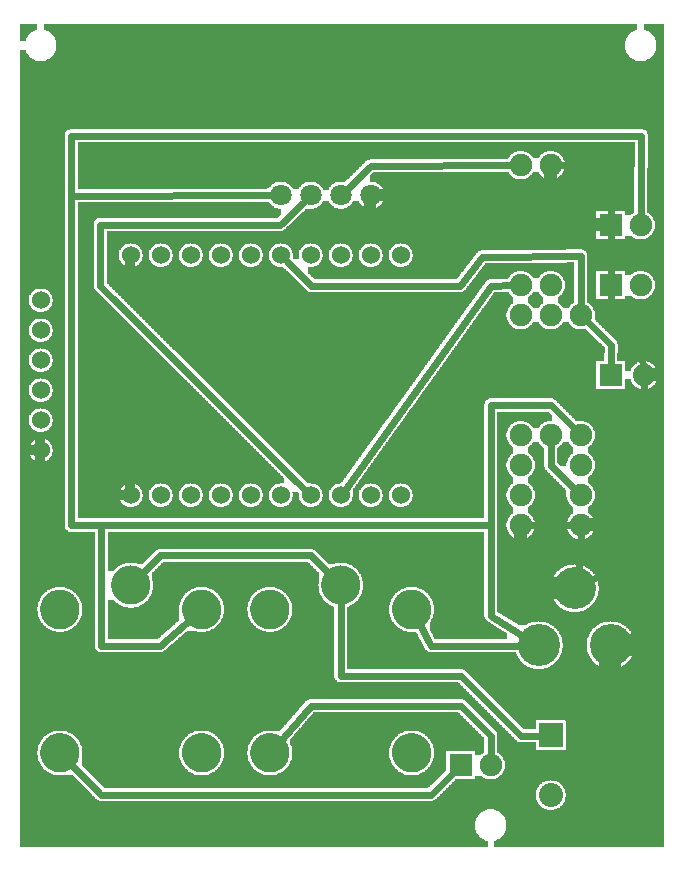
<source format=gtl>
G04 MADE WITH FRITZING*
G04 WWW.FRITZING.ORG*
G04 DOUBLE SIDED*
G04 HOLES PLATED*
G04 CONTOUR ON CENTER OF CONTOUR VECTOR*
%ASAXBY*%
%FSLAX23Y23*%
%MOIN*%
%OFA0B0*%
%SFA1.0B1.0*%
%ADD10C,0.075000*%
%ADD11C,0.080000*%
%ADD12C,0.140000*%
%ADD13C,0.059990*%
%ADD14C,0.060000*%
%ADD15C,0.074000*%
%ADD16C,0.071000*%
%ADD17C,0.070972*%
%ADD18C,0.129921*%
%ADD19R,0.079986X0.080000*%
%ADD20R,0.075000X0.075000*%
%ADD21C,0.024000*%
%ADD22R,0.001000X0.001000*%
%LNCOPPER1*%
G90*
G70*
G54D10*
X238Y2726D03*
G54D11*
X1810Y412D03*
X1810Y212D03*
G54D12*
X1770Y712D03*
X2010Y712D03*
X1890Y902D03*
G54D10*
X1910Y1812D03*
X1910Y1412D03*
G54D13*
X1310Y2012D03*
G54D14*
X1210Y2012D03*
X1110Y2012D03*
X1009Y2012D03*
X910Y2012D03*
X810Y2012D03*
X710Y2012D03*
X610Y2012D03*
X510Y2012D03*
X410Y2012D03*
X1310Y1212D03*
X1210Y1212D03*
X1110Y1212D03*
X1010Y1212D03*
X910Y1212D03*
X810Y1212D03*
X710Y1212D03*
X610Y1212D03*
X510Y1212D03*
X410Y1212D03*
X110Y1862D03*
X110Y1762D03*
X110Y1662D03*
X110Y1562D03*
X110Y1462D03*
X110Y1362D03*
G54D10*
X1510Y312D03*
X1610Y312D03*
X2010Y1912D03*
X2110Y1912D03*
X2010Y2112D03*
X2110Y2112D03*
G54D15*
X2010Y1612D03*
X2120Y1612D03*
X2010Y1612D03*
X2120Y1612D03*
G54D16*
X910Y2212D03*
X1010Y2212D03*
G54D17*
X1110Y2212D03*
X1210Y2212D03*
G54D10*
X1710Y2312D03*
X1710Y1912D03*
X1810Y2312D03*
X1810Y1912D03*
G54D18*
X410Y912D03*
X174Y831D03*
X174Y353D03*
X646Y831D03*
X646Y353D03*
X1110Y912D03*
X874Y831D03*
X874Y353D03*
X1346Y831D03*
X1346Y353D03*
G54D10*
X1910Y1312D03*
X1910Y1212D03*
X1910Y1112D03*
X1710Y1312D03*
X1710Y1212D03*
X1710Y1112D03*
X1810Y1412D03*
X1810Y1812D03*
X1710Y1412D03*
X1710Y1812D03*
G54D19*
X1810Y412D03*
G54D20*
X1510Y312D03*
X2010Y1912D03*
X2010Y2112D03*
G54D21*
X1810Y1311D02*
X1810Y1383D01*
D02*
X1889Y1232D02*
X1810Y1311D01*
D02*
X1909Y1013D02*
X1910Y1083D01*
D02*
X1900Y962D02*
X1909Y1013D01*
D02*
X1881Y1112D02*
X1738Y1112D01*
D02*
X1681Y1912D02*
X1611Y1911D01*
D02*
X1611Y1911D02*
X1123Y1230D01*
D02*
X1011Y1911D02*
X1508Y1911D01*
D02*
X1508Y1911D02*
X1581Y2006D01*
D02*
X1581Y2006D02*
X1909Y2010D01*
D02*
X926Y1996D02*
X1011Y1911D01*
D02*
X1909Y2010D02*
X1910Y1841D01*
D02*
X908Y2114D02*
X308Y2114D01*
D02*
X308Y1911D02*
X994Y1228D01*
D02*
X988Y2191D02*
X908Y2114D01*
D02*
X308Y2114D02*
X308Y1911D01*
D02*
X1132Y2233D02*
X1210Y2310D01*
D02*
X1210Y2310D02*
X1681Y2312D01*
D02*
X1009Y510D02*
X1510Y510D01*
D02*
X1410Y214D02*
X1489Y292D01*
D02*
X312Y214D02*
X1410Y214D01*
D02*
X199Y327D02*
X312Y214D01*
D02*
X897Y381D02*
X1009Y510D01*
D02*
X1510Y510D02*
X1611Y410D01*
D02*
X1611Y410D02*
X1610Y341D01*
D02*
X1711Y410D02*
X1510Y611D01*
D02*
X508Y1012D02*
X1009Y1012D01*
D02*
X1009Y1012D02*
X1084Y938D01*
D02*
X435Y938D02*
X508Y1012D01*
D02*
X1779Y411D02*
X1711Y410D01*
D02*
X1109Y611D02*
X1110Y875D01*
D02*
X1510Y611D02*
X1109Y611D01*
D02*
X1811Y1513D02*
X1611Y1513D01*
D02*
X1890Y1432D02*
X1811Y1513D01*
D02*
X1611Y1112D02*
X909Y1112D01*
D02*
X1611Y1513D02*
X1611Y1112D01*
D02*
X212Y2411D02*
X2112Y2411D01*
D02*
X2112Y2411D02*
X2110Y2141D01*
D02*
X1611Y811D02*
X1611Y1112D01*
D02*
X212Y2210D02*
X212Y2411D01*
D02*
X1718Y744D02*
X1611Y811D01*
D02*
X1711Y711D02*
X1709Y711D01*
D02*
X1410Y711D02*
X1711Y711D01*
D02*
X508Y711D02*
X312Y711D01*
D02*
X1363Y799D02*
X1410Y711D01*
D02*
X312Y711D02*
X311Y963D01*
D02*
X618Y807D02*
X508Y711D01*
D02*
X212Y1112D02*
X909Y1112D01*
D02*
X312Y1112D02*
X212Y1112D01*
D02*
X311Y963D02*
X312Y1112D01*
D02*
X212Y2110D02*
X212Y1112D01*
D02*
X212Y2210D02*
X212Y2110D01*
D02*
X879Y2212D02*
X212Y2210D01*
D02*
X2010Y2083D02*
X2010Y1941D01*
D02*
X2011Y1814D02*
X2108Y1713D01*
D02*
X2011Y1713D02*
X2010Y1643D01*
D02*
X2108Y1713D02*
X2116Y1643D01*
D02*
X1930Y1792D02*
X2011Y1713D01*
D02*
X2010Y1883D02*
X2011Y1814D01*
D02*
X2108Y1013D02*
X1944Y930D01*
D02*
X2119Y1581D02*
X2108Y1013D01*
D02*
X2011Y2310D02*
X1838Y2312D01*
D02*
X2010Y2141D02*
X2011Y2310D01*
G36*
X40Y2783D02*
X40Y2727D01*
X60Y2727D01*
X60Y2733D01*
X62Y2733D01*
X62Y2737D01*
X64Y2737D01*
X64Y2741D01*
X66Y2741D01*
X66Y2743D01*
X68Y2743D01*
X68Y2747D01*
X70Y2747D01*
X70Y2749D01*
X72Y2749D01*
X72Y2751D01*
X74Y2751D01*
X74Y2753D01*
X78Y2753D01*
X78Y2755D01*
X80Y2755D01*
X80Y2757D01*
X84Y2757D01*
X84Y2759D01*
X86Y2759D01*
X86Y2761D01*
X92Y2761D01*
X92Y2763D01*
X98Y2763D01*
X98Y2783D01*
X40Y2783D01*
G37*
D02*
G36*
X1750Y1889D02*
X1750Y1885D01*
X1748Y1885D01*
X1748Y1883D01*
X1746Y1883D01*
X1746Y1881D01*
X1744Y1881D01*
X1744Y1879D01*
X1742Y1879D01*
X1742Y1877D01*
X1740Y1877D01*
X1740Y1875D01*
X1738Y1875D01*
X1738Y1873D01*
X1734Y1873D01*
X1734Y1853D01*
X1736Y1853D01*
X1736Y1851D01*
X1738Y1851D01*
X1738Y1849D01*
X1740Y1849D01*
X1740Y1847D01*
X1742Y1847D01*
X1742Y1845D01*
X1744Y1845D01*
X1744Y1843D01*
X1746Y1843D01*
X1746Y1841D01*
X1748Y1841D01*
X1748Y1839D01*
X1750Y1839D01*
X1750Y1837D01*
X1770Y1837D01*
X1770Y1839D01*
X1772Y1839D01*
X1772Y1841D01*
X1774Y1841D01*
X1774Y1845D01*
X1776Y1845D01*
X1776Y1847D01*
X1778Y1847D01*
X1778Y1849D01*
X1782Y1849D01*
X1782Y1851D01*
X1784Y1851D01*
X1784Y1873D01*
X1782Y1873D01*
X1782Y1875D01*
X1780Y1875D01*
X1780Y1877D01*
X1776Y1877D01*
X1776Y1879D01*
X1774Y1879D01*
X1774Y1883D01*
X1772Y1883D01*
X1772Y1885D01*
X1770Y1885D01*
X1770Y1889D01*
X1750Y1889D01*
G37*
D02*
G36*
X1850Y1389D02*
X1850Y1385D01*
X1848Y1385D01*
X1848Y1383D01*
X1846Y1383D01*
X1846Y1381D01*
X1844Y1381D01*
X1844Y1379D01*
X1842Y1379D01*
X1842Y1377D01*
X1840Y1377D01*
X1840Y1375D01*
X1838Y1375D01*
X1838Y1373D01*
X1834Y1373D01*
X1834Y1371D01*
X1832Y1371D01*
X1832Y1319D01*
X1834Y1319D01*
X1834Y1317D01*
X1836Y1317D01*
X1836Y1315D01*
X1838Y1315D01*
X1838Y1313D01*
X1840Y1313D01*
X1840Y1311D01*
X1842Y1311D01*
X1842Y1309D01*
X1862Y1309D01*
X1862Y1319D01*
X1864Y1319D01*
X1864Y1327D01*
X1866Y1327D01*
X1866Y1333D01*
X1868Y1333D01*
X1868Y1337D01*
X1870Y1337D01*
X1870Y1339D01*
X1872Y1339D01*
X1872Y1341D01*
X1874Y1341D01*
X1874Y1345D01*
X1876Y1345D01*
X1876Y1347D01*
X1878Y1347D01*
X1878Y1349D01*
X1882Y1349D01*
X1882Y1351D01*
X1884Y1351D01*
X1884Y1373D01*
X1882Y1373D01*
X1882Y1375D01*
X1880Y1375D01*
X1880Y1377D01*
X1876Y1377D01*
X1876Y1379D01*
X1874Y1379D01*
X1874Y1383D01*
X1872Y1383D01*
X1872Y1385D01*
X1870Y1385D01*
X1870Y1389D01*
X1850Y1389D01*
G37*
D02*
G36*
X122Y2783D02*
X122Y2763D01*
X128Y2763D01*
X128Y2761D01*
X132Y2761D01*
X132Y2759D01*
X136Y2759D01*
X136Y2757D01*
X140Y2757D01*
X140Y2755D01*
X142Y2755D01*
X142Y2753D01*
X144Y2753D01*
X144Y2751D01*
X148Y2751D01*
X148Y2747D01*
X150Y2747D01*
X150Y2745D01*
X152Y2745D01*
X152Y2743D01*
X154Y2743D01*
X154Y2739D01*
X156Y2739D01*
X156Y2735D01*
X158Y2735D01*
X158Y2731D01*
X160Y2731D01*
X160Y2725D01*
X162Y2725D01*
X162Y2699D01*
X160Y2699D01*
X160Y2693D01*
X158Y2693D01*
X158Y2689D01*
X156Y2689D01*
X156Y2685D01*
X154Y2685D01*
X154Y2681D01*
X152Y2681D01*
X152Y2679D01*
X150Y2679D01*
X150Y2677D01*
X148Y2677D01*
X148Y2675D01*
X146Y2675D01*
X146Y2673D01*
X144Y2673D01*
X144Y2671D01*
X142Y2671D01*
X142Y2669D01*
X140Y2669D01*
X140Y2667D01*
X136Y2667D01*
X136Y2665D01*
X132Y2665D01*
X132Y2663D01*
X128Y2663D01*
X128Y2661D01*
X120Y2661D01*
X120Y2659D01*
X2100Y2659D01*
X2100Y2661D01*
X2092Y2661D01*
X2092Y2663D01*
X2088Y2663D01*
X2088Y2665D01*
X2084Y2665D01*
X2084Y2667D01*
X2080Y2667D01*
X2080Y2669D01*
X2078Y2669D01*
X2078Y2671D01*
X2074Y2671D01*
X2074Y2673D01*
X2072Y2673D01*
X2072Y2675D01*
X2070Y2675D01*
X2070Y2679D01*
X2068Y2679D01*
X2068Y2681D01*
X2066Y2681D01*
X2066Y2683D01*
X2064Y2683D01*
X2064Y2687D01*
X2062Y2687D01*
X2062Y2691D01*
X2060Y2691D01*
X2060Y2697D01*
X2058Y2697D01*
X2058Y2705D01*
X2056Y2705D01*
X2056Y2719D01*
X2058Y2719D01*
X2058Y2727D01*
X2060Y2727D01*
X2060Y2733D01*
X2062Y2733D01*
X2062Y2737D01*
X2064Y2737D01*
X2064Y2741D01*
X2066Y2741D01*
X2066Y2743D01*
X2068Y2743D01*
X2068Y2747D01*
X2070Y2747D01*
X2070Y2749D01*
X2072Y2749D01*
X2072Y2751D01*
X2074Y2751D01*
X2074Y2753D01*
X2078Y2753D01*
X2078Y2755D01*
X2080Y2755D01*
X2080Y2757D01*
X2084Y2757D01*
X2084Y2759D01*
X2086Y2759D01*
X2086Y2761D01*
X2092Y2761D01*
X2092Y2763D01*
X2098Y2763D01*
X2098Y2783D01*
X122Y2783D01*
G37*
D02*
G36*
X2122Y2783D02*
X2122Y2763D01*
X2128Y2763D01*
X2128Y2761D01*
X2132Y2761D01*
X2132Y2759D01*
X2136Y2759D01*
X2136Y2757D01*
X2140Y2757D01*
X2140Y2755D01*
X2142Y2755D01*
X2142Y2753D01*
X2144Y2753D01*
X2144Y2751D01*
X2148Y2751D01*
X2148Y2747D01*
X2150Y2747D01*
X2150Y2745D01*
X2152Y2745D01*
X2152Y2743D01*
X2154Y2743D01*
X2154Y2739D01*
X2156Y2739D01*
X2156Y2735D01*
X2158Y2735D01*
X2158Y2731D01*
X2160Y2731D01*
X2160Y2725D01*
X2162Y2725D01*
X2162Y2699D01*
X2160Y2699D01*
X2160Y2693D01*
X2158Y2693D01*
X2158Y2689D01*
X2156Y2689D01*
X2156Y2685D01*
X2154Y2685D01*
X2154Y2681D01*
X2152Y2681D01*
X2152Y2679D01*
X2150Y2679D01*
X2150Y2677D01*
X2148Y2677D01*
X2148Y2675D01*
X2146Y2675D01*
X2146Y2673D01*
X2144Y2673D01*
X2144Y2671D01*
X2142Y2671D01*
X2142Y2669D01*
X2140Y2669D01*
X2140Y2667D01*
X2136Y2667D01*
X2136Y2665D01*
X2132Y2665D01*
X2132Y2663D01*
X2128Y2663D01*
X2128Y2661D01*
X2120Y2661D01*
X2120Y2659D01*
X2186Y2659D01*
X2186Y2783D01*
X2122Y2783D01*
G37*
D02*
G36*
X40Y2697D02*
X40Y2659D01*
X100Y2659D01*
X100Y2661D01*
X92Y2661D01*
X92Y2663D01*
X88Y2663D01*
X88Y2665D01*
X84Y2665D01*
X84Y2667D01*
X80Y2667D01*
X80Y2669D01*
X78Y2669D01*
X78Y2671D01*
X74Y2671D01*
X74Y2673D01*
X72Y2673D01*
X72Y2675D01*
X70Y2675D01*
X70Y2679D01*
X68Y2679D01*
X68Y2681D01*
X66Y2681D01*
X66Y2683D01*
X64Y2683D01*
X64Y2687D01*
X62Y2687D01*
X62Y2691D01*
X60Y2691D01*
X60Y2697D01*
X40Y2697D01*
G37*
D02*
G36*
X40Y2659D02*
X40Y2657D01*
X2186Y2657D01*
X2186Y2659D01*
X40Y2659D01*
G37*
D02*
G36*
X40Y2659D02*
X40Y2657D01*
X2186Y2657D01*
X2186Y2659D01*
X40Y2659D01*
G37*
D02*
G36*
X40Y2659D02*
X40Y2657D01*
X2186Y2657D01*
X2186Y2659D01*
X40Y2659D01*
G37*
D02*
G36*
X40Y2657D02*
X40Y2433D01*
X2118Y2433D01*
X2118Y2431D01*
X2122Y2431D01*
X2122Y2429D01*
X2126Y2429D01*
X2126Y2427D01*
X2128Y2427D01*
X2128Y2425D01*
X2130Y2425D01*
X2130Y2421D01*
X2132Y2421D01*
X2132Y2417D01*
X2134Y2417D01*
X2134Y2303D01*
X2132Y2303D01*
X2132Y2153D01*
X2136Y2153D01*
X2136Y2151D01*
X2138Y2151D01*
X2138Y2149D01*
X2140Y2149D01*
X2140Y2147D01*
X2142Y2147D01*
X2142Y2145D01*
X2144Y2145D01*
X2144Y2143D01*
X2146Y2143D01*
X2146Y2141D01*
X2148Y2141D01*
X2148Y2139D01*
X2150Y2139D01*
X2150Y2135D01*
X2152Y2135D01*
X2152Y2131D01*
X2154Y2131D01*
X2154Y2125D01*
X2156Y2125D01*
X2156Y2115D01*
X2158Y2115D01*
X2158Y2109D01*
X2156Y2109D01*
X2156Y2099D01*
X2154Y2099D01*
X2154Y2093D01*
X2152Y2093D01*
X2152Y2089D01*
X2150Y2089D01*
X2150Y2085D01*
X2148Y2085D01*
X2148Y2083D01*
X2146Y2083D01*
X2146Y2081D01*
X2144Y2081D01*
X2144Y2079D01*
X2142Y2079D01*
X2142Y2077D01*
X2140Y2077D01*
X2140Y2075D01*
X2138Y2075D01*
X2138Y2073D01*
X2134Y2073D01*
X2134Y2071D01*
X2132Y2071D01*
X2132Y2069D01*
X2126Y2069D01*
X2126Y2067D01*
X2120Y2067D01*
X2120Y2065D01*
X2186Y2065D01*
X2186Y2657D01*
X40Y2657D01*
G37*
D02*
G36*
X40Y2433D02*
X40Y1901D01*
X122Y1901D01*
X122Y1899D01*
X126Y1899D01*
X126Y1897D01*
X130Y1897D01*
X130Y1895D01*
X134Y1895D01*
X134Y1893D01*
X136Y1893D01*
X136Y1891D01*
X138Y1891D01*
X138Y1889D01*
X140Y1889D01*
X140Y1887D01*
X142Y1887D01*
X142Y1883D01*
X144Y1883D01*
X144Y1881D01*
X146Y1881D01*
X146Y1875D01*
X148Y1875D01*
X148Y1867D01*
X150Y1867D01*
X150Y1857D01*
X148Y1857D01*
X148Y1849D01*
X146Y1849D01*
X146Y1843D01*
X144Y1843D01*
X144Y1841D01*
X142Y1841D01*
X142Y1837D01*
X140Y1837D01*
X140Y1835D01*
X138Y1835D01*
X138Y1833D01*
X136Y1833D01*
X136Y1831D01*
X134Y1831D01*
X134Y1829D01*
X130Y1829D01*
X130Y1827D01*
X126Y1827D01*
X126Y1825D01*
X122Y1825D01*
X122Y1823D01*
X190Y1823D01*
X190Y2419D01*
X192Y2419D01*
X192Y2423D01*
X194Y2423D01*
X194Y2425D01*
X196Y2425D01*
X196Y2427D01*
X198Y2427D01*
X198Y2429D01*
X202Y2429D01*
X202Y2431D01*
X206Y2431D01*
X206Y2433D01*
X40Y2433D01*
G37*
D02*
G36*
X234Y2389D02*
X234Y2359D01*
X1822Y2359D01*
X1822Y2357D01*
X1828Y2357D01*
X1828Y2355D01*
X1832Y2355D01*
X1832Y2353D01*
X1836Y2353D01*
X1836Y2351D01*
X1838Y2351D01*
X1838Y2349D01*
X1840Y2349D01*
X1840Y2347D01*
X1842Y2347D01*
X1842Y2345D01*
X1844Y2345D01*
X1844Y2343D01*
X1846Y2343D01*
X1846Y2341D01*
X1848Y2341D01*
X1848Y2339D01*
X1850Y2339D01*
X1850Y2335D01*
X1852Y2335D01*
X1852Y2331D01*
X1854Y2331D01*
X1854Y2325D01*
X1856Y2325D01*
X1856Y2315D01*
X1858Y2315D01*
X1858Y2309D01*
X1856Y2309D01*
X1856Y2299D01*
X1854Y2299D01*
X1854Y2293D01*
X1852Y2293D01*
X1852Y2289D01*
X1850Y2289D01*
X1850Y2285D01*
X1848Y2285D01*
X1848Y2283D01*
X1846Y2283D01*
X1846Y2281D01*
X1844Y2281D01*
X1844Y2279D01*
X1842Y2279D01*
X1842Y2277D01*
X1840Y2277D01*
X1840Y2275D01*
X1838Y2275D01*
X1838Y2273D01*
X1834Y2273D01*
X1834Y2271D01*
X1832Y2271D01*
X1832Y2269D01*
X1826Y2269D01*
X1826Y2267D01*
X1820Y2267D01*
X1820Y2265D01*
X2088Y2265D01*
X2088Y2305D01*
X2090Y2305D01*
X2090Y2389D01*
X234Y2389D01*
G37*
D02*
G36*
X234Y2359D02*
X234Y2257D01*
X1020Y2257D01*
X1020Y2255D01*
X1028Y2255D01*
X1028Y2253D01*
X1032Y2253D01*
X1032Y2251D01*
X1034Y2251D01*
X1034Y2249D01*
X1038Y2249D01*
X1038Y2247D01*
X1040Y2247D01*
X1040Y2245D01*
X1042Y2245D01*
X1042Y2243D01*
X1044Y2243D01*
X1044Y2241D01*
X1046Y2241D01*
X1046Y2237D01*
X1048Y2237D01*
X1048Y2235D01*
X1050Y2235D01*
X1050Y2231D01*
X1070Y2231D01*
X1070Y2235D01*
X1072Y2235D01*
X1072Y2239D01*
X1074Y2239D01*
X1074Y2241D01*
X1076Y2241D01*
X1076Y2243D01*
X1078Y2243D01*
X1078Y2245D01*
X1080Y2245D01*
X1080Y2247D01*
X1082Y2247D01*
X1082Y2249D01*
X1084Y2249D01*
X1084Y2251D01*
X1088Y2251D01*
X1088Y2253D01*
X1092Y2253D01*
X1092Y2255D01*
X1098Y2255D01*
X1098Y2257D01*
X1124Y2257D01*
X1124Y2259D01*
X1126Y2259D01*
X1126Y2261D01*
X1128Y2261D01*
X1128Y2263D01*
X1132Y2263D01*
X1132Y2265D01*
X1134Y2265D01*
X1134Y2267D01*
X1136Y2267D01*
X1136Y2269D01*
X1138Y2269D01*
X1138Y2271D01*
X1140Y2271D01*
X1140Y2273D01*
X1142Y2273D01*
X1142Y2275D01*
X1144Y2275D01*
X1144Y2277D01*
X1146Y2277D01*
X1146Y2279D01*
X1148Y2279D01*
X1148Y2281D01*
X1150Y2281D01*
X1150Y2283D01*
X1152Y2283D01*
X1152Y2285D01*
X1154Y2285D01*
X1154Y2287D01*
X1156Y2287D01*
X1156Y2289D01*
X1158Y2289D01*
X1158Y2291D01*
X1160Y2291D01*
X1160Y2293D01*
X1162Y2293D01*
X1162Y2295D01*
X1164Y2295D01*
X1164Y2297D01*
X1166Y2297D01*
X1166Y2299D01*
X1168Y2299D01*
X1168Y2301D01*
X1170Y2301D01*
X1170Y2303D01*
X1172Y2303D01*
X1172Y2305D01*
X1174Y2305D01*
X1174Y2307D01*
X1176Y2307D01*
X1176Y2309D01*
X1178Y2309D01*
X1178Y2311D01*
X1180Y2311D01*
X1180Y2313D01*
X1182Y2313D01*
X1182Y2315D01*
X1184Y2315D01*
X1184Y2317D01*
X1186Y2317D01*
X1186Y2319D01*
X1188Y2319D01*
X1188Y2321D01*
X1190Y2321D01*
X1190Y2323D01*
X1192Y2323D01*
X1192Y2325D01*
X1194Y2325D01*
X1194Y2327D01*
X1196Y2327D01*
X1196Y2329D01*
X1200Y2329D01*
X1200Y2331D01*
X1206Y2331D01*
X1206Y2333D01*
X1668Y2333D01*
X1668Y2337D01*
X1670Y2337D01*
X1670Y2339D01*
X1672Y2339D01*
X1672Y2341D01*
X1674Y2341D01*
X1674Y2345D01*
X1676Y2345D01*
X1676Y2347D01*
X1678Y2347D01*
X1678Y2349D01*
X1682Y2349D01*
X1682Y2351D01*
X1684Y2351D01*
X1684Y2353D01*
X1688Y2353D01*
X1688Y2355D01*
X1692Y2355D01*
X1692Y2357D01*
X1698Y2357D01*
X1698Y2359D01*
X234Y2359D01*
G37*
D02*
G36*
X1722Y2359D02*
X1722Y2357D01*
X1728Y2357D01*
X1728Y2355D01*
X1732Y2355D01*
X1732Y2353D01*
X1736Y2353D01*
X1736Y2351D01*
X1738Y2351D01*
X1738Y2349D01*
X1740Y2349D01*
X1740Y2347D01*
X1742Y2347D01*
X1742Y2345D01*
X1744Y2345D01*
X1744Y2343D01*
X1746Y2343D01*
X1746Y2341D01*
X1748Y2341D01*
X1748Y2339D01*
X1750Y2339D01*
X1750Y2337D01*
X1770Y2337D01*
X1770Y2339D01*
X1772Y2339D01*
X1772Y2341D01*
X1774Y2341D01*
X1774Y2345D01*
X1776Y2345D01*
X1776Y2347D01*
X1778Y2347D01*
X1778Y2349D01*
X1782Y2349D01*
X1782Y2351D01*
X1784Y2351D01*
X1784Y2353D01*
X1788Y2353D01*
X1788Y2355D01*
X1792Y2355D01*
X1792Y2357D01*
X1798Y2357D01*
X1798Y2359D01*
X1722Y2359D01*
G37*
D02*
G36*
X1218Y2289D02*
X1218Y2287D01*
X1216Y2287D01*
X1216Y2285D01*
X1214Y2285D01*
X1214Y2283D01*
X1212Y2283D01*
X1212Y2281D01*
X1210Y2281D01*
X1210Y2279D01*
X1208Y2279D01*
X1208Y2277D01*
X1206Y2277D01*
X1206Y2265D01*
X1700Y2265D01*
X1700Y2267D01*
X1692Y2267D01*
X1692Y2269D01*
X1688Y2269D01*
X1688Y2271D01*
X1684Y2271D01*
X1684Y2273D01*
X1682Y2273D01*
X1682Y2275D01*
X1680Y2275D01*
X1680Y2277D01*
X1676Y2277D01*
X1676Y2279D01*
X1674Y2279D01*
X1674Y2283D01*
X1672Y2283D01*
X1672Y2285D01*
X1670Y2285D01*
X1670Y2289D01*
X1218Y2289D01*
G37*
D02*
G36*
X1750Y2289D02*
X1750Y2285D01*
X1748Y2285D01*
X1748Y2283D01*
X1746Y2283D01*
X1746Y2281D01*
X1744Y2281D01*
X1744Y2279D01*
X1742Y2279D01*
X1742Y2277D01*
X1740Y2277D01*
X1740Y2275D01*
X1738Y2275D01*
X1738Y2273D01*
X1734Y2273D01*
X1734Y2271D01*
X1732Y2271D01*
X1732Y2269D01*
X1726Y2269D01*
X1726Y2267D01*
X1720Y2267D01*
X1720Y2265D01*
X1800Y2265D01*
X1800Y2267D01*
X1792Y2267D01*
X1792Y2269D01*
X1788Y2269D01*
X1788Y2271D01*
X1784Y2271D01*
X1784Y2273D01*
X1782Y2273D01*
X1782Y2275D01*
X1780Y2275D01*
X1780Y2277D01*
X1776Y2277D01*
X1776Y2279D01*
X1774Y2279D01*
X1774Y2283D01*
X1772Y2283D01*
X1772Y2285D01*
X1770Y2285D01*
X1770Y2289D01*
X1750Y2289D01*
G37*
D02*
G36*
X1206Y2265D02*
X1206Y2263D01*
X2088Y2263D01*
X2088Y2265D01*
X1206Y2265D01*
G37*
D02*
G36*
X1206Y2265D02*
X1206Y2263D01*
X2088Y2263D01*
X2088Y2265D01*
X1206Y2265D01*
G37*
D02*
G36*
X1206Y2265D02*
X1206Y2263D01*
X2088Y2263D01*
X2088Y2265D01*
X1206Y2265D01*
G37*
D02*
G36*
X1206Y2263D02*
X1206Y2257D01*
X1220Y2257D01*
X1220Y2255D01*
X1228Y2255D01*
X1228Y2253D01*
X1232Y2253D01*
X1232Y2251D01*
X1234Y2251D01*
X1234Y2249D01*
X1238Y2249D01*
X1238Y2247D01*
X1240Y2247D01*
X1240Y2245D01*
X1242Y2245D01*
X1242Y2243D01*
X1244Y2243D01*
X1244Y2241D01*
X1246Y2241D01*
X1246Y2237D01*
X1248Y2237D01*
X1248Y2235D01*
X1250Y2235D01*
X1250Y2231D01*
X1252Y2231D01*
X1252Y2225D01*
X1254Y2225D01*
X1254Y2215D01*
X1256Y2215D01*
X1256Y2209D01*
X1254Y2209D01*
X1254Y2199D01*
X1252Y2199D01*
X1252Y2193D01*
X1250Y2193D01*
X1250Y2189D01*
X1248Y2189D01*
X1248Y2187D01*
X1246Y2187D01*
X1246Y2183D01*
X1244Y2183D01*
X1244Y2181D01*
X1242Y2181D01*
X1242Y2179D01*
X1240Y2179D01*
X1240Y2177D01*
X1236Y2177D01*
X1236Y2175D01*
X1234Y2175D01*
X1234Y2173D01*
X1230Y2173D01*
X1230Y2171D01*
X1226Y2171D01*
X1226Y2169D01*
X1220Y2169D01*
X1220Y2167D01*
X2088Y2167D01*
X2088Y2263D01*
X1206Y2263D01*
G37*
D02*
G36*
X234Y2257D02*
X234Y2233D01*
X864Y2233D01*
X864Y2235D01*
X872Y2235D01*
X872Y2239D01*
X874Y2239D01*
X874Y2241D01*
X876Y2241D01*
X876Y2243D01*
X878Y2243D01*
X878Y2245D01*
X880Y2245D01*
X880Y2247D01*
X882Y2247D01*
X882Y2249D01*
X884Y2249D01*
X884Y2251D01*
X888Y2251D01*
X888Y2253D01*
X892Y2253D01*
X892Y2255D01*
X898Y2255D01*
X898Y2257D01*
X234Y2257D01*
G37*
D02*
G36*
X920Y2257D02*
X920Y2255D01*
X928Y2255D01*
X928Y2253D01*
X932Y2253D01*
X932Y2251D01*
X934Y2251D01*
X934Y2249D01*
X938Y2249D01*
X938Y2247D01*
X940Y2247D01*
X940Y2245D01*
X942Y2245D01*
X942Y2243D01*
X944Y2243D01*
X944Y2241D01*
X946Y2241D01*
X946Y2237D01*
X948Y2237D01*
X948Y2235D01*
X950Y2235D01*
X950Y2233D01*
X970Y2233D01*
X970Y2235D01*
X972Y2235D01*
X972Y2239D01*
X974Y2239D01*
X974Y2241D01*
X976Y2241D01*
X976Y2243D01*
X978Y2243D01*
X978Y2245D01*
X980Y2245D01*
X980Y2247D01*
X982Y2247D01*
X982Y2249D01*
X984Y2249D01*
X984Y2251D01*
X988Y2251D01*
X988Y2253D01*
X992Y2253D01*
X992Y2255D01*
X998Y2255D01*
X998Y2257D01*
X920Y2257D01*
G37*
D02*
G36*
X1050Y2193D02*
X1050Y2189D01*
X1048Y2189D01*
X1048Y2187D01*
X1046Y2187D01*
X1046Y2183D01*
X1044Y2183D01*
X1044Y2181D01*
X1042Y2181D01*
X1042Y2179D01*
X1040Y2179D01*
X1040Y2177D01*
X1038Y2177D01*
X1038Y2175D01*
X1034Y2175D01*
X1034Y2173D01*
X1030Y2173D01*
X1030Y2171D01*
X1026Y2171D01*
X1026Y2169D01*
X1020Y2169D01*
X1020Y2167D01*
X1100Y2167D01*
X1100Y2169D01*
X1092Y2169D01*
X1092Y2171D01*
X1088Y2171D01*
X1088Y2173D01*
X1086Y2173D01*
X1086Y2175D01*
X1082Y2175D01*
X1082Y2177D01*
X1080Y2177D01*
X1080Y2179D01*
X1078Y2179D01*
X1078Y2181D01*
X1076Y2181D01*
X1076Y2183D01*
X1074Y2183D01*
X1074Y2185D01*
X1072Y2185D01*
X1072Y2189D01*
X1070Y2189D01*
X1070Y2193D01*
X1050Y2193D01*
G37*
D02*
G36*
X1150Y2193D02*
X1150Y2189D01*
X1148Y2189D01*
X1148Y2187D01*
X1146Y2187D01*
X1146Y2183D01*
X1144Y2183D01*
X1144Y2181D01*
X1142Y2181D01*
X1142Y2179D01*
X1140Y2179D01*
X1140Y2177D01*
X1136Y2177D01*
X1136Y2175D01*
X1134Y2175D01*
X1134Y2173D01*
X1130Y2173D01*
X1130Y2171D01*
X1126Y2171D01*
X1126Y2169D01*
X1120Y2169D01*
X1120Y2167D01*
X1200Y2167D01*
X1200Y2169D01*
X1192Y2169D01*
X1192Y2171D01*
X1188Y2171D01*
X1188Y2173D01*
X1186Y2173D01*
X1186Y2175D01*
X1182Y2175D01*
X1182Y2177D01*
X1180Y2177D01*
X1180Y2179D01*
X1178Y2179D01*
X1178Y2181D01*
X1176Y2181D01*
X1176Y2183D01*
X1174Y2183D01*
X1174Y2185D01*
X1172Y2185D01*
X1172Y2189D01*
X1170Y2189D01*
X1170Y2193D01*
X1150Y2193D01*
G37*
D02*
G36*
X234Y2189D02*
X234Y1253D01*
X810Y1253D01*
X810Y1251D01*
X822Y1251D01*
X822Y1249D01*
X828Y1249D01*
X828Y1247D01*
X830Y1247D01*
X830Y1245D01*
X834Y1245D01*
X834Y1243D01*
X836Y1243D01*
X836Y1241D01*
X838Y1241D01*
X838Y1239D01*
X840Y1239D01*
X840Y1237D01*
X842Y1237D01*
X842Y1235D01*
X844Y1235D01*
X844Y1231D01*
X846Y1231D01*
X846Y1227D01*
X848Y1227D01*
X848Y1219D01*
X850Y1219D01*
X850Y1205D01*
X848Y1205D01*
X848Y1199D01*
X846Y1199D01*
X846Y1193D01*
X844Y1193D01*
X844Y1191D01*
X842Y1191D01*
X842Y1187D01*
X840Y1187D01*
X840Y1185D01*
X838Y1185D01*
X838Y1183D01*
X836Y1183D01*
X836Y1181D01*
X834Y1181D01*
X834Y1179D01*
X830Y1179D01*
X830Y1177D01*
X826Y1177D01*
X826Y1175D01*
X820Y1175D01*
X820Y1173D01*
X898Y1173D01*
X898Y1175D01*
X892Y1175D01*
X892Y1177D01*
X890Y1177D01*
X890Y1179D01*
X886Y1179D01*
X886Y1181D01*
X884Y1181D01*
X884Y1183D01*
X882Y1183D01*
X882Y1185D01*
X880Y1185D01*
X880Y1187D01*
X878Y1187D01*
X878Y1189D01*
X876Y1189D01*
X876Y1193D01*
X874Y1193D01*
X874Y1197D01*
X872Y1197D01*
X872Y1203D01*
X870Y1203D01*
X870Y1221D01*
X872Y1221D01*
X872Y1227D01*
X874Y1227D01*
X874Y1231D01*
X876Y1231D01*
X876Y1235D01*
X878Y1235D01*
X878Y1237D01*
X880Y1237D01*
X880Y1239D01*
X882Y1239D01*
X882Y1241D01*
X884Y1241D01*
X884Y1243D01*
X886Y1243D01*
X886Y1245D01*
X888Y1245D01*
X888Y1247D01*
X892Y1247D01*
X892Y1249D01*
X898Y1249D01*
X898Y1251D01*
X908Y1251D01*
X908Y1253D01*
X920Y1253D01*
X920Y1271D01*
X918Y1271D01*
X918Y1273D01*
X916Y1273D01*
X916Y1275D01*
X914Y1275D01*
X914Y1277D01*
X912Y1277D01*
X912Y1279D01*
X910Y1279D01*
X910Y1281D01*
X908Y1281D01*
X908Y1283D01*
X906Y1283D01*
X906Y1285D01*
X904Y1285D01*
X904Y1287D01*
X902Y1287D01*
X902Y1289D01*
X900Y1289D01*
X900Y1291D01*
X898Y1291D01*
X898Y1293D01*
X896Y1293D01*
X896Y1295D01*
X894Y1295D01*
X894Y1297D01*
X892Y1297D01*
X892Y1299D01*
X890Y1299D01*
X890Y1301D01*
X888Y1301D01*
X888Y1303D01*
X886Y1303D01*
X886Y1305D01*
X884Y1305D01*
X884Y1307D01*
X882Y1307D01*
X882Y1309D01*
X880Y1309D01*
X880Y1311D01*
X878Y1311D01*
X878Y1313D01*
X876Y1313D01*
X876Y1315D01*
X874Y1315D01*
X874Y1317D01*
X872Y1317D01*
X872Y1319D01*
X870Y1319D01*
X870Y1321D01*
X868Y1321D01*
X868Y1323D01*
X866Y1323D01*
X866Y1325D01*
X864Y1325D01*
X864Y1327D01*
X862Y1327D01*
X862Y1329D01*
X860Y1329D01*
X860Y1331D01*
X858Y1331D01*
X858Y1333D01*
X856Y1333D01*
X856Y1335D01*
X854Y1335D01*
X854Y1337D01*
X852Y1337D01*
X852Y1339D01*
X850Y1339D01*
X850Y1341D01*
X848Y1341D01*
X848Y1343D01*
X846Y1343D01*
X846Y1345D01*
X844Y1345D01*
X844Y1347D01*
X842Y1347D01*
X842Y1349D01*
X840Y1349D01*
X840Y1351D01*
X838Y1351D01*
X838Y1353D01*
X836Y1353D01*
X836Y1355D01*
X834Y1355D01*
X834Y1357D01*
X832Y1357D01*
X832Y1359D01*
X830Y1359D01*
X830Y1361D01*
X828Y1361D01*
X828Y1363D01*
X826Y1363D01*
X826Y1365D01*
X824Y1365D01*
X824Y1367D01*
X822Y1367D01*
X822Y1369D01*
X820Y1369D01*
X820Y1371D01*
X818Y1371D01*
X818Y1373D01*
X816Y1373D01*
X816Y1375D01*
X814Y1375D01*
X814Y1377D01*
X812Y1377D01*
X812Y1379D01*
X810Y1379D01*
X810Y1381D01*
X808Y1381D01*
X808Y1383D01*
X806Y1383D01*
X806Y1385D01*
X804Y1385D01*
X804Y1387D01*
X802Y1387D01*
X802Y1389D01*
X800Y1389D01*
X800Y1391D01*
X798Y1391D01*
X798Y1393D01*
X796Y1393D01*
X796Y1395D01*
X794Y1395D01*
X794Y1397D01*
X792Y1397D01*
X792Y1399D01*
X790Y1399D01*
X790Y1401D01*
X788Y1401D01*
X788Y1403D01*
X786Y1403D01*
X786Y1405D01*
X784Y1405D01*
X784Y1407D01*
X782Y1407D01*
X782Y1409D01*
X780Y1409D01*
X780Y1411D01*
X778Y1411D01*
X778Y1413D01*
X776Y1413D01*
X776Y1415D01*
X774Y1415D01*
X774Y1417D01*
X772Y1417D01*
X772Y1419D01*
X770Y1419D01*
X770Y1421D01*
X768Y1421D01*
X768Y1423D01*
X766Y1423D01*
X766Y1425D01*
X764Y1425D01*
X764Y1427D01*
X762Y1427D01*
X762Y1429D01*
X760Y1429D01*
X760Y1431D01*
X758Y1431D01*
X758Y1433D01*
X756Y1433D01*
X756Y1435D01*
X754Y1435D01*
X754Y1437D01*
X752Y1437D01*
X752Y1439D01*
X750Y1439D01*
X750Y1441D01*
X748Y1441D01*
X748Y1443D01*
X746Y1443D01*
X746Y1445D01*
X744Y1445D01*
X744Y1447D01*
X742Y1447D01*
X742Y1449D01*
X740Y1449D01*
X740Y1451D01*
X738Y1451D01*
X738Y1453D01*
X736Y1453D01*
X736Y1455D01*
X734Y1455D01*
X734Y1457D01*
X732Y1457D01*
X732Y1459D01*
X730Y1459D01*
X730Y1461D01*
X728Y1461D01*
X728Y1463D01*
X726Y1463D01*
X726Y1465D01*
X724Y1465D01*
X724Y1467D01*
X722Y1467D01*
X722Y1469D01*
X720Y1469D01*
X720Y1471D01*
X718Y1471D01*
X718Y1473D01*
X716Y1473D01*
X716Y1475D01*
X714Y1475D01*
X714Y1477D01*
X712Y1477D01*
X712Y1479D01*
X710Y1479D01*
X710Y1481D01*
X708Y1481D01*
X708Y1483D01*
X706Y1483D01*
X706Y1485D01*
X704Y1485D01*
X704Y1487D01*
X702Y1487D01*
X702Y1489D01*
X700Y1489D01*
X700Y1491D01*
X698Y1491D01*
X698Y1493D01*
X696Y1493D01*
X696Y1495D01*
X694Y1495D01*
X694Y1497D01*
X692Y1497D01*
X692Y1499D01*
X690Y1499D01*
X690Y1501D01*
X688Y1501D01*
X688Y1503D01*
X686Y1503D01*
X686Y1505D01*
X684Y1505D01*
X684Y1507D01*
X682Y1507D01*
X682Y1509D01*
X680Y1509D01*
X680Y1511D01*
X678Y1511D01*
X678Y1513D01*
X676Y1513D01*
X676Y1515D01*
X674Y1515D01*
X674Y1517D01*
X672Y1517D01*
X672Y1519D01*
X670Y1519D01*
X670Y1521D01*
X668Y1521D01*
X668Y1523D01*
X666Y1523D01*
X666Y1525D01*
X664Y1525D01*
X664Y1527D01*
X662Y1527D01*
X662Y1529D01*
X660Y1529D01*
X660Y1531D01*
X658Y1531D01*
X658Y1533D01*
X656Y1533D01*
X656Y1535D01*
X654Y1535D01*
X654Y1537D01*
X652Y1537D01*
X652Y1539D01*
X650Y1539D01*
X650Y1541D01*
X648Y1541D01*
X648Y1543D01*
X646Y1543D01*
X646Y1545D01*
X644Y1545D01*
X644Y1547D01*
X642Y1547D01*
X642Y1549D01*
X640Y1549D01*
X640Y1551D01*
X638Y1551D01*
X638Y1553D01*
X636Y1553D01*
X636Y1555D01*
X634Y1555D01*
X634Y1557D01*
X632Y1557D01*
X632Y1559D01*
X630Y1559D01*
X630Y1561D01*
X628Y1561D01*
X628Y1563D01*
X626Y1563D01*
X626Y1565D01*
X624Y1565D01*
X624Y1567D01*
X622Y1567D01*
X622Y1569D01*
X620Y1569D01*
X620Y1571D01*
X618Y1571D01*
X618Y1573D01*
X616Y1573D01*
X616Y1575D01*
X614Y1575D01*
X614Y1577D01*
X612Y1577D01*
X612Y1579D01*
X610Y1579D01*
X610Y1581D01*
X608Y1581D01*
X608Y1583D01*
X606Y1583D01*
X606Y1585D01*
X604Y1585D01*
X604Y1587D01*
X602Y1587D01*
X602Y1589D01*
X600Y1589D01*
X600Y1591D01*
X598Y1591D01*
X598Y1593D01*
X596Y1593D01*
X596Y1595D01*
X594Y1595D01*
X594Y1597D01*
X592Y1597D01*
X592Y1599D01*
X590Y1599D01*
X590Y1601D01*
X586Y1601D01*
X586Y1603D01*
X584Y1603D01*
X584Y1605D01*
X582Y1605D01*
X582Y1607D01*
X580Y1607D01*
X580Y1609D01*
X578Y1609D01*
X578Y1611D01*
X576Y1611D01*
X576Y1613D01*
X574Y1613D01*
X574Y1615D01*
X572Y1615D01*
X572Y1617D01*
X570Y1617D01*
X570Y1619D01*
X568Y1619D01*
X568Y1621D01*
X566Y1621D01*
X566Y1623D01*
X564Y1623D01*
X564Y1625D01*
X562Y1625D01*
X562Y1627D01*
X560Y1627D01*
X560Y1629D01*
X558Y1629D01*
X558Y1631D01*
X556Y1631D01*
X556Y1633D01*
X554Y1633D01*
X554Y1635D01*
X552Y1635D01*
X552Y1637D01*
X550Y1637D01*
X550Y1639D01*
X548Y1639D01*
X548Y1641D01*
X546Y1641D01*
X546Y1643D01*
X544Y1643D01*
X544Y1645D01*
X542Y1645D01*
X542Y1647D01*
X540Y1647D01*
X540Y1649D01*
X538Y1649D01*
X538Y1651D01*
X536Y1651D01*
X536Y1653D01*
X534Y1653D01*
X534Y1655D01*
X532Y1655D01*
X532Y1657D01*
X530Y1657D01*
X530Y1659D01*
X528Y1659D01*
X528Y1661D01*
X526Y1661D01*
X526Y1663D01*
X524Y1663D01*
X524Y1665D01*
X522Y1665D01*
X522Y1667D01*
X520Y1667D01*
X520Y1669D01*
X518Y1669D01*
X518Y1671D01*
X516Y1671D01*
X516Y1673D01*
X514Y1673D01*
X514Y1675D01*
X512Y1675D01*
X512Y1677D01*
X510Y1677D01*
X510Y1679D01*
X508Y1679D01*
X508Y1681D01*
X506Y1681D01*
X506Y1683D01*
X504Y1683D01*
X504Y1685D01*
X502Y1685D01*
X502Y1687D01*
X500Y1687D01*
X500Y1689D01*
X498Y1689D01*
X498Y1691D01*
X496Y1691D01*
X496Y1693D01*
X494Y1693D01*
X494Y1695D01*
X492Y1695D01*
X492Y1697D01*
X490Y1697D01*
X490Y1699D01*
X488Y1699D01*
X488Y1701D01*
X486Y1701D01*
X486Y1703D01*
X484Y1703D01*
X484Y1705D01*
X482Y1705D01*
X482Y1707D01*
X480Y1707D01*
X480Y1709D01*
X478Y1709D01*
X478Y1711D01*
X476Y1711D01*
X476Y1713D01*
X474Y1713D01*
X474Y1715D01*
X472Y1715D01*
X472Y1717D01*
X470Y1717D01*
X470Y1719D01*
X468Y1719D01*
X468Y1721D01*
X466Y1721D01*
X466Y1723D01*
X464Y1723D01*
X464Y1725D01*
X462Y1725D01*
X462Y1727D01*
X460Y1727D01*
X460Y1729D01*
X458Y1729D01*
X458Y1731D01*
X456Y1731D01*
X456Y1733D01*
X454Y1733D01*
X454Y1735D01*
X452Y1735D01*
X452Y1737D01*
X450Y1737D01*
X450Y1739D01*
X448Y1739D01*
X448Y1741D01*
X446Y1741D01*
X446Y1743D01*
X444Y1743D01*
X444Y1745D01*
X442Y1745D01*
X442Y1747D01*
X440Y1747D01*
X440Y1749D01*
X438Y1749D01*
X438Y1751D01*
X436Y1751D01*
X436Y1753D01*
X434Y1753D01*
X434Y1755D01*
X432Y1755D01*
X432Y1757D01*
X430Y1757D01*
X430Y1759D01*
X428Y1759D01*
X428Y1761D01*
X426Y1761D01*
X426Y1763D01*
X424Y1763D01*
X424Y1765D01*
X422Y1765D01*
X422Y1767D01*
X420Y1767D01*
X420Y1769D01*
X418Y1769D01*
X418Y1771D01*
X416Y1771D01*
X416Y1773D01*
X414Y1773D01*
X414Y1775D01*
X412Y1775D01*
X412Y1777D01*
X410Y1777D01*
X410Y1779D01*
X408Y1779D01*
X408Y1781D01*
X406Y1781D01*
X406Y1783D01*
X404Y1783D01*
X404Y1785D01*
X402Y1785D01*
X402Y1787D01*
X400Y1787D01*
X400Y1789D01*
X398Y1789D01*
X398Y1791D01*
X396Y1791D01*
X396Y1793D01*
X394Y1793D01*
X394Y1795D01*
X392Y1795D01*
X392Y1797D01*
X390Y1797D01*
X390Y1799D01*
X388Y1799D01*
X388Y1801D01*
X386Y1801D01*
X386Y1803D01*
X384Y1803D01*
X384Y1805D01*
X382Y1805D01*
X382Y1807D01*
X380Y1807D01*
X380Y1809D01*
X378Y1809D01*
X378Y1811D01*
X376Y1811D01*
X376Y1813D01*
X374Y1813D01*
X374Y1815D01*
X372Y1815D01*
X372Y1817D01*
X370Y1817D01*
X370Y1819D01*
X368Y1819D01*
X368Y1821D01*
X366Y1821D01*
X366Y1823D01*
X364Y1823D01*
X364Y1825D01*
X362Y1825D01*
X362Y1827D01*
X360Y1827D01*
X360Y1829D01*
X358Y1829D01*
X358Y1831D01*
X356Y1831D01*
X356Y1833D01*
X354Y1833D01*
X354Y1835D01*
X352Y1835D01*
X352Y1837D01*
X350Y1837D01*
X350Y1839D01*
X348Y1839D01*
X348Y1841D01*
X346Y1841D01*
X346Y1843D01*
X344Y1843D01*
X344Y1845D01*
X342Y1845D01*
X342Y1847D01*
X340Y1847D01*
X340Y1849D01*
X338Y1849D01*
X338Y1851D01*
X336Y1851D01*
X336Y1853D01*
X334Y1853D01*
X334Y1855D01*
X332Y1855D01*
X332Y1857D01*
X330Y1857D01*
X330Y1859D01*
X328Y1859D01*
X328Y1861D01*
X326Y1861D01*
X326Y1863D01*
X324Y1863D01*
X324Y1865D01*
X322Y1865D01*
X322Y1867D01*
X320Y1867D01*
X320Y1869D01*
X318Y1869D01*
X318Y1871D01*
X316Y1871D01*
X316Y1873D01*
X314Y1873D01*
X314Y1875D01*
X312Y1875D01*
X312Y1877D01*
X310Y1877D01*
X310Y1879D01*
X308Y1879D01*
X308Y1881D01*
X306Y1881D01*
X306Y1883D01*
X304Y1883D01*
X304Y1885D01*
X302Y1885D01*
X302Y1887D01*
X300Y1887D01*
X300Y1889D01*
X298Y1889D01*
X298Y1891D01*
X296Y1891D01*
X296Y1893D01*
X294Y1893D01*
X294Y1895D01*
X292Y1895D01*
X292Y1897D01*
X290Y1897D01*
X290Y1899D01*
X288Y1899D01*
X288Y1903D01*
X286Y1903D01*
X286Y2121D01*
X288Y2121D01*
X288Y2125D01*
X290Y2125D01*
X290Y2129D01*
X292Y2129D01*
X292Y2131D01*
X294Y2131D01*
X294Y2133D01*
X298Y2133D01*
X298Y2135D01*
X306Y2135D01*
X306Y2137D01*
X900Y2137D01*
X900Y2139D01*
X902Y2139D01*
X902Y2141D01*
X904Y2141D01*
X904Y2143D01*
X906Y2143D01*
X906Y2145D01*
X910Y2145D01*
X910Y2147D01*
X912Y2147D01*
X912Y2167D01*
X900Y2167D01*
X900Y2169D01*
X892Y2169D01*
X892Y2171D01*
X888Y2171D01*
X888Y2173D01*
X886Y2173D01*
X886Y2175D01*
X882Y2175D01*
X882Y2177D01*
X880Y2177D01*
X880Y2179D01*
X878Y2179D01*
X878Y2181D01*
X876Y2181D01*
X876Y2183D01*
X874Y2183D01*
X874Y2185D01*
X872Y2185D01*
X872Y2189D01*
X234Y2189D01*
G37*
D02*
G36*
X994Y2167D02*
X994Y2165D01*
X2088Y2165D01*
X2088Y2167D01*
X994Y2167D01*
G37*
D02*
G36*
X994Y2167D02*
X994Y2165D01*
X2088Y2165D01*
X2088Y2167D01*
X994Y2167D01*
G37*
D02*
G36*
X994Y2167D02*
X994Y2165D01*
X2088Y2165D01*
X2088Y2167D01*
X994Y2167D01*
G37*
D02*
G36*
X992Y2165D02*
X992Y2163D01*
X990Y2163D01*
X990Y2161D01*
X988Y2161D01*
X988Y2159D01*
X2058Y2159D01*
X2058Y2147D01*
X2078Y2147D01*
X2078Y2149D01*
X2082Y2149D01*
X2082Y2151D01*
X2084Y2151D01*
X2084Y2153D01*
X2088Y2153D01*
X2088Y2165D01*
X992Y2165D01*
G37*
D02*
G36*
X986Y2159D02*
X986Y2157D01*
X982Y2157D01*
X982Y2155D01*
X980Y2155D01*
X980Y2153D01*
X978Y2153D01*
X978Y2151D01*
X976Y2151D01*
X976Y2149D01*
X974Y2149D01*
X974Y2147D01*
X972Y2147D01*
X972Y2145D01*
X970Y2145D01*
X970Y2143D01*
X968Y2143D01*
X968Y2141D01*
X966Y2141D01*
X966Y2139D01*
X964Y2139D01*
X964Y2137D01*
X962Y2137D01*
X962Y2135D01*
X960Y2135D01*
X960Y2133D01*
X958Y2133D01*
X958Y2131D01*
X956Y2131D01*
X956Y2129D01*
X954Y2129D01*
X954Y2127D01*
X952Y2127D01*
X952Y2125D01*
X950Y2125D01*
X950Y2123D01*
X948Y2123D01*
X948Y2121D01*
X946Y2121D01*
X946Y2119D01*
X944Y2119D01*
X944Y2117D01*
X942Y2117D01*
X942Y2115D01*
X940Y2115D01*
X940Y2113D01*
X938Y2113D01*
X938Y2111D01*
X936Y2111D01*
X936Y2109D01*
X932Y2109D01*
X932Y2107D01*
X930Y2107D01*
X930Y2105D01*
X928Y2105D01*
X928Y2103D01*
X926Y2103D01*
X926Y2101D01*
X924Y2101D01*
X924Y2099D01*
X922Y2099D01*
X922Y2097D01*
X920Y2097D01*
X920Y2095D01*
X916Y2095D01*
X916Y2093D01*
X330Y2093D01*
X330Y2065D01*
X1962Y2065D01*
X1962Y2159D01*
X986Y2159D01*
G37*
D02*
G36*
X2058Y2077D02*
X2058Y2065D01*
X2100Y2065D01*
X2100Y2067D01*
X2092Y2067D01*
X2092Y2069D01*
X2088Y2069D01*
X2088Y2071D01*
X2084Y2071D01*
X2084Y2073D01*
X2082Y2073D01*
X2082Y2075D01*
X2080Y2075D01*
X2080Y2077D01*
X2058Y2077D01*
G37*
D02*
G36*
X330Y2065D02*
X330Y2063D01*
X2186Y2063D01*
X2186Y2065D01*
X330Y2065D01*
G37*
D02*
G36*
X330Y2065D02*
X330Y2063D01*
X2186Y2063D01*
X2186Y2065D01*
X330Y2065D01*
G37*
D02*
G36*
X330Y2065D02*
X330Y2063D01*
X2186Y2063D01*
X2186Y2065D01*
X330Y2065D01*
G37*
D02*
G36*
X330Y2063D02*
X330Y2053D01*
X1310Y2053D01*
X1310Y2051D01*
X1322Y2051D01*
X1322Y2049D01*
X1326Y2049D01*
X1326Y2047D01*
X1330Y2047D01*
X1330Y2045D01*
X1334Y2045D01*
X1334Y2043D01*
X1336Y2043D01*
X1336Y2041D01*
X1338Y2041D01*
X1338Y2039D01*
X1340Y2039D01*
X1340Y2037D01*
X1342Y2037D01*
X1342Y2033D01*
X1914Y2033D01*
X1914Y2031D01*
X1920Y2031D01*
X1920Y2029D01*
X1922Y2029D01*
X1922Y2027D01*
X1924Y2027D01*
X1924Y2025D01*
X1926Y2025D01*
X1926Y2023D01*
X1928Y2023D01*
X1928Y2021D01*
X1930Y2021D01*
X1930Y2013D01*
X1932Y2013D01*
X1932Y1959D01*
X2122Y1959D01*
X2122Y1957D01*
X2128Y1957D01*
X2128Y1955D01*
X2132Y1955D01*
X2132Y1953D01*
X2136Y1953D01*
X2136Y1951D01*
X2138Y1951D01*
X2138Y1949D01*
X2140Y1949D01*
X2140Y1947D01*
X2142Y1947D01*
X2142Y1945D01*
X2144Y1945D01*
X2144Y1943D01*
X2146Y1943D01*
X2146Y1941D01*
X2148Y1941D01*
X2148Y1939D01*
X2150Y1939D01*
X2150Y1935D01*
X2152Y1935D01*
X2152Y1931D01*
X2154Y1931D01*
X2154Y1925D01*
X2156Y1925D01*
X2156Y1915D01*
X2158Y1915D01*
X2158Y1909D01*
X2156Y1909D01*
X2156Y1899D01*
X2154Y1899D01*
X2154Y1893D01*
X2152Y1893D01*
X2152Y1889D01*
X2150Y1889D01*
X2150Y1885D01*
X2148Y1885D01*
X2148Y1883D01*
X2146Y1883D01*
X2146Y1881D01*
X2144Y1881D01*
X2144Y1879D01*
X2142Y1879D01*
X2142Y1877D01*
X2140Y1877D01*
X2140Y1875D01*
X2138Y1875D01*
X2138Y1873D01*
X2134Y1873D01*
X2134Y1871D01*
X2132Y1871D01*
X2132Y1869D01*
X2126Y1869D01*
X2126Y1867D01*
X2120Y1867D01*
X2120Y1865D01*
X2186Y1865D01*
X2186Y2063D01*
X330Y2063D01*
G37*
D02*
G36*
X330Y2053D02*
X330Y1973D01*
X398Y1973D01*
X398Y1975D01*
X392Y1975D01*
X392Y1977D01*
X390Y1977D01*
X390Y1979D01*
X386Y1979D01*
X386Y1981D01*
X384Y1981D01*
X384Y1983D01*
X382Y1983D01*
X382Y1985D01*
X380Y1985D01*
X380Y1987D01*
X378Y1987D01*
X378Y1989D01*
X376Y1989D01*
X376Y1993D01*
X374Y1993D01*
X374Y1997D01*
X372Y1997D01*
X372Y2003D01*
X370Y2003D01*
X370Y2021D01*
X372Y2021D01*
X372Y2029D01*
X374Y2029D01*
X374Y2031D01*
X376Y2031D01*
X376Y2035D01*
X378Y2035D01*
X378Y2037D01*
X380Y2037D01*
X380Y2039D01*
X382Y2039D01*
X382Y2041D01*
X384Y2041D01*
X384Y2043D01*
X386Y2043D01*
X386Y2045D01*
X388Y2045D01*
X388Y2047D01*
X392Y2047D01*
X392Y2049D01*
X398Y2049D01*
X398Y2051D01*
X408Y2051D01*
X408Y2053D01*
X330Y2053D01*
G37*
D02*
G36*
X410Y2053D02*
X410Y2051D01*
X422Y2051D01*
X422Y2049D01*
X426Y2049D01*
X426Y2047D01*
X430Y2047D01*
X430Y2045D01*
X434Y2045D01*
X434Y2043D01*
X436Y2043D01*
X436Y2041D01*
X438Y2041D01*
X438Y2039D01*
X440Y2039D01*
X440Y2037D01*
X442Y2037D01*
X442Y2033D01*
X444Y2033D01*
X444Y2031D01*
X446Y2031D01*
X446Y2025D01*
X448Y2025D01*
X448Y2017D01*
X450Y2017D01*
X450Y2007D01*
X448Y2007D01*
X448Y1999D01*
X446Y1999D01*
X446Y1993D01*
X444Y1993D01*
X444Y1991D01*
X442Y1991D01*
X442Y1987D01*
X440Y1987D01*
X440Y1985D01*
X438Y1985D01*
X438Y1983D01*
X436Y1983D01*
X436Y1981D01*
X434Y1981D01*
X434Y1979D01*
X430Y1979D01*
X430Y1977D01*
X426Y1977D01*
X426Y1975D01*
X420Y1975D01*
X420Y1973D01*
X498Y1973D01*
X498Y1975D01*
X492Y1975D01*
X492Y1977D01*
X490Y1977D01*
X490Y1979D01*
X486Y1979D01*
X486Y1981D01*
X484Y1981D01*
X484Y1983D01*
X482Y1983D01*
X482Y1985D01*
X480Y1985D01*
X480Y1987D01*
X478Y1987D01*
X478Y1989D01*
X476Y1989D01*
X476Y1993D01*
X474Y1993D01*
X474Y1997D01*
X472Y1997D01*
X472Y2003D01*
X470Y2003D01*
X470Y2021D01*
X472Y2021D01*
X472Y2029D01*
X474Y2029D01*
X474Y2031D01*
X476Y2031D01*
X476Y2035D01*
X478Y2035D01*
X478Y2037D01*
X480Y2037D01*
X480Y2039D01*
X482Y2039D01*
X482Y2041D01*
X484Y2041D01*
X484Y2043D01*
X486Y2043D01*
X486Y2045D01*
X488Y2045D01*
X488Y2047D01*
X492Y2047D01*
X492Y2049D01*
X498Y2049D01*
X498Y2051D01*
X508Y2051D01*
X508Y2053D01*
X410Y2053D01*
G37*
D02*
G36*
X510Y2053D02*
X510Y2051D01*
X522Y2051D01*
X522Y2049D01*
X526Y2049D01*
X526Y2047D01*
X530Y2047D01*
X530Y2045D01*
X534Y2045D01*
X534Y2043D01*
X536Y2043D01*
X536Y2041D01*
X538Y2041D01*
X538Y2039D01*
X540Y2039D01*
X540Y2037D01*
X542Y2037D01*
X542Y2033D01*
X544Y2033D01*
X544Y2031D01*
X546Y2031D01*
X546Y2025D01*
X548Y2025D01*
X548Y2017D01*
X550Y2017D01*
X550Y2007D01*
X548Y2007D01*
X548Y1999D01*
X546Y1999D01*
X546Y1993D01*
X544Y1993D01*
X544Y1991D01*
X542Y1991D01*
X542Y1987D01*
X540Y1987D01*
X540Y1985D01*
X538Y1985D01*
X538Y1983D01*
X536Y1983D01*
X536Y1981D01*
X534Y1981D01*
X534Y1979D01*
X530Y1979D01*
X530Y1977D01*
X526Y1977D01*
X526Y1975D01*
X520Y1975D01*
X520Y1973D01*
X598Y1973D01*
X598Y1975D01*
X592Y1975D01*
X592Y1977D01*
X590Y1977D01*
X590Y1979D01*
X586Y1979D01*
X586Y1981D01*
X584Y1981D01*
X584Y1983D01*
X582Y1983D01*
X582Y1985D01*
X580Y1985D01*
X580Y1987D01*
X578Y1987D01*
X578Y1989D01*
X576Y1989D01*
X576Y1993D01*
X574Y1993D01*
X574Y1997D01*
X572Y1997D01*
X572Y2003D01*
X570Y2003D01*
X570Y2021D01*
X572Y2021D01*
X572Y2027D01*
X574Y2027D01*
X574Y2031D01*
X576Y2031D01*
X576Y2035D01*
X578Y2035D01*
X578Y2037D01*
X580Y2037D01*
X580Y2039D01*
X582Y2039D01*
X582Y2041D01*
X584Y2041D01*
X584Y2043D01*
X586Y2043D01*
X586Y2045D01*
X588Y2045D01*
X588Y2047D01*
X592Y2047D01*
X592Y2049D01*
X598Y2049D01*
X598Y2051D01*
X608Y2051D01*
X608Y2053D01*
X510Y2053D01*
G37*
D02*
G36*
X610Y2053D02*
X610Y2051D01*
X622Y2051D01*
X622Y2049D01*
X626Y2049D01*
X626Y2047D01*
X630Y2047D01*
X630Y2045D01*
X634Y2045D01*
X634Y2043D01*
X636Y2043D01*
X636Y2041D01*
X638Y2041D01*
X638Y2039D01*
X640Y2039D01*
X640Y2037D01*
X642Y2037D01*
X642Y2035D01*
X644Y2035D01*
X644Y2031D01*
X646Y2031D01*
X646Y2027D01*
X648Y2027D01*
X648Y2019D01*
X650Y2019D01*
X650Y2005D01*
X648Y2005D01*
X648Y1999D01*
X646Y1999D01*
X646Y1993D01*
X644Y1993D01*
X644Y1991D01*
X642Y1991D01*
X642Y1987D01*
X640Y1987D01*
X640Y1985D01*
X638Y1985D01*
X638Y1983D01*
X636Y1983D01*
X636Y1981D01*
X634Y1981D01*
X634Y1979D01*
X630Y1979D01*
X630Y1977D01*
X626Y1977D01*
X626Y1975D01*
X622Y1975D01*
X622Y1973D01*
X698Y1973D01*
X698Y1975D01*
X692Y1975D01*
X692Y1977D01*
X690Y1977D01*
X690Y1979D01*
X686Y1979D01*
X686Y1981D01*
X684Y1981D01*
X684Y1983D01*
X682Y1983D01*
X682Y1985D01*
X680Y1985D01*
X680Y1987D01*
X678Y1987D01*
X678Y1989D01*
X676Y1989D01*
X676Y1993D01*
X674Y1993D01*
X674Y1997D01*
X672Y1997D01*
X672Y2003D01*
X670Y2003D01*
X670Y2021D01*
X672Y2021D01*
X672Y2027D01*
X674Y2027D01*
X674Y2031D01*
X676Y2031D01*
X676Y2035D01*
X678Y2035D01*
X678Y2037D01*
X680Y2037D01*
X680Y2039D01*
X682Y2039D01*
X682Y2041D01*
X684Y2041D01*
X684Y2043D01*
X686Y2043D01*
X686Y2045D01*
X688Y2045D01*
X688Y2047D01*
X692Y2047D01*
X692Y2049D01*
X698Y2049D01*
X698Y2051D01*
X708Y2051D01*
X708Y2053D01*
X610Y2053D01*
G37*
D02*
G36*
X710Y2053D02*
X710Y2051D01*
X722Y2051D01*
X722Y2049D01*
X726Y2049D01*
X726Y2047D01*
X730Y2047D01*
X730Y2045D01*
X734Y2045D01*
X734Y2043D01*
X736Y2043D01*
X736Y2041D01*
X738Y2041D01*
X738Y2039D01*
X740Y2039D01*
X740Y2037D01*
X742Y2037D01*
X742Y2035D01*
X744Y2035D01*
X744Y2031D01*
X746Y2031D01*
X746Y2027D01*
X748Y2027D01*
X748Y2019D01*
X750Y2019D01*
X750Y2005D01*
X748Y2005D01*
X748Y1999D01*
X746Y1999D01*
X746Y1993D01*
X744Y1993D01*
X744Y1991D01*
X742Y1991D01*
X742Y1987D01*
X740Y1987D01*
X740Y1985D01*
X738Y1985D01*
X738Y1983D01*
X736Y1983D01*
X736Y1981D01*
X734Y1981D01*
X734Y1979D01*
X730Y1979D01*
X730Y1977D01*
X726Y1977D01*
X726Y1975D01*
X722Y1975D01*
X722Y1973D01*
X798Y1973D01*
X798Y1975D01*
X792Y1975D01*
X792Y1977D01*
X790Y1977D01*
X790Y1979D01*
X786Y1979D01*
X786Y1981D01*
X784Y1981D01*
X784Y1983D01*
X782Y1983D01*
X782Y1985D01*
X780Y1985D01*
X780Y1987D01*
X778Y1987D01*
X778Y1989D01*
X776Y1989D01*
X776Y1993D01*
X774Y1993D01*
X774Y1997D01*
X772Y1997D01*
X772Y2003D01*
X770Y2003D01*
X770Y2021D01*
X772Y2021D01*
X772Y2027D01*
X774Y2027D01*
X774Y2031D01*
X776Y2031D01*
X776Y2035D01*
X778Y2035D01*
X778Y2037D01*
X780Y2037D01*
X780Y2039D01*
X782Y2039D01*
X782Y2041D01*
X784Y2041D01*
X784Y2043D01*
X786Y2043D01*
X786Y2045D01*
X788Y2045D01*
X788Y2047D01*
X792Y2047D01*
X792Y2049D01*
X798Y2049D01*
X798Y2051D01*
X808Y2051D01*
X808Y2053D01*
X710Y2053D01*
G37*
D02*
G36*
X810Y2053D02*
X810Y2051D01*
X822Y2051D01*
X822Y2049D01*
X826Y2049D01*
X826Y2047D01*
X830Y2047D01*
X830Y2045D01*
X834Y2045D01*
X834Y2043D01*
X836Y2043D01*
X836Y2041D01*
X838Y2041D01*
X838Y2039D01*
X840Y2039D01*
X840Y2037D01*
X842Y2037D01*
X842Y2035D01*
X844Y2035D01*
X844Y2031D01*
X846Y2031D01*
X846Y2027D01*
X848Y2027D01*
X848Y2019D01*
X850Y2019D01*
X850Y2005D01*
X848Y2005D01*
X848Y1999D01*
X846Y1999D01*
X846Y1993D01*
X844Y1993D01*
X844Y1991D01*
X842Y1991D01*
X842Y1987D01*
X840Y1987D01*
X840Y1985D01*
X838Y1985D01*
X838Y1983D01*
X836Y1983D01*
X836Y1981D01*
X834Y1981D01*
X834Y1979D01*
X830Y1979D01*
X830Y1977D01*
X826Y1977D01*
X826Y1975D01*
X822Y1975D01*
X822Y1973D01*
X898Y1973D01*
X898Y1975D01*
X892Y1975D01*
X892Y1977D01*
X890Y1977D01*
X890Y1979D01*
X886Y1979D01*
X886Y1981D01*
X884Y1981D01*
X884Y1983D01*
X882Y1983D01*
X882Y1985D01*
X880Y1985D01*
X880Y1987D01*
X878Y1987D01*
X878Y1989D01*
X876Y1989D01*
X876Y1993D01*
X874Y1993D01*
X874Y1997D01*
X872Y1997D01*
X872Y2003D01*
X870Y2003D01*
X870Y2021D01*
X872Y2021D01*
X872Y2027D01*
X874Y2027D01*
X874Y2031D01*
X876Y2031D01*
X876Y2035D01*
X878Y2035D01*
X878Y2037D01*
X880Y2037D01*
X880Y2039D01*
X882Y2039D01*
X882Y2041D01*
X884Y2041D01*
X884Y2043D01*
X886Y2043D01*
X886Y2045D01*
X888Y2045D01*
X888Y2047D01*
X892Y2047D01*
X892Y2049D01*
X898Y2049D01*
X898Y2051D01*
X908Y2051D01*
X908Y2053D01*
X810Y2053D01*
G37*
D02*
G36*
X910Y2053D02*
X910Y2051D01*
X922Y2051D01*
X922Y2049D01*
X926Y2049D01*
X926Y2047D01*
X930Y2047D01*
X930Y2045D01*
X934Y2045D01*
X934Y2043D01*
X936Y2043D01*
X936Y2041D01*
X938Y2041D01*
X938Y2039D01*
X940Y2039D01*
X940Y2037D01*
X942Y2037D01*
X942Y2035D01*
X944Y2035D01*
X944Y2031D01*
X946Y2031D01*
X946Y2027D01*
X948Y2027D01*
X948Y2019D01*
X950Y2019D01*
X950Y2003D01*
X952Y2003D01*
X952Y2001D01*
X972Y2001D01*
X972Y2003D01*
X970Y2003D01*
X970Y2023D01*
X972Y2023D01*
X972Y2029D01*
X974Y2029D01*
X974Y2031D01*
X976Y2031D01*
X976Y2035D01*
X978Y2035D01*
X978Y2037D01*
X980Y2037D01*
X980Y2041D01*
X984Y2041D01*
X984Y2043D01*
X986Y2043D01*
X986Y2045D01*
X988Y2045D01*
X988Y2047D01*
X992Y2047D01*
X992Y2049D01*
X998Y2049D01*
X998Y2051D01*
X1008Y2051D01*
X1008Y2053D01*
X910Y2053D01*
G37*
D02*
G36*
X1010Y2053D02*
X1010Y2051D01*
X1022Y2051D01*
X1022Y2049D01*
X1026Y2049D01*
X1026Y2047D01*
X1030Y2047D01*
X1030Y2045D01*
X1034Y2045D01*
X1034Y2043D01*
X1036Y2043D01*
X1036Y2041D01*
X1038Y2041D01*
X1038Y2039D01*
X1040Y2039D01*
X1040Y2037D01*
X1042Y2037D01*
X1042Y2033D01*
X1044Y2033D01*
X1044Y2031D01*
X1046Y2031D01*
X1046Y2025D01*
X1048Y2025D01*
X1048Y2017D01*
X1050Y2017D01*
X1050Y2007D01*
X1048Y2007D01*
X1048Y1999D01*
X1046Y1999D01*
X1046Y1995D01*
X1044Y1995D01*
X1044Y1991D01*
X1042Y1991D01*
X1042Y1987D01*
X1040Y1987D01*
X1040Y1985D01*
X1038Y1985D01*
X1038Y1983D01*
X1036Y1983D01*
X1036Y1981D01*
X1034Y1981D01*
X1034Y1979D01*
X1030Y1979D01*
X1030Y1977D01*
X1026Y1977D01*
X1026Y1975D01*
X1020Y1975D01*
X1020Y1973D01*
X1098Y1973D01*
X1098Y1975D01*
X1092Y1975D01*
X1092Y1977D01*
X1090Y1977D01*
X1090Y1979D01*
X1086Y1979D01*
X1086Y1981D01*
X1084Y1981D01*
X1084Y1983D01*
X1082Y1983D01*
X1082Y1985D01*
X1080Y1985D01*
X1080Y1987D01*
X1078Y1987D01*
X1078Y1989D01*
X1076Y1989D01*
X1076Y1993D01*
X1074Y1993D01*
X1074Y1997D01*
X1072Y1997D01*
X1072Y2003D01*
X1070Y2003D01*
X1070Y2021D01*
X1072Y2021D01*
X1072Y2029D01*
X1074Y2029D01*
X1074Y2031D01*
X1076Y2031D01*
X1076Y2035D01*
X1078Y2035D01*
X1078Y2037D01*
X1080Y2037D01*
X1080Y2039D01*
X1082Y2039D01*
X1082Y2041D01*
X1084Y2041D01*
X1084Y2043D01*
X1086Y2043D01*
X1086Y2045D01*
X1088Y2045D01*
X1088Y2047D01*
X1092Y2047D01*
X1092Y2049D01*
X1098Y2049D01*
X1098Y2051D01*
X1108Y2051D01*
X1108Y2053D01*
X1010Y2053D01*
G37*
D02*
G36*
X1110Y2053D02*
X1110Y2051D01*
X1122Y2051D01*
X1122Y2049D01*
X1126Y2049D01*
X1126Y2047D01*
X1130Y2047D01*
X1130Y2045D01*
X1134Y2045D01*
X1134Y2043D01*
X1136Y2043D01*
X1136Y2041D01*
X1138Y2041D01*
X1138Y2039D01*
X1140Y2039D01*
X1140Y2037D01*
X1142Y2037D01*
X1142Y2033D01*
X1144Y2033D01*
X1144Y2031D01*
X1146Y2031D01*
X1146Y2025D01*
X1148Y2025D01*
X1148Y2017D01*
X1150Y2017D01*
X1150Y2007D01*
X1148Y2007D01*
X1148Y1999D01*
X1146Y1999D01*
X1146Y1993D01*
X1144Y1993D01*
X1144Y1991D01*
X1142Y1991D01*
X1142Y1987D01*
X1140Y1987D01*
X1140Y1985D01*
X1138Y1985D01*
X1138Y1983D01*
X1136Y1983D01*
X1136Y1981D01*
X1134Y1981D01*
X1134Y1979D01*
X1130Y1979D01*
X1130Y1977D01*
X1126Y1977D01*
X1126Y1975D01*
X1120Y1975D01*
X1120Y1973D01*
X1198Y1973D01*
X1198Y1975D01*
X1192Y1975D01*
X1192Y1977D01*
X1190Y1977D01*
X1190Y1979D01*
X1186Y1979D01*
X1186Y1981D01*
X1184Y1981D01*
X1184Y1983D01*
X1182Y1983D01*
X1182Y1985D01*
X1180Y1985D01*
X1180Y1987D01*
X1178Y1987D01*
X1178Y1989D01*
X1176Y1989D01*
X1176Y1993D01*
X1174Y1993D01*
X1174Y1997D01*
X1172Y1997D01*
X1172Y2003D01*
X1170Y2003D01*
X1170Y2021D01*
X1172Y2021D01*
X1172Y2029D01*
X1174Y2029D01*
X1174Y2031D01*
X1176Y2031D01*
X1176Y2035D01*
X1178Y2035D01*
X1178Y2037D01*
X1180Y2037D01*
X1180Y2039D01*
X1182Y2039D01*
X1182Y2041D01*
X1184Y2041D01*
X1184Y2043D01*
X1186Y2043D01*
X1186Y2045D01*
X1188Y2045D01*
X1188Y2047D01*
X1192Y2047D01*
X1192Y2049D01*
X1198Y2049D01*
X1198Y2051D01*
X1208Y2051D01*
X1208Y2053D01*
X1110Y2053D01*
G37*
D02*
G36*
X1210Y2053D02*
X1210Y2051D01*
X1222Y2051D01*
X1222Y2049D01*
X1226Y2049D01*
X1226Y2047D01*
X1230Y2047D01*
X1230Y2045D01*
X1234Y2045D01*
X1234Y2043D01*
X1236Y2043D01*
X1236Y2041D01*
X1238Y2041D01*
X1238Y2039D01*
X1240Y2039D01*
X1240Y2037D01*
X1242Y2037D01*
X1242Y2033D01*
X1244Y2033D01*
X1244Y2031D01*
X1246Y2031D01*
X1246Y2025D01*
X1248Y2025D01*
X1248Y2017D01*
X1250Y2017D01*
X1250Y2007D01*
X1248Y2007D01*
X1248Y1999D01*
X1246Y1999D01*
X1246Y1993D01*
X1244Y1993D01*
X1244Y1991D01*
X1242Y1991D01*
X1242Y1987D01*
X1240Y1987D01*
X1240Y1985D01*
X1238Y1985D01*
X1238Y1983D01*
X1236Y1983D01*
X1236Y1981D01*
X1234Y1981D01*
X1234Y1979D01*
X1230Y1979D01*
X1230Y1977D01*
X1226Y1977D01*
X1226Y1975D01*
X1220Y1975D01*
X1220Y1973D01*
X1298Y1973D01*
X1298Y1975D01*
X1292Y1975D01*
X1292Y1977D01*
X1290Y1977D01*
X1290Y1979D01*
X1286Y1979D01*
X1286Y1981D01*
X1284Y1981D01*
X1284Y1983D01*
X1282Y1983D01*
X1282Y1985D01*
X1280Y1985D01*
X1280Y1987D01*
X1278Y1987D01*
X1278Y1989D01*
X1276Y1989D01*
X1276Y1993D01*
X1274Y1993D01*
X1274Y1997D01*
X1272Y1997D01*
X1272Y2003D01*
X1270Y2003D01*
X1270Y2021D01*
X1272Y2021D01*
X1272Y2029D01*
X1274Y2029D01*
X1274Y2031D01*
X1276Y2031D01*
X1276Y2035D01*
X1278Y2035D01*
X1278Y2037D01*
X1280Y2037D01*
X1280Y2039D01*
X1282Y2039D01*
X1282Y2041D01*
X1284Y2041D01*
X1284Y2043D01*
X1286Y2043D01*
X1286Y2045D01*
X1288Y2045D01*
X1288Y2047D01*
X1292Y2047D01*
X1292Y2049D01*
X1298Y2049D01*
X1298Y2051D01*
X1308Y2051D01*
X1308Y2053D01*
X1210Y2053D01*
G37*
D02*
G36*
X1344Y2033D02*
X1344Y2031D01*
X1346Y2031D01*
X1346Y2025D01*
X1348Y2025D01*
X1348Y2017D01*
X1350Y2017D01*
X1350Y2007D01*
X1348Y2007D01*
X1348Y1999D01*
X1346Y1999D01*
X1346Y1993D01*
X1344Y1993D01*
X1344Y1991D01*
X1342Y1991D01*
X1342Y1987D01*
X1340Y1987D01*
X1340Y1985D01*
X1338Y1985D01*
X1338Y1983D01*
X1336Y1983D01*
X1336Y1981D01*
X1334Y1981D01*
X1334Y1979D01*
X1330Y1979D01*
X1330Y1977D01*
X1326Y1977D01*
X1326Y1975D01*
X1320Y1975D01*
X1320Y1973D01*
X1528Y1973D01*
X1528Y1975D01*
X1530Y1975D01*
X1530Y1977D01*
X1532Y1977D01*
X1532Y1979D01*
X1534Y1979D01*
X1534Y1983D01*
X1536Y1983D01*
X1536Y1985D01*
X1538Y1985D01*
X1538Y1987D01*
X1540Y1987D01*
X1540Y1991D01*
X1542Y1991D01*
X1542Y1993D01*
X1544Y1993D01*
X1544Y1995D01*
X1546Y1995D01*
X1546Y1999D01*
X1548Y1999D01*
X1548Y2001D01*
X1550Y2001D01*
X1550Y2003D01*
X1552Y2003D01*
X1552Y2005D01*
X1554Y2005D01*
X1554Y2009D01*
X1556Y2009D01*
X1556Y2011D01*
X1558Y2011D01*
X1558Y2013D01*
X1560Y2013D01*
X1560Y2017D01*
X1562Y2017D01*
X1562Y2019D01*
X1564Y2019D01*
X1564Y2021D01*
X1566Y2021D01*
X1566Y2023D01*
X1568Y2023D01*
X1568Y2025D01*
X1572Y2025D01*
X1572Y2027D01*
X1578Y2027D01*
X1578Y2029D01*
X1710Y2029D01*
X1710Y2031D01*
X1862Y2031D01*
X1862Y2033D01*
X1344Y2033D01*
G37*
D02*
G36*
X1864Y1989D02*
X1864Y1987D01*
X1712Y1987D01*
X1712Y1985D01*
X1592Y1985D01*
X1592Y1983D01*
X1590Y1983D01*
X1590Y1981D01*
X1588Y1981D01*
X1588Y1977D01*
X1586Y1977D01*
X1586Y1975D01*
X1584Y1975D01*
X1584Y1973D01*
X1582Y1973D01*
X1582Y1971D01*
X1580Y1971D01*
X1580Y1967D01*
X1578Y1967D01*
X1578Y1965D01*
X1576Y1965D01*
X1576Y1963D01*
X1574Y1963D01*
X1574Y1959D01*
X1822Y1959D01*
X1822Y1957D01*
X1828Y1957D01*
X1828Y1955D01*
X1832Y1955D01*
X1832Y1953D01*
X1836Y1953D01*
X1836Y1951D01*
X1838Y1951D01*
X1838Y1949D01*
X1840Y1949D01*
X1840Y1947D01*
X1842Y1947D01*
X1842Y1945D01*
X1844Y1945D01*
X1844Y1943D01*
X1846Y1943D01*
X1846Y1941D01*
X1848Y1941D01*
X1848Y1939D01*
X1850Y1939D01*
X1850Y1935D01*
X1852Y1935D01*
X1852Y1931D01*
X1854Y1931D01*
X1854Y1925D01*
X1856Y1925D01*
X1856Y1915D01*
X1858Y1915D01*
X1858Y1909D01*
X1856Y1909D01*
X1856Y1899D01*
X1854Y1899D01*
X1854Y1893D01*
X1852Y1893D01*
X1852Y1889D01*
X1850Y1889D01*
X1850Y1885D01*
X1848Y1885D01*
X1848Y1883D01*
X1846Y1883D01*
X1846Y1881D01*
X1844Y1881D01*
X1844Y1879D01*
X1842Y1879D01*
X1842Y1877D01*
X1840Y1877D01*
X1840Y1875D01*
X1838Y1875D01*
X1838Y1873D01*
X1834Y1873D01*
X1834Y1853D01*
X1836Y1853D01*
X1836Y1851D01*
X1838Y1851D01*
X1838Y1849D01*
X1840Y1849D01*
X1840Y1847D01*
X1842Y1847D01*
X1842Y1845D01*
X1844Y1845D01*
X1844Y1843D01*
X1846Y1843D01*
X1846Y1841D01*
X1848Y1841D01*
X1848Y1839D01*
X1850Y1839D01*
X1850Y1837D01*
X1870Y1837D01*
X1870Y1839D01*
X1872Y1839D01*
X1872Y1841D01*
X1874Y1841D01*
X1874Y1845D01*
X1876Y1845D01*
X1876Y1847D01*
X1878Y1847D01*
X1878Y1849D01*
X1882Y1849D01*
X1882Y1851D01*
X1884Y1851D01*
X1884Y1853D01*
X1888Y1853D01*
X1888Y1989D01*
X1864Y1989D01*
G37*
D02*
G36*
X330Y1973D02*
X330Y1971D01*
X918Y1971D01*
X918Y1973D01*
X330Y1973D01*
G37*
D02*
G36*
X330Y1973D02*
X330Y1971D01*
X918Y1971D01*
X918Y1973D01*
X330Y1973D01*
G37*
D02*
G36*
X330Y1973D02*
X330Y1971D01*
X918Y1971D01*
X918Y1973D01*
X330Y1973D01*
G37*
D02*
G36*
X330Y1973D02*
X330Y1971D01*
X918Y1971D01*
X918Y1973D01*
X330Y1973D01*
G37*
D02*
G36*
X330Y1973D02*
X330Y1971D01*
X918Y1971D01*
X918Y1973D01*
X330Y1973D01*
G37*
D02*
G36*
X330Y1973D02*
X330Y1971D01*
X918Y1971D01*
X918Y1973D01*
X330Y1973D01*
G37*
D02*
G36*
X1000Y1973D02*
X1000Y1971D01*
X1526Y1971D01*
X1526Y1973D01*
X1000Y1973D01*
G37*
D02*
G36*
X1000Y1973D02*
X1000Y1971D01*
X1526Y1971D01*
X1526Y1973D01*
X1000Y1973D01*
G37*
D02*
G36*
X1000Y1973D02*
X1000Y1971D01*
X1526Y1971D01*
X1526Y1973D01*
X1000Y1973D01*
G37*
D02*
G36*
X1000Y1973D02*
X1000Y1971D01*
X1526Y1971D01*
X1526Y1973D01*
X1000Y1973D01*
G37*
D02*
G36*
X330Y1971D02*
X330Y1919D01*
X332Y1919D01*
X332Y1917D01*
X334Y1917D01*
X334Y1915D01*
X336Y1915D01*
X336Y1913D01*
X338Y1913D01*
X338Y1911D01*
X340Y1911D01*
X340Y1909D01*
X342Y1909D01*
X342Y1907D01*
X344Y1907D01*
X344Y1905D01*
X346Y1905D01*
X346Y1903D01*
X348Y1903D01*
X348Y1901D01*
X350Y1901D01*
X350Y1899D01*
X352Y1899D01*
X352Y1897D01*
X354Y1897D01*
X354Y1895D01*
X356Y1895D01*
X356Y1893D01*
X358Y1893D01*
X358Y1891D01*
X360Y1891D01*
X360Y1889D01*
X1006Y1889D01*
X1006Y1891D01*
X1000Y1891D01*
X1000Y1893D01*
X998Y1893D01*
X998Y1895D01*
X996Y1895D01*
X996Y1897D01*
X994Y1897D01*
X994Y1899D01*
X992Y1899D01*
X992Y1901D01*
X990Y1901D01*
X990Y1903D01*
X988Y1903D01*
X988Y1905D01*
X986Y1905D01*
X986Y1907D01*
X984Y1907D01*
X984Y1909D01*
X982Y1909D01*
X982Y1911D01*
X980Y1911D01*
X980Y1913D01*
X978Y1913D01*
X978Y1915D01*
X976Y1915D01*
X976Y1917D01*
X974Y1917D01*
X974Y1919D01*
X972Y1919D01*
X972Y1921D01*
X970Y1921D01*
X970Y1923D01*
X968Y1923D01*
X968Y1925D01*
X966Y1925D01*
X966Y1927D01*
X964Y1927D01*
X964Y1929D01*
X962Y1929D01*
X962Y1931D01*
X960Y1931D01*
X960Y1933D01*
X958Y1933D01*
X958Y1935D01*
X956Y1935D01*
X956Y1937D01*
X954Y1937D01*
X954Y1939D01*
X952Y1939D01*
X952Y1941D01*
X950Y1941D01*
X950Y1943D01*
X948Y1943D01*
X948Y1945D01*
X946Y1945D01*
X946Y1947D01*
X944Y1947D01*
X944Y1949D01*
X942Y1949D01*
X942Y1951D01*
X940Y1951D01*
X940Y1953D01*
X938Y1953D01*
X938Y1955D01*
X936Y1955D01*
X936Y1957D01*
X934Y1957D01*
X934Y1959D01*
X930Y1959D01*
X930Y1961D01*
X928Y1961D01*
X928Y1963D01*
X926Y1963D01*
X926Y1965D01*
X924Y1965D01*
X924Y1967D01*
X922Y1967D01*
X922Y1969D01*
X920Y1969D01*
X920Y1971D01*
X330Y1971D01*
G37*
D02*
G36*
X1000Y1971D02*
X1000Y1953D01*
X1002Y1953D01*
X1002Y1951D01*
X1004Y1951D01*
X1004Y1949D01*
X1006Y1949D01*
X1006Y1947D01*
X1008Y1947D01*
X1008Y1945D01*
X1010Y1945D01*
X1010Y1943D01*
X1012Y1943D01*
X1012Y1941D01*
X1014Y1941D01*
X1014Y1939D01*
X1016Y1939D01*
X1016Y1937D01*
X1018Y1937D01*
X1018Y1935D01*
X1020Y1935D01*
X1020Y1933D01*
X1498Y1933D01*
X1498Y1937D01*
X1500Y1937D01*
X1500Y1939D01*
X1502Y1939D01*
X1502Y1941D01*
X1504Y1941D01*
X1504Y1943D01*
X1506Y1943D01*
X1506Y1947D01*
X1508Y1947D01*
X1508Y1949D01*
X1510Y1949D01*
X1510Y1951D01*
X1512Y1951D01*
X1512Y1955D01*
X1514Y1955D01*
X1514Y1957D01*
X1516Y1957D01*
X1516Y1959D01*
X1518Y1959D01*
X1518Y1961D01*
X1520Y1961D01*
X1520Y1965D01*
X1522Y1965D01*
X1522Y1967D01*
X1524Y1967D01*
X1524Y1969D01*
X1526Y1969D01*
X1526Y1971D01*
X1000Y1971D01*
G37*
D02*
G36*
X1572Y1959D02*
X1572Y1957D01*
X1570Y1957D01*
X1570Y1955D01*
X1568Y1955D01*
X1568Y1953D01*
X1566Y1953D01*
X1566Y1949D01*
X1564Y1949D01*
X1564Y1947D01*
X1562Y1947D01*
X1562Y1945D01*
X1560Y1945D01*
X1560Y1941D01*
X1558Y1941D01*
X1558Y1939D01*
X1556Y1939D01*
X1556Y1937D01*
X1554Y1937D01*
X1554Y1933D01*
X1552Y1933D01*
X1552Y1931D01*
X1550Y1931D01*
X1550Y1929D01*
X1548Y1929D01*
X1548Y1927D01*
X1546Y1927D01*
X1546Y1923D01*
X1544Y1923D01*
X1544Y1921D01*
X1542Y1921D01*
X1542Y1919D01*
X1540Y1919D01*
X1540Y1915D01*
X1538Y1915D01*
X1538Y1913D01*
X1536Y1913D01*
X1536Y1911D01*
X1534Y1911D01*
X1534Y1909D01*
X1532Y1909D01*
X1532Y1905D01*
X1530Y1905D01*
X1530Y1903D01*
X1528Y1903D01*
X1528Y1901D01*
X1526Y1901D01*
X1526Y1897D01*
X1524Y1897D01*
X1524Y1895D01*
X1522Y1895D01*
X1522Y1893D01*
X1518Y1893D01*
X1518Y1891D01*
X1512Y1891D01*
X1512Y1889D01*
X1568Y1889D01*
X1568Y1891D01*
X1570Y1891D01*
X1570Y1893D01*
X1572Y1893D01*
X1572Y1895D01*
X1574Y1895D01*
X1574Y1899D01*
X1576Y1899D01*
X1576Y1901D01*
X1578Y1901D01*
X1578Y1903D01*
X1580Y1903D01*
X1580Y1907D01*
X1582Y1907D01*
X1582Y1909D01*
X1584Y1909D01*
X1584Y1913D01*
X1586Y1913D01*
X1586Y1915D01*
X1588Y1915D01*
X1588Y1917D01*
X1590Y1917D01*
X1590Y1921D01*
X1592Y1921D01*
X1592Y1923D01*
X1594Y1923D01*
X1594Y1925D01*
X1596Y1925D01*
X1596Y1927D01*
X1598Y1927D01*
X1598Y1929D01*
X1600Y1929D01*
X1600Y1931D01*
X1604Y1931D01*
X1604Y1933D01*
X1668Y1933D01*
X1668Y1937D01*
X1670Y1937D01*
X1670Y1939D01*
X1672Y1939D01*
X1672Y1941D01*
X1674Y1941D01*
X1674Y1945D01*
X1676Y1945D01*
X1676Y1947D01*
X1678Y1947D01*
X1678Y1949D01*
X1682Y1949D01*
X1682Y1951D01*
X1684Y1951D01*
X1684Y1953D01*
X1688Y1953D01*
X1688Y1955D01*
X1692Y1955D01*
X1692Y1957D01*
X1698Y1957D01*
X1698Y1959D01*
X1572Y1959D01*
G37*
D02*
G36*
X1722Y1959D02*
X1722Y1957D01*
X1728Y1957D01*
X1728Y1955D01*
X1732Y1955D01*
X1732Y1953D01*
X1736Y1953D01*
X1736Y1951D01*
X1738Y1951D01*
X1738Y1949D01*
X1740Y1949D01*
X1740Y1947D01*
X1742Y1947D01*
X1742Y1945D01*
X1744Y1945D01*
X1744Y1943D01*
X1746Y1943D01*
X1746Y1941D01*
X1748Y1941D01*
X1748Y1939D01*
X1750Y1939D01*
X1750Y1937D01*
X1770Y1937D01*
X1770Y1939D01*
X1772Y1939D01*
X1772Y1941D01*
X1774Y1941D01*
X1774Y1945D01*
X1776Y1945D01*
X1776Y1947D01*
X1778Y1947D01*
X1778Y1949D01*
X1782Y1949D01*
X1782Y1951D01*
X1784Y1951D01*
X1784Y1953D01*
X1788Y1953D01*
X1788Y1955D01*
X1792Y1955D01*
X1792Y1957D01*
X1798Y1957D01*
X1798Y1959D01*
X1722Y1959D01*
G37*
D02*
G36*
X1932Y1959D02*
X1932Y1865D01*
X1962Y1865D01*
X1962Y1959D01*
X1932Y1959D01*
G37*
D02*
G36*
X2058Y1959D02*
X2058Y1947D01*
X2078Y1947D01*
X2078Y1949D01*
X2082Y1949D01*
X2082Y1951D01*
X2084Y1951D01*
X2084Y1953D01*
X2088Y1953D01*
X2088Y1955D01*
X2092Y1955D01*
X2092Y1957D01*
X2098Y1957D01*
X2098Y1959D01*
X2058Y1959D01*
G37*
D02*
G36*
X40Y1901D02*
X40Y1823D01*
X98Y1823D01*
X98Y1825D01*
X92Y1825D01*
X92Y1827D01*
X90Y1827D01*
X90Y1829D01*
X86Y1829D01*
X86Y1831D01*
X84Y1831D01*
X84Y1833D01*
X82Y1833D01*
X82Y1835D01*
X80Y1835D01*
X80Y1837D01*
X78Y1837D01*
X78Y1839D01*
X76Y1839D01*
X76Y1843D01*
X74Y1843D01*
X74Y1847D01*
X72Y1847D01*
X72Y1853D01*
X70Y1853D01*
X70Y1871D01*
X72Y1871D01*
X72Y1879D01*
X74Y1879D01*
X74Y1881D01*
X76Y1881D01*
X76Y1885D01*
X78Y1885D01*
X78Y1887D01*
X80Y1887D01*
X80Y1889D01*
X82Y1889D01*
X82Y1891D01*
X84Y1891D01*
X84Y1893D01*
X86Y1893D01*
X86Y1895D01*
X88Y1895D01*
X88Y1897D01*
X92Y1897D01*
X92Y1899D01*
X98Y1899D01*
X98Y1901D01*
X40Y1901D01*
G37*
D02*
G36*
X362Y1889D02*
X362Y1887D01*
X1568Y1887D01*
X1568Y1889D01*
X362Y1889D01*
G37*
D02*
G36*
X362Y1889D02*
X362Y1887D01*
X1568Y1887D01*
X1568Y1889D01*
X362Y1889D01*
G37*
D02*
G36*
X1622Y1889D02*
X1622Y1887D01*
X1620Y1887D01*
X1620Y1885D01*
X1618Y1885D01*
X1618Y1881D01*
X1616Y1881D01*
X1616Y1879D01*
X1614Y1879D01*
X1614Y1875D01*
X1612Y1875D01*
X1612Y1873D01*
X1610Y1873D01*
X1610Y1871D01*
X1608Y1871D01*
X1608Y1867D01*
X1606Y1867D01*
X1606Y1865D01*
X1604Y1865D01*
X1604Y1861D01*
X1602Y1861D01*
X1602Y1859D01*
X1600Y1859D01*
X1600Y1857D01*
X1598Y1857D01*
X1598Y1853D01*
X1596Y1853D01*
X1596Y1851D01*
X1594Y1851D01*
X1594Y1847D01*
X1592Y1847D01*
X1592Y1845D01*
X1590Y1845D01*
X1590Y1843D01*
X1588Y1843D01*
X1588Y1839D01*
X1586Y1839D01*
X1586Y1837D01*
X1584Y1837D01*
X1584Y1835D01*
X1582Y1835D01*
X1582Y1831D01*
X1580Y1831D01*
X1580Y1829D01*
X1578Y1829D01*
X1578Y1825D01*
X1576Y1825D01*
X1576Y1823D01*
X1574Y1823D01*
X1574Y1821D01*
X1572Y1821D01*
X1572Y1817D01*
X1570Y1817D01*
X1570Y1815D01*
X1568Y1815D01*
X1568Y1811D01*
X1566Y1811D01*
X1566Y1809D01*
X1564Y1809D01*
X1564Y1807D01*
X1562Y1807D01*
X1562Y1803D01*
X1560Y1803D01*
X1560Y1801D01*
X1558Y1801D01*
X1558Y1797D01*
X1556Y1797D01*
X1556Y1795D01*
X1554Y1795D01*
X1554Y1793D01*
X1552Y1793D01*
X1552Y1789D01*
X1550Y1789D01*
X1550Y1787D01*
X1548Y1787D01*
X1548Y1783D01*
X1546Y1783D01*
X1546Y1781D01*
X1544Y1781D01*
X1544Y1779D01*
X1542Y1779D01*
X1542Y1775D01*
X1540Y1775D01*
X1540Y1773D01*
X1538Y1773D01*
X1538Y1769D01*
X1536Y1769D01*
X1536Y1767D01*
X1534Y1767D01*
X1534Y1765D01*
X1700Y1765D01*
X1700Y1767D01*
X1692Y1767D01*
X1692Y1769D01*
X1688Y1769D01*
X1688Y1771D01*
X1684Y1771D01*
X1684Y1773D01*
X1682Y1773D01*
X1682Y1775D01*
X1680Y1775D01*
X1680Y1777D01*
X1676Y1777D01*
X1676Y1779D01*
X1674Y1779D01*
X1674Y1783D01*
X1672Y1783D01*
X1672Y1785D01*
X1670Y1785D01*
X1670Y1789D01*
X1668Y1789D01*
X1668Y1791D01*
X1666Y1791D01*
X1666Y1797D01*
X1664Y1797D01*
X1664Y1805D01*
X1662Y1805D01*
X1662Y1821D01*
X1664Y1821D01*
X1664Y1827D01*
X1666Y1827D01*
X1666Y1833D01*
X1668Y1833D01*
X1668Y1837D01*
X1670Y1837D01*
X1670Y1839D01*
X1672Y1839D01*
X1672Y1841D01*
X1674Y1841D01*
X1674Y1845D01*
X1676Y1845D01*
X1676Y1847D01*
X1678Y1847D01*
X1678Y1849D01*
X1682Y1849D01*
X1682Y1851D01*
X1684Y1851D01*
X1684Y1873D01*
X1682Y1873D01*
X1682Y1875D01*
X1680Y1875D01*
X1680Y1877D01*
X1676Y1877D01*
X1676Y1879D01*
X1674Y1879D01*
X1674Y1883D01*
X1672Y1883D01*
X1672Y1885D01*
X1670Y1885D01*
X1670Y1889D01*
X1622Y1889D01*
G37*
D02*
G36*
X364Y1887D02*
X364Y1885D01*
X366Y1885D01*
X366Y1883D01*
X368Y1883D01*
X368Y1881D01*
X370Y1881D01*
X370Y1879D01*
X372Y1879D01*
X372Y1877D01*
X374Y1877D01*
X374Y1875D01*
X376Y1875D01*
X376Y1873D01*
X378Y1873D01*
X378Y1871D01*
X380Y1871D01*
X380Y1869D01*
X382Y1869D01*
X382Y1867D01*
X384Y1867D01*
X384Y1865D01*
X386Y1865D01*
X386Y1863D01*
X388Y1863D01*
X388Y1861D01*
X390Y1861D01*
X390Y1859D01*
X392Y1859D01*
X392Y1857D01*
X394Y1857D01*
X394Y1855D01*
X396Y1855D01*
X396Y1853D01*
X398Y1853D01*
X398Y1851D01*
X400Y1851D01*
X400Y1849D01*
X402Y1849D01*
X402Y1847D01*
X404Y1847D01*
X404Y1845D01*
X406Y1845D01*
X406Y1843D01*
X408Y1843D01*
X408Y1841D01*
X410Y1841D01*
X410Y1839D01*
X412Y1839D01*
X412Y1837D01*
X414Y1837D01*
X414Y1835D01*
X416Y1835D01*
X416Y1833D01*
X418Y1833D01*
X418Y1831D01*
X420Y1831D01*
X420Y1829D01*
X422Y1829D01*
X422Y1827D01*
X424Y1827D01*
X424Y1825D01*
X426Y1825D01*
X426Y1823D01*
X428Y1823D01*
X428Y1821D01*
X430Y1821D01*
X430Y1819D01*
X432Y1819D01*
X432Y1817D01*
X434Y1817D01*
X434Y1815D01*
X436Y1815D01*
X436Y1813D01*
X438Y1813D01*
X438Y1811D01*
X440Y1811D01*
X440Y1809D01*
X442Y1809D01*
X442Y1807D01*
X444Y1807D01*
X444Y1805D01*
X446Y1805D01*
X446Y1803D01*
X448Y1803D01*
X448Y1801D01*
X450Y1801D01*
X450Y1799D01*
X452Y1799D01*
X452Y1797D01*
X454Y1797D01*
X454Y1795D01*
X456Y1795D01*
X456Y1793D01*
X458Y1793D01*
X458Y1791D01*
X460Y1791D01*
X460Y1789D01*
X462Y1789D01*
X462Y1787D01*
X464Y1787D01*
X464Y1785D01*
X466Y1785D01*
X466Y1783D01*
X468Y1783D01*
X468Y1781D01*
X470Y1781D01*
X470Y1779D01*
X472Y1779D01*
X472Y1777D01*
X474Y1777D01*
X474Y1775D01*
X476Y1775D01*
X476Y1773D01*
X478Y1773D01*
X478Y1771D01*
X480Y1771D01*
X480Y1769D01*
X482Y1769D01*
X482Y1767D01*
X484Y1767D01*
X484Y1765D01*
X486Y1765D01*
X486Y1763D01*
X488Y1763D01*
X488Y1761D01*
X490Y1761D01*
X490Y1759D01*
X492Y1759D01*
X492Y1757D01*
X494Y1757D01*
X494Y1755D01*
X496Y1755D01*
X496Y1753D01*
X498Y1753D01*
X498Y1751D01*
X500Y1751D01*
X500Y1749D01*
X502Y1749D01*
X502Y1747D01*
X504Y1747D01*
X504Y1745D01*
X506Y1745D01*
X506Y1743D01*
X508Y1743D01*
X508Y1741D01*
X510Y1741D01*
X510Y1739D01*
X512Y1739D01*
X512Y1737D01*
X514Y1737D01*
X514Y1735D01*
X516Y1735D01*
X516Y1733D01*
X518Y1733D01*
X518Y1731D01*
X520Y1731D01*
X520Y1729D01*
X522Y1729D01*
X522Y1727D01*
X524Y1727D01*
X524Y1725D01*
X526Y1725D01*
X526Y1723D01*
X528Y1723D01*
X528Y1721D01*
X530Y1721D01*
X530Y1719D01*
X532Y1719D01*
X532Y1717D01*
X534Y1717D01*
X534Y1715D01*
X536Y1715D01*
X536Y1713D01*
X538Y1713D01*
X538Y1711D01*
X540Y1711D01*
X540Y1709D01*
X542Y1709D01*
X542Y1707D01*
X544Y1707D01*
X544Y1705D01*
X546Y1705D01*
X546Y1703D01*
X548Y1703D01*
X548Y1701D01*
X550Y1701D01*
X550Y1699D01*
X552Y1699D01*
X552Y1697D01*
X556Y1697D01*
X556Y1695D01*
X558Y1695D01*
X558Y1693D01*
X560Y1693D01*
X560Y1691D01*
X562Y1691D01*
X562Y1689D01*
X564Y1689D01*
X564Y1687D01*
X566Y1687D01*
X566Y1685D01*
X568Y1685D01*
X568Y1683D01*
X570Y1683D01*
X570Y1681D01*
X572Y1681D01*
X572Y1679D01*
X574Y1679D01*
X574Y1677D01*
X576Y1677D01*
X576Y1675D01*
X578Y1675D01*
X578Y1673D01*
X580Y1673D01*
X580Y1671D01*
X582Y1671D01*
X582Y1669D01*
X584Y1669D01*
X584Y1667D01*
X586Y1667D01*
X586Y1665D01*
X588Y1665D01*
X588Y1663D01*
X590Y1663D01*
X590Y1661D01*
X592Y1661D01*
X592Y1659D01*
X594Y1659D01*
X594Y1657D01*
X596Y1657D01*
X596Y1655D01*
X598Y1655D01*
X598Y1653D01*
X600Y1653D01*
X600Y1651D01*
X602Y1651D01*
X602Y1649D01*
X604Y1649D01*
X604Y1647D01*
X606Y1647D01*
X606Y1645D01*
X608Y1645D01*
X608Y1643D01*
X610Y1643D01*
X610Y1641D01*
X612Y1641D01*
X612Y1639D01*
X614Y1639D01*
X614Y1637D01*
X616Y1637D01*
X616Y1635D01*
X618Y1635D01*
X618Y1633D01*
X620Y1633D01*
X620Y1631D01*
X622Y1631D01*
X622Y1629D01*
X624Y1629D01*
X624Y1627D01*
X626Y1627D01*
X626Y1625D01*
X628Y1625D01*
X628Y1623D01*
X630Y1623D01*
X630Y1621D01*
X632Y1621D01*
X632Y1619D01*
X634Y1619D01*
X634Y1617D01*
X636Y1617D01*
X636Y1615D01*
X638Y1615D01*
X638Y1613D01*
X640Y1613D01*
X640Y1611D01*
X642Y1611D01*
X642Y1609D01*
X644Y1609D01*
X644Y1607D01*
X646Y1607D01*
X646Y1605D01*
X648Y1605D01*
X648Y1603D01*
X650Y1603D01*
X650Y1601D01*
X652Y1601D01*
X652Y1599D01*
X654Y1599D01*
X654Y1597D01*
X656Y1597D01*
X656Y1595D01*
X658Y1595D01*
X658Y1593D01*
X660Y1593D01*
X660Y1591D01*
X662Y1591D01*
X662Y1589D01*
X664Y1589D01*
X664Y1587D01*
X666Y1587D01*
X666Y1585D01*
X668Y1585D01*
X668Y1583D01*
X670Y1583D01*
X670Y1581D01*
X672Y1581D01*
X672Y1579D01*
X674Y1579D01*
X674Y1577D01*
X676Y1577D01*
X676Y1575D01*
X678Y1575D01*
X678Y1573D01*
X680Y1573D01*
X680Y1571D01*
X682Y1571D01*
X682Y1569D01*
X684Y1569D01*
X684Y1567D01*
X686Y1567D01*
X686Y1565D01*
X688Y1565D01*
X688Y1563D01*
X690Y1563D01*
X690Y1561D01*
X692Y1561D01*
X692Y1559D01*
X694Y1559D01*
X694Y1557D01*
X696Y1557D01*
X696Y1555D01*
X698Y1555D01*
X698Y1553D01*
X700Y1553D01*
X700Y1551D01*
X702Y1551D01*
X702Y1549D01*
X704Y1549D01*
X704Y1547D01*
X706Y1547D01*
X706Y1545D01*
X708Y1545D01*
X708Y1543D01*
X710Y1543D01*
X710Y1541D01*
X712Y1541D01*
X712Y1539D01*
X714Y1539D01*
X714Y1537D01*
X716Y1537D01*
X716Y1535D01*
X718Y1535D01*
X718Y1533D01*
X720Y1533D01*
X720Y1531D01*
X722Y1531D01*
X722Y1529D01*
X724Y1529D01*
X724Y1527D01*
X726Y1527D01*
X726Y1525D01*
X728Y1525D01*
X728Y1523D01*
X730Y1523D01*
X730Y1521D01*
X732Y1521D01*
X732Y1519D01*
X734Y1519D01*
X734Y1517D01*
X736Y1517D01*
X736Y1515D01*
X738Y1515D01*
X738Y1513D01*
X740Y1513D01*
X740Y1511D01*
X742Y1511D01*
X742Y1509D01*
X744Y1509D01*
X744Y1507D01*
X746Y1507D01*
X746Y1505D01*
X748Y1505D01*
X748Y1503D01*
X750Y1503D01*
X750Y1501D01*
X752Y1501D01*
X752Y1499D01*
X754Y1499D01*
X754Y1497D01*
X756Y1497D01*
X756Y1495D01*
X758Y1495D01*
X758Y1493D01*
X760Y1493D01*
X760Y1491D01*
X762Y1491D01*
X762Y1489D01*
X764Y1489D01*
X764Y1487D01*
X766Y1487D01*
X766Y1485D01*
X768Y1485D01*
X768Y1483D01*
X770Y1483D01*
X770Y1481D01*
X772Y1481D01*
X772Y1479D01*
X774Y1479D01*
X774Y1477D01*
X776Y1477D01*
X776Y1475D01*
X778Y1475D01*
X778Y1473D01*
X780Y1473D01*
X780Y1471D01*
X782Y1471D01*
X782Y1469D01*
X784Y1469D01*
X784Y1467D01*
X786Y1467D01*
X786Y1465D01*
X788Y1465D01*
X788Y1463D01*
X790Y1463D01*
X790Y1461D01*
X792Y1461D01*
X792Y1459D01*
X794Y1459D01*
X794Y1457D01*
X796Y1457D01*
X796Y1455D01*
X798Y1455D01*
X798Y1453D01*
X800Y1453D01*
X800Y1451D01*
X802Y1451D01*
X802Y1449D01*
X804Y1449D01*
X804Y1447D01*
X806Y1447D01*
X806Y1445D01*
X808Y1445D01*
X808Y1443D01*
X810Y1443D01*
X810Y1441D01*
X812Y1441D01*
X812Y1439D01*
X814Y1439D01*
X814Y1437D01*
X816Y1437D01*
X816Y1435D01*
X818Y1435D01*
X818Y1433D01*
X820Y1433D01*
X820Y1431D01*
X822Y1431D01*
X822Y1429D01*
X824Y1429D01*
X824Y1427D01*
X826Y1427D01*
X826Y1425D01*
X828Y1425D01*
X828Y1423D01*
X830Y1423D01*
X830Y1421D01*
X832Y1421D01*
X832Y1419D01*
X834Y1419D01*
X834Y1417D01*
X836Y1417D01*
X836Y1415D01*
X838Y1415D01*
X838Y1413D01*
X840Y1413D01*
X840Y1411D01*
X842Y1411D01*
X842Y1409D01*
X844Y1409D01*
X844Y1407D01*
X846Y1407D01*
X846Y1405D01*
X848Y1405D01*
X848Y1403D01*
X850Y1403D01*
X850Y1401D01*
X852Y1401D01*
X852Y1399D01*
X854Y1399D01*
X854Y1397D01*
X856Y1397D01*
X856Y1395D01*
X858Y1395D01*
X858Y1393D01*
X860Y1393D01*
X860Y1391D01*
X862Y1391D01*
X862Y1389D01*
X864Y1389D01*
X864Y1387D01*
X866Y1387D01*
X866Y1385D01*
X868Y1385D01*
X868Y1383D01*
X870Y1383D01*
X870Y1381D01*
X872Y1381D01*
X872Y1379D01*
X874Y1379D01*
X874Y1377D01*
X876Y1377D01*
X876Y1375D01*
X878Y1375D01*
X878Y1373D01*
X880Y1373D01*
X880Y1371D01*
X882Y1371D01*
X882Y1369D01*
X884Y1369D01*
X884Y1367D01*
X886Y1367D01*
X886Y1365D01*
X888Y1365D01*
X888Y1363D01*
X890Y1363D01*
X890Y1361D01*
X892Y1361D01*
X892Y1359D01*
X894Y1359D01*
X894Y1357D01*
X896Y1357D01*
X896Y1355D01*
X898Y1355D01*
X898Y1353D01*
X900Y1353D01*
X900Y1351D01*
X902Y1351D01*
X902Y1349D01*
X904Y1349D01*
X904Y1347D01*
X906Y1347D01*
X906Y1345D01*
X908Y1345D01*
X908Y1343D01*
X910Y1343D01*
X910Y1341D01*
X912Y1341D01*
X912Y1339D01*
X914Y1339D01*
X914Y1337D01*
X916Y1337D01*
X916Y1335D01*
X918Y1335D01*
X918Y1333D01*
X920Y1333D01*
X920Y1331D01*
X922Y1331D01*
X922Y1329D01*
X924Y1329D01*
X924Y1327D01*
X926Y1327D01*
X926Y1325D01*
X928Y1325D01*
X928Y1323D01*
X930Y1323D01*
X930Y1321D01*
X932Y1321D01*
X932Y1319D01*
X934Y1319D01*
X934Y1317D01*
X936Y1317D01*
X936Y1315D01*
X938Y1315D01*
X938Y1313D01*
X940Y1313D01*
X940Y1311D01*
X942Y1311D01*
X942Y1309D01*
X944Y1309D01*
X944Y1307D01*
X946Y1307D01*
X946Y1305D01*
X948Y1305D01*
X948Y1303D01*
X950Y1303D01*
X950Y1301D01*
X952Y1301D01*
X952Y1299D01*
X954Y1299D01*
X954Y1297D01*
X956Y1297D01*
X956Y1295D01*
X958Y1295D01*
X958Y1293D01*
X960Y1293D01*
X960Y1291D01*
X962Y1291D01*
X962Y1289D01*
X964Y1289D01*
X964Y1287D01*
X966Y1287D01*
X966Y1285D01*
X968Y1285D01*
X968Y1283D01*
X970Y1283D01*
X970Y1281D01*
X972Y1281D01*
X972Y1279D01*
X974Y1279D01*
X974Y1277D01*
X976Y1277D01*
X976Y1275D01*
X978Y1275D01*
X978Y1273D01*
X980Y1273D01*
X980Y1271D01*
X982Y1271D01*
X982Y1269D01*
X984Y1269D01*
X984Y1267D01*
X986Y1267D01*
X986Y1265D01*
X988Y1265D01*
X988Y1263D01*
X990Y1263D01*
X990Y1261D01*
X992Y1261D01*
X992Y1259D01*
X994Y1259D01*
X994Y1257D01*
X996Y1257D01*
X996Y1255D01*
X998Y1255D01*
X998Y1253D01*
X1010Y1253D01*
X1010Y1251D01*
X1022Y1251D01*
X1022Y1249D01*
X1026Y1249D01*
X1026Y1247D01*
X1030Y1247D01*
X1030Y1245D01*
X1034Y1245D01*
X1034Y1243D01*
X1036Y1243D01*
X1036Y1241D01*
X1038Y1241D01*
X1038Y1239D01*
X1040Y1239D01*
X1040Y1237D01*
X1042Y1237D01*
X1042Y1233D01*
X1044Y1233D01*
X1044Y1231D01*
X1046Y1231D01*
X1046Y1227D01*
X1048Y1227D01*
X1048Y1217D01*
X1050Y1217D01*
X1050Y1207D01*
X1048Y1207D01*
X1048Y1199D01*
X1046Y1199D01*
X1046Y1193D01*
X1044Y1193D01*
X1044Y1191D01*
X1042Y1191D01*
X1042Y1187D01*
X1040Y1187D01*
X1040Y1185D01*
X1038Y1185D01*
X1038Y1183D01*
X1036Y1183D01*
X1036Y1181D01*
X1034Y1181D01*
X1034Y1179D01*
X1030Y1179D01*
X1030Y1177D01*
X1026Y1177D01*
X1026Y1175D01*
X1020Y1175D01*
X1020Y1173D01*
X1098Y1173D01*
X1098Y1175D01*
X1092Y1175D01*
X1092Y1177D01*
X1090Y1177D01*
X1090Y1179D01*
X1086Y1179D01*
X1086Y1181D01*
X1084Y1181D01*
X1084Y1183D01*
X1082Y1183D01*
X1082Y1185D01*
X1080Y1185D01*
X1080Y1187D01*
X1078Y1187D01*
X1078Y1189D01*
X1076Y1189D01*
X1076Y1193D01*
X1074Y1193D01*
X1074Y1197D01*
X1072Y1197D01*
X1072Y1203D01*
X1070Y1203D01*
X1070Y1221D01*
X1072Y1221D01*
X1072Y1229D01*
X1074Y1229D01*
X1074Y1231D01*
X1076Y1231D01*
X1076Y1235D01*
X1078Y1235D01*
X1078Y1237D01*
X1080Y1237D01*
X1080Y1239D01*
X1082Y1239D01*
X1082Y1241D01*
X1084Y1241D01*
X1084Y1243D01*
X1086Y1243D01*
X1086Y1245D01*
X1088Y1245D01*
X1088Y1247D01*
X1092Y1247D01*
X1092Y1249D01*
X1098Y1249D01*
X1098Y1251D01*
X1108Y1251D01*
X1108Y1253D01*
X1112Y1253D01*
X1112Y1255D01*
X1114Y1255D01*
X1114Y1257D01*
X1116Y1257D01*
X1116Y1261D01*
X1118Y1261D01*
X1118Y1263D01*
X1120Y1263D01*
X1120Y1265D01*
X1122Y1265D01*
X1122Y1269D01*
X1124Y1269D01*
X1124Y1271D01*
X1126Y1271D01*
X1126Y1275D01*
X1128Y1275D01*
X1128Y1277D01*
X1130Y1277D01*
X1130Y1279D01*
X1132Y1279D01*
X1132Y1283D01*
X1134Y1283D01*
X1134Y1285D01*
X1136Y1285D01*
X1136Y1289D01*
X1138Y1289D01*
X1138Y1291D01*
X1140Y1291D01*
X1140Y1293D01*
X1142Y1293D01*
X1142Y1297D01*
X1144Y1297D01*
X1144Y1299D01*
X1146Y1299D01*
X1146Y1301D01*
X1148Y1301D01*
X1148Y1305D01*
X1150Y1305D01*
X1150Y1307D01*
X1152Y1307D01*
X1152Y1311D01*
X1154Y1311D01*
X1154Y1313D01*
X1156Y1313D01*
X1156Y1315D01*
X1158Y1315D01*
X1158Y1319D01*
X1160Y1319D01*
X1160Y1321D01*
X1162Y1321D01*
X1162Y1325D01*
X1164Y1325D01*
X1164Y1327D01*
X1166Y1327D01*
X1166Y1329D01*
X1168Y1329D01*
X1168Y1333D01*
X1170Y1333D01*
X1170Y1335D01*
X1172Y1335D01*
X1172Y1339D01*
X1174Y1339D01*
X1174Y1341D01*
X1176Y1341D01*
X1176Y1343D01*
X1178Y1343D01*
X1178Y1347D01*
X1180Y1347D01*
X1180Y1349D01*
X1182Y1349D01*
X1182Y1353D01*
X1184Y1353D01*
X1184Y1355D01*
X1186Y1355D01*
X1186Y1357D01*
X1188Y1357D01*
X1188Y1361D01*
X1190Y1361D01*
X1190Y1363D01*
X1192Y1363D01*
X1192Y1367D01*
X1194Y1367D01*
X1194Y1369D01*
X1196Y1369D01*
X1196Y1371D01*
X1198Y1371D01*
X1198Y1375D01*
X1200Y1375D01*
X1200Y1377D01*
X1202Y1377D01*
X1202Y1381D01*
X1204Y1381D01*
X1204Y1383D01*
X1206Y1383D01*
X1206Y1385D01*
X1208Y1385D01*
X1208Y1389D01*
X1210Y1389D01*
X1210Y1391D01*
X1212Y1391D01*
X1212Y1393D01*
X1214Y1393D01*
X1214Y1397D01*
X1216Y1397D01*
X1216Y1399D01*
X1218Y1399D01*
X1218Y1403D01*
X1220Y1403D01*
X1220Y1405D01*
X1222Y1405D01*
X1222Y1407D01*
X1224Y1407D01*
X1224Y1411D01*
X1226Y1411D01*
X1226Y1413D01*
X1228Y1413D01*
X1228Y1417D01*
X1230Y1417D01*
X1230Y1419D01*
X1232Y1419D01*
X1232Y1421D01*
X1234Y1421D01*
X1234Y1425D01*
X1236Y1425D01*
X1236Y1427D01*
X1238Y1427D01*
X1238Y1431D01*
X1240Y1431D01*
X1240Y1433D01*
X1242Y1433D01*
X1242Y1435D01*
X1244Y1435D01*
X1244Y1439D01*
X1246Y1439D01*
X1246Y1441D01*
X1248Y1441D01*
X1248Y1445D01*
X1250Y1445D01*
X1250Y1447D01*
X1252Y1447D01*
X1252Y1449D01*
X1254Y1449D01*
X1254Y1453D01*
X1256Y1453D01*
X1256Y1455D01*
X1258Y1455D01*
X1258Y1459D01*
X1260Y1459D01*
X1260Y1461D01*
X1262Y1461D01*
X1262Y1463D01*
X1264Y1463D01*
X1264Y1467D01*
X1266Y1467D01*
X1266Y1469D01*
X1268Y1469D01*
X1268Y1471D01*
X1270Y1471D01*
X1270Y1475D01*
X1272Y1475D01*
X1272Y1477D01*
X1274Y1477D01*
X1274Y1481D01*
X1276Y1481D01*
X1276Y1483D01*
X1278Y1483D01*
X1278Y1485D01*
X1280Y1485D01*
X1280Y1489D01*
X1282Y1489D01*
X1282Y1491D01*
X1284Y1491D01*
X1284Y1495D01*
X1286Y1495D01*
X1286Y1497D01*
X1288Y1497D01*
X1288Y1499D01*
X1290Y1499D01*
X1290Y1503D01*
X1292Y1503D01*
X1292Y1505D01*
X1294Y1505D01*
X1294Y1509D01*
X1296Y1509D01*
X1296Y1511D01*
X1298Y1511D01*
X1298Y1513D01*
X1300Y1513D01*
X1300Y1517D01*
X1302Y1517D01*
X1302Y1519D01*
X1304Y1519D01*
X1304Y1523D01*
X1306Y1523D01*
X1306Y1525D01*
X1308Y1525D01*
X1308Y1527D01*
X1310Y1527D01*
X1310Y1531D01*
X1312Y1531D01*
X1312Y1533D01*
X1314Y1533D01*
X1314Y1537D01*
X1316Y1537D01*
X1316Y1539D01*
X1318Y1539D01*
X1318Y1541D01*
X1320Y1541D01*
X1320Y1545D01*
X1322Y1545D01*
X1322Y1547D01*
X1324Y1547D01*
X1324Y1551D01*
X1326Y1551D01*
X1326Y1553D01*
X1328Y1553D01*
X1328Y1555D01*
X1330Y1555D01*
X1330Y1559D01*
X1332Y1559D01*
X1332Y1561D01*
X1334Y1561D01*
X1334Y1563D01*
X1336Y1563D01*
X1336Y1567D01*
X1338Y1567D01*
X1338Y1569D01*
X1340Y1569D01*
X1340Y1573D01*
X1342Y1573D01*
X1342Y1575D01*
X1344Y1575D01*
X1344Y1577D01*
X1346Y1577D01*
X1346Y1581D01*
X1348Y1581D01*
X1348Y1583D01*
X1350Y1583D01*
X1350Y1587D01*
X1352Y1587D01*
X1352Y1589D01*
X1354Y1589D01*
X1354Y1591D01*
X1356Y1591D01*
X1356Y1595D01*
X1358Y1595D01*
X1358Y1597D01*
X1360Y1597D01*
X1360Y1601D01*
X1362Y1601D01*
X1362Y1603D01*
X1364Y1603D01*
X1364Y1605D01*
X1366Y1605D01*
X1366Y1609D01*
X1368Y1609D01*
X1368Y1611D01*
X1370Y1611D01*
X1370Y1615D01*
X1372Y1615D01*
X1372Y1617D01*
X1374Y1617D01*
X1374Y1619D01*
X1376Y1619D01*
X1376Y1623D01*
X1378Y1623D01*
X1378Y1625D01*
X1380Y1625D01*
X1380Y1629D01*
X1382Y1629D01*
X1382Y1631D01*
X1384Y1631D01*
X1384Y1633D01*
X1386Y1633D01*
X1386Y1637D01*
X1388Y1637D01*
X1388Y1639D01*
X1390Y1639D01*
X1390Y1641D01*
X1392Y1641D01*
X1392Y1645D01*
X1394Y1645D01*
X1394Y1647D01*
X1396Y1647D01*
X1396Y1651D01*
X1398Y1651D01*
X1398Y1653D01*
X1400Y1653D01*
X1400Y1655D01*
X1402Y1655D01*
X1402Y1659D01*
X1404Y1659D01*
X1404Y1661D01*
X1406Y1661D01*
X1406Y1665D01*
X1408Y1665D01*
X1408Y1667D01*
X1410Y1667D01*
X1410Y1669D01*
X1412Y1669D01*
X1412Y1673D01*
X1414Y1673D01*
X1414Y1675D01*
X1416Y1675D01*
X1416Y1679D01*
X1418Y1679D01*
X1418Y1681D01*
X1420Y1681D01*
X1420Y1683D01*
X1422Y1683D01*
X1422Y1687D01*
X1424Y1687D01*
X1424Y1689D01*
X1426Y1689D01*
X1426Y1693D01*
X1428Y1693D01*
X1428Y1695D01*
X1430Y1695D01*
X1430Y1697D01*
X1432Y1697D01*
X1432Y1701D01*
X1434Y1701D01*
X1434Y1703D01*
X1436Y1703D01*
X1436Y1707D01*
X1438Y1707D01*
X1438Y1709D01*
X1440Y1709D01*
X1440Y1711D01*
X1442Y1711D01*
X1442Y1715D01*
X1444Y1715D01*
X1444Y1717D01*
X1446Y1717D01*
X1446Y1721D01*
X1448Y1721D01*
X1448Y1723D01*
X1450Y1723D01*
X1450Y1725D01*
X1452Y1725D01*
X1452Y1729D01*
X1454Y1729D01*
X1454Y1731D01*
X1456Y1731D01*
X1456Y1733D01*
X1458Y1733D01*
X1458Y1737D01*
X1460Y1737D01*
X1460Y1739D01*
X1462Y1739D01*
X1462Y1743D01*
X1464Y1743D01*
X1464Y1745D01*
X1466Y1745D01*
X1466Y1747D01*
X1468Y1747D01*
X1468Y1751D01*
X1470Y1751D01*
X1470Y1753D01*
X1472Y1753D01*
X1472Y1757D01*
X1474Y1757D01*
X1474Y1759D01*
X1476Y1759D01*
X1476Y1761D01*
X1478Y1761D01*
X1478Y1765D01*
X1480Y1765D01*
X1480Y1767D01*
X1482Y1767D01*
X1482Y1771D01*
X1484Y1771D01*
X1484Y1773D01*
X1486Y1773D01*
X1486Y1775D01*
X1488Y1775D01*
X1488Y1779D01*
X1490Y1779D01*
X1490Y1781D01*
X1492Y1781D01*
X1492Y1785D01*
X1494Y1785D01*
X1494Y1787D01*
X1496Y1787D01*
X1496Y1789D01*
X1498Y1789D01*
X1498Y1793D01*
X1500Y1793D01*
X1500Y1795D01*
X1502Y1795D01*
X1502Y1799D01*
X1504Y1799D01*
X1504Y1801D01*
X1506Y1801D01*
X1506Y1803D01*
X1508Y1803D01*
X1508Y1807D01*
X1510Y1807D01*
X1510Y1809D01*
X1512Y1809D01*
X1512Y1813D01*
X1514Y1813D01*
X1514Y1815D01*
X1516Y1815D01*
X1516Y1817D01*
X1518Y1817D01*
X1518Y1821D01*
X1520Y1821D01*
X1520Y1823D01*
X1522Y1823D01*
X1522Y1825D01*
X1524Y1825D01*
X1524Y1829D01*
X1526Y1829D01*
X1526Y1831D01*
X1528Y1831D01*
X1528Y1835D01*
X1530Y1835D01*
X1530Y1837D01*
X1532Y1837D01*
X1532Y1839D01*
X1534Y1839D01*
X1534Y1843D01*
X1536Y1843D01*
X1536Y1845D01*
X1538Y1845D01*
X1538Y1849D01*
X1540Y1849D01*
X1540Y1851D01*
X1542Y1851D01*
X1542Y1853D01*
X1544Y1853D01*
X1544Y1857D01*
X1546Y1857D01*
X1546Y1859D01*
X1548Y1859D01*
X1548Y1863D01*
X1550Y1863D01*
X1550Y1865D01*
X1552Y1865D01*
X1552Y1867D01*
X1554Y1867D01*
X1554Y1871D01*
X1556Y1871D01*
X1556Y1873D01*
X1558Y1873D01*
X1558Y1877D01*
X1560Y1877D01*
X1560Y1879D01*
X1562Y1879D01*
X1562Y1881D01*
X1564Y1881D01*
X1564Y1885D01*
X1566Y1885D01*
X1566Y1887D01*
X364Y1887D01*
G37*
D02*
G36*
X2058Y1877D02*
X2058Y1865D01*
X2100Y1865D01*
X2100Y1867D01*
X2092Y1867D01*
X2092Y1869D01*
X2088Y1869D01*
X2088Y1871D01*
X2084Y1871D01*
X2084Y1873D01*
X2082Y1873D01*
X2082Y1875D01*
X2080Y1875D01*
X2080Y1877D01*
X2058Y1877D01*
G37*
D02*
G36*
X1932Y1865D02*
X1932Y1863D01*
X2186Y1863D01*
X2186Y1865D01*
X1932Y1865D01*
G37*
D02*
G36*
X1932Y1865D02*
X1932Y1863D01*
X2186Y1863D01*
X2186Y1865D01*
X1932Y1865D01*
G37*
D02*
G36*
X1932Y1865D02*
X1932Y1863D01*
X2186Y1863D01*
X2186Y1865D01*
X1932Y1865D01*
G37*
D02*
G36*
X1932Y1863D02*
X1932Y1853D01*
X1936Y1853D01*
X1936Y1851D01*
X1938Y1851D01*
X1938Y1849D01*
X1940Y1849D01*
X1940Y1847D01*
X1942Y1847D01*
X1942Y1845D01*
X1944Y1845D01*
X1944Y1843D01*
X1946Y1843D01*
X1946Y1841D01*
X1948Y1841D01*
X1948Y1839D01*
X1950Y1839D01*
X1950Y1835D01*
X1952Y1835D01*
X1952Y1831D01*
X1954Y1831D01*
X1954Y1825D01*
X1956Y1825D01*
X1956Y1815D01*
X1958Y1815D01*
X1958Y1795D01*
X1960Y1795D01*
X1960Y1793D01*
X1962Y1793D01*
X1962Y1791D01*
X1964Y1791D01*
X1964Y1789D01*
X1966Y1789D01*
X1966Y1787D01*
X1968Y1787D01*
X1968Y1785D01*
X1970Y1785D01*
X1970Y1783D01*
X1972Y1783D01*
X1972Y1781D01*
X1974Y1781D01*
X1974Y1779D01*
X1976Y1779D01*
X1976Y1777D01*
X1978Y1777D01*
X1978Y1775D01*
X1980Y1775D01*
X1980Y1773D01*
X1982Y1773D01*
X1982Y1771D01*
X1984Y1771D01*
X1984Y1769D01*
X1986Y1769D01*
X1986Y1767D01*
X1988Y1767D01*
X1988Y1765D01*
X1990Y1765D01*
X1990Y1763D01*
X1992Y1763D01*
X1992Y1761D01*
X1996Y1761D01*
X1996Y1759D01*
X1998Y1759D01*
X1998Y1757D01*
X2000Y1757D01*
X2000Y1755D01*
X2002Y1755D01*
X2002Y1753D01*
X2004Y1753D01*
X2004Y1751D01*
X2006Y1751D01*
X2006Y1749D01*
X2008Y1749D01*
X2008Y1747D01*
X2010Y1747D01*
X2010Y1745D01*
X2012Y1745D01*
X2012Y1743D01*
X2014Y1743D01*
X2014Y1741D01*
X2016Y1741D01*
X2016Y1739D01*
X2018Y1739D01*
X2018Y1737D01*
X2020Y1737D01*
X2020Y1735D01*
X2022Y1735D01*
X2022Y1733D01*
X2024Y1733D01*
X2024Y1731D01*
X2026Y1731D01*
X2026Y1729D01*
X2028Y1729D01*
X2028Y1727D01*
X2030Y1727D01*
X2030Y1723D01*
X2032Y1723D01*
X2032Y1717D01*
X2034Y1717D01*
X2034Y1685D01*
X2032Y1685D01*
X2032Y1659D01*
X2130Y1659D01*
X2130Y1657D01*
X2136Y1657D01*
X2136Y1655D01*
X2140Y1655D01*
X2140Y1653D01*
X2144Y1653D01*
X2144Y1651D01*
X2148Y1651D01*
X2148Y1649D01*
X2150Y1649D01*
X2150Y1647D01*
X2152Y1647D01*
X2152Y1645D01*
X2154Y1645D01*
X2154Y1643D01*
X2156Y1643D01*
X2156Y1641D01*
X2158Y1641D01*
X2158Y1637D01*
X2160Y1637D01*
X2160Y1635D01*
X2162Y1635D01*
X2162Y1631D01*
X2164Y1631D01*
X2164Y1623D01*
X2166Y1623D01*
X2166Y1601D01*
X2164Y1601D01*
X2164Y1593D01*
X2162Y1593D01*
X2162Y1591D01*
X2160Y1591D01*
X2160Y1587D01*
X2158Y1587D01*
X2158Y1583D01*
X2156Y1583D01*
X2156Y1581D01*
X2154Y1581D01*
X2154Y1579D01*
X2152Y1579D01*
X2152Y1577D01*
X2150Y1577D01*
X2150Y1575D01*
X2146Y1575D01*
X2146Y1573D01*
X2144Y1573D01*
X2144Y1571D01*
X2140Y1571D01*
X2140Y1569D01*
X2136Y1569D01*
X2136Y1567D01*
X2128Y1567D01*
X2128Y1565D01*
X2186Y1565D01*
X2186Y1863D01*
X1932Y1863D01*
G37*
D02*
G36*
X40Y1823D02*
X40Y1821D01*
X190Y1821D01*
X190Y1823D01*
X40Y1823D01*
G37*
D02*
G36*
X40Y1823D02*
X40Y1821D01*
X190Y1821D01*
X190Y1823D01*
X40Y1823D01*
G37*
D02*
G36*
X40Y1821D02*
X40Y1801D01*
X122Y1801D01*
X122Y1799D01*
X126Y1799D01*
X126Y1797D01*
X130Y1797D01*
X130Y1795D01*
X134Y1795D01*
X134Y1793D01*
X136Y1793D01*
X136Y1791D01*
X138Y1791D01*
X138Y1789D01*
X140Y1789D01*
X140Y1787D01*
X142Y1787D01*
X142Y1783D01*
X144Y1783D01*
X144Y1781D01*
X146Y1781D01*
X146Y1775D01*
X148Y1775D01*
X148Y1767D01*
X150Y1767D01*
X150Y1757D01*
X148Y1757D01*
X148Y1749D01*
X146Y1749D01*
X146Y1743D01*
X144Y1743D01*
X144Y1741D01*
X142Y1741D01*
X142Y1737D01*
X140Y1737D01*
X140Y1735D01*
X138Y1735D01*
X138Y1733D01*
X136Y1733D01*
X136Y1731D01*
X134Y1731D01*
X134Y1729D01*
X130Y1729D01*
X130Y1727D01*
X126Y1727D01*
X126Y1725D01*
X122Y1725D01*
X122Y1723D01*
X190Y1723D01*
X190Y1821D01*
X40Y1821D01*
G37*
D02*
G36*
X40Y1801D02*
X40Y1723D01*
X98Y1723D01*
X98Y1725D01*
X92Y1725D01*
X92Y1727D01*
X90Y1727D01*
X90Y1729D01*
X86Y1729D01*
X86Y1731D01*
X84Y1731D01*
X84Y1733D01*
X82Y1733D01*
X82Y1735D01*
X80Y1735D01*
X80Y1737D01*
X78Y1737D01*
X78Y1739D01*
X76Y1739D01*
X76Y1743D01*
X74Y1743D01*
X74Y1747D01*
X72Y1747D01*
X72Y1753D01*
X70Y1753D01*
X70Y1771D01*
X72Y1771D01*
X72Y1777D01*
X74Y1777D01*
X74Y1781D01*
X76Y1781D01*
X76Y1785D01*
X78Y1785D01*
X78Y1787D01*
X80Y1787D01*
X80Y1789D01*
X82Y1789D01*
X82Y1791D01*
X84Y1791D01*
X84Y1793D01*
X86Y1793D01*
X86Y1795D01*
X88Y1795D01*
X88Y1797D01*
X92Y1797D01*
X92Y1799D01*
X98Y1799D01*
X98Y1801D01*
X40Y1801D01*
G37*
D02*
G36*
X1750Y1789D02*
X1750Y1785D01*
X1748Y1785D01*
X1748Y1783D01*
X1746Y1783D01*
X1746Y1781D01*
X1744Y1781D01*
X1744Y1779D01*
X1742Y1779D01*
X1742Y1777D01*
X1740Y1777D01*
X1740Y1775D01*
X1738Y1775D01*
X1738Y1773D01*
X1734Y1773D01*
X1734Y1771D01*
X1732Y1771D01*
X1732Y1769D01*
X1726Y1769D01*
X1726Y1767D01*
X1720Y1767D01*
X1720Y1765D01*
X1800Y1765D01*
X1800Y1767D01*
X1792Y1767D01*
X1792Y1769D01*
X1788Y1769D01*
X1788Y1771D01*
X1784Y1771D01*
X1784Y1773D01*
X1782Y1773D01*
X1782Y1775D01*
X1780Y1775D01*
X1780Y1777D01*
X1776Y1777D01*
X1776Y1779D01*
X1774Y1779D01*
X1774Y1783D01*
X1772Y1783D01*
X1772Y1785D01*
X1770Y1785D01*
X1770Y1789D01*
X1750Y1789D01*
G37*
D02*
G36*
X1850Y1789D02*
X1850Y1785D01*
X1848Y1785D01*
X1848Y1783D01*
X1846Y1783D01*
X1846Y1781D01*
X1844Y1781D01*
X1844Y1779D01*
X1842Y1779D01*
X1842Y1777D01*
X1840Y1777D01*
X1840Y1775D01*
X1838Y1775D01*
X1838Y1773D01*
X1834Y1773D01*
X1834Y1771D01*
X1832Y1771D01*
X1832Y1769D01*
X1826Y1769D01*
X1826Y1767D01*
X1820Y1767D01*
X1820Y1765D01*
X1900Y1765D01*
X1900Y1767D01*
X1892Y1767D01*
X1892Y1769D01*
X1888Y1769D01*
X1888Y1771D01*
X1884Y1771D01*
X1884Y1773D01*
X1882Y1773D01*
X1882Y1775D01*
X1880Y1775D01*
X1880Y1777D01*
X1876Y1777D01*
X1876Y1779D01*
X1874Y1779D01*
X1874Y1783D01*
X1872Y1783D01*
X1872Y1785D01*
X1870Y1785D01*
X1870Y1789D01*
X1850Y1789D01*
G37*
D02*
G36*
X1532Y1765D02*
X1532Y1763D01*
X1928Y1763D01*
X1928Y1765D01*
X1532Y1765D01*
G37*
D02*
G36*
X1532Y1765D02*
X1532Y1763D01*
X1928Y1763D01*
X1928Y1765D01*
X1532Y1765D01*
G37*
D02*
G36*
X1532Y1765D02*
X1532Y1763D01*
X1928Y1763D01*
X1928Y1765D01*
X1532Y1765D01*
G37*
D02*
G36*
X1532Y1763D02*
X1532Y1761D01*
X1530Y1761D01*
X1530Y1759D01*
X1528Y1759D01*
X1528Y1757D01*
X1526Y1757D01*
X1526Y1753D01*
X1524Y1753D01*
X1524Y1751D01*
X1522Y1751D01*
X1522Y1747D01*
X1520Y1747D01*
X1520Y1745D01*
X1518Y1745D01*
X1518Y1743D01*
X1516Y1743D01*
X1516Y1739D01*
X1514Y1739D01*
X1514Y1737D01*
X1512Y1737D01*
X1512Y1733D01*
X1510Y1733D01*
X1510Y1731D01*
X1508Y1731D01*
X1508Y1729D01*
X1506Y1729D01*
X1506Y1725D01*
X1504Y1725D01*
X1504Y1723D01*
X1502Y1723D01*
X1502Y1719D01*
X1500Y1719D01*
X1500Y1717D01*
X1498Y1717D01*
X1498Y1715D01*
X1496Y1715D01*
X1496Y1711D01*
X1494Y1711D01*
X1494Y1709D01*
X1492Y1709D01*
X1492Y1705D01*
X1490Y1705D01*
X1490Y1703D01*
X1488Y1703D01*
X1488Y1701D01*
X1486Y1701D01*
X1486Y1697D01*
X1484Y1697D01*
X1484Y1695D01*
X1482Y1695D01*
X1482Y1691D01*
X1480Y1691D01*
X1480Y1689D01*
X1478Y1689D01*
X1478Y1687D01*
X1476Y1687D01*
X1476Y1683D01*
X1474Y1683D01*
X1474Y1681D01*
X1472Y1681D01*
X1472Y1677D01*
X1470Y1677D01*
X1470Y1675D01*
X1468Y1675D01*
X1468Y1673D01*
X1466Y1673D01*
X1466Y1669D01*
X1464Y1669D01*
X1464Y1667D01*
X1462Y1667D01*
X1462Y1665D01*
X1460Y1665D01*
X1460Y1661D01*
X1458Y1661D01*
X1458Y1659D01*
X1456Y1659D01*
X1456Y1655D01*
X1454Y1655D01*
X1454Y1653D01*
X1452Y1653D01*
X1452Y1651D01*
X1450Y1651D01*
X1450Y1647D01*
X1448Y1647D01*
X1448Y1645D01*
X1446Y1645D01*
X1446Y1641D01*
X1444Y1641D01*
X1444Y1639D01*
X1442Y1639D01*
X1442Y1637D01*
X1440Y1637D01*
X1440Y1633D01*
X1438Y1633D01*
X1438Y1631D01*
X1436Y1631D01*
X1436Y1627D01*
X1434Y1627D01*
X1434Y1625D01*
X1432Y1625D01*
X1432Y1623D01*
X1430Y1623D01*
X1430Y1619D01*
X1428Y1619D01*
X1428Y1617D01*
X1426Y1617D01*
X1426Y1613D01*
X1424Y1613D01*
X1424Y1611D01*
X1422Y1611D01*
X1422Y1609D01*
X1420Y1609D01*
X1420Y1605D01*
X1418Y1605D01*
X1418Y1603D01*
X1416Y1603D01*
X1416Y1599D01*
X1414Y1599D01*
X1414Y1597D01*
X1412Y1597D01*
X1412Y1595D01*
X1410Y1595D01*
X1410Y1591D01*
X1408Y1591D01*
X1408Y1589D01*
X1406Y1589D01*
X1406Y1587D01*
X1404Y1587D01*
X1404Y1583D01*
X1402Y1583D01*
X1402Y1581D01*
X1400Y1581D01*
X1400Y1577D01*
X1398Y1577D01*
X1398Y1575D01*
X1396Y1575D01*
X1396Y1573D01*
X1394Y1573D01*
X1394Y1569D01*
X1392Y1569D01*
X1392Y1567D01*
X1390Y1567D01*
X1390Y1565D01*
X1962Y1565D01*
X1962Y1659D01*
X1988Y1659D01*
X1988Y1685D01*
X1990Y1685D01*
X1990Y1705D01*
X1988Y1705D01*
X1988Y1707D01*
X1986Y1707D01*
X1986Y1709D01*
X1984Y1709D01*
X1984Y1711D01*
X1982Y1711D01*
X1982Y1713D01*
X1980Y1713D01*
X1980Y1715D01*
X1978Y1715D01*
X1978Y1717D01*
X1976Y1717D01*
X1976Y1719D01*
X1974Y1719D01*
X1974Y1721D01*
X1972Y1721D01*
X1972Y1723D01*
X1968Y1723D01*
X1968Y1725D01*
X1966Y1725D01*
X1966Y1727D01*
X1964Y1727D01*
X1964Y1729D01*
X1962Y1729D01*
X1962Y1731D01*
X1960Y1731D01*
X1960Y1733D01*
X1958Y1733D01*
X1958Y1735D01*
X1956Y1735D01*
X1956Y1737D01*
X1954Y1737D01*
X1954Y1739D01*
X1952Y1739D01*
X1952Y1741D01*
X1950Y1741D01*
X1950Y1743D01*
X1948Y1743D01*
X1948Y1745D01*
X1946Y1745D01*
X1946Y1747D01*
X1944Y1747D01*
X1944Y1749D01*
X1942Y1749D01*
X1942Y1751D01*
X1940Y1751D01*
X1940Y1753D01*
X1938Y1753D01*
X1938Y1755D01*
X1936Y1755D01*
X1936Y1757D01*
X1934Y1757D01*
X1934Y1759D01*
X1932Y1759D01*
X1932Y1761D01*
X1930Y1761D01*
X1930Y1763D01*
X1532Y1763D01*
G37*
D02*
G36*
X40Y1723D02*
X40Y1721D01*
X190Y1721D01*
X190Y1723D01*
X40Y1723D01*
G37*
D02*
G36*
X40Y1723D02*
X40Y1721D01*
X190Y1721D01*
X190Y1723D01*
X40Y1723D01*
G37*
D02*
G36*
X40Y1721D02*
X40Y1703D01*
X110Y1703D01*
X110Y1701D01*
X122Y1701D01*
X122Y1699D01*
X126Y1699D01*
X126Y1697D01*
X130Y1697D01*
X130Y1695D01*
X134Y1695D01*
X134Y1693D01*
X136Y1693D01*
X136Y1691D01*
X138Y1691D01*
X138Y1689D01*
X140Y1689D01*
X140Y1687D01*
X142Y1687D01*
X142Y1683D01*
X144Y1683D01*
X144Y1681D01*
X146Y1681D01*
X146Y1677D01*
X148Y1677D01*
X148Y1667D01*
X150Y1667D01*
X150Y1657D01*
X148Y1657D01*
X148Y1649D01*
X146Y1649D01*
X146Y1643D01*
X144Y1643D01*
X144Y1641D01*
X142Y1641D01*
X142Y1637D01*
X140Y1637D01*
X140Y1635D01*
X138Y1635D01*
X138Y1633D01*
X136Y1633D01*
X136Y1631D01*
X134Y1631D01*
X134Y1629D01*
X130Y1629D01*
X130Y1627D01*
X126Y1627D01*
X126Y1625D01*
X120Y1625D01*
X120Y1623D01*
X190Y1623D01*
X190Y1721D01*
X40Y1721D01*
G37*
D02*
G36*
X40Y1703D02*
X40Y1623D01*
X98Y1623D01*
X98Y1625D01*
X92Y1625D01*
X92Y1627D01*
X90Y1627D01*
X90Y1629D01*
X86Y1629D01*
X86Y1631D01*
X84Y1631D01*
X84Y1633D01*
X82Y1633D01*
X82Y1635D01*
X80Y1635D01*
X80Y1637D01*
X78Y1637D01*
X78Y1639D01*
X76Y1639D01*
X76Y1643D01*
X74Y1643D01*
X74Y1647D01*
X72Y1647D01*
X72Y1653D01*
X70Y1653D01*
X70Y1671D01*
X72Y1671D01*
X72Y1679D01*
X74Y1679D01*
X74Y1681D01*
X76Y1681D01*
X76Y1685D01*
X78Y1685D01*
X78Y1687D01*
X80Y1687D01*
X80Y1689D01*
X82Y1689D01*
X82Y1691D01*
X84Y1691D01*
X84Y1693D01*
X86Y1693D01*
X86Y1695D01*
X88Y1695D01*
X88Y1697D01*
X92Y1697D01*
X92Y1699D01*
X98Y1699D01*
X98Y1701D01*
X108Y1701D01*
X108Y1703D01*
X40Y1703D01*
G37*
D02*
G36*
X2056Y1659D02*
X2056Y1625D01*
X2076Y1625D01*
X2076Y1631D01*
X2078Y1631D01*
X2078Y1635D01*
X2080Y1635D01*
X2080Y1639D01*
X2082Y1639D01*
X2082Y1641D01*
X2084Y1641D01*
X2084Y1643D01*
X2086Y1643D01*
X2086Y1645D01*
X2088Y1645D01*
X2088Y1647D01*
X2090Y1647D01*
X2090Y1649D01*
X2092Y1649D01*
X2092Y1651D01*
X2096Y1651D01*
X2096Y1653D01*
X2098Y1653D01*
X2098Y1655D01*
X2104Y1655D01*
X2104Y1657D01*
X2110Y1657D01*
X2110Y1659D01*
X2056Y1659D01*
G37*
D02*
G36*
X40Y1623D02*
X40Y1621D01*
X190Y1621D01*
X190Y1623D01*
X40Y1623D01*
G37*
D02*
G36*
X40Y1623D02*
X40Y1621D01*
X190Y1621D01*
X190Y1623D01*
X40Y1623D01*
G37*
D02*
G36*
X40Y1621D02*
X40Y1603D01*
X110Y1603D01*
X110Y1601D01*
X122Y1601D01*
X122Y1599D01*
X126Y1599D01*
X126Y1597D01*
X130Y1597D01*
X130Y1595D01*
X134Y1595D01*
X134Y1593D01*
X136Y1593D01*
X136Y1591D01*
X138Y1591D01*
X138Y1589D01*
X140Y1589D01*
X140Y1587D01*
X142Y1587D01*
X142Y1583D01*
X144Y1583D01*
X144Y1581D01*
X146Y1581D01*
X146Y1575D01*
X148Y1575D01*
X148Y1567D01*
X150Y1567D01*
X150Y1557D01*
X148Y1557D01*
X148Y1549D01*
X146Y1549D01*
X146Y1543D01*
X144Y1543D01*
X144Y1541D01*
X142Y1541D01*
X142Y1537D01*
X140Y1537D01*
X140Y1535D01*
X138Y1535D01*
X138Y1533D01*
X136Y1533D01*
X136Y1531D01*
X134Y1531D01*
X134Y1529D01*
X130Y1529D01*
X130Y1527D01*
X126Y1527D01*
X126Y1525D01*
X122Y1525D01*
X122Y1523D01*
X190Y1523D01*
X190Y1621D01*
X40Y1621D01*
G37*
D02*
G36*
X40Y1603D02*
X40Y1523D01*
X98Y1523D01*
X98Y1525D01*
X92Y1525D01*
X92Y1527D01*
X90Y1527D01*
X90Y1529D01*
X86Y1529D01*
X86Y1531D01*
X84Y1531D01*
X84Y1533D01*
X82Y1533D01*
X82Y1535D01*
X80Y1535D01*
X80Y1537D01*
X78Y1537D01*
X78Y1539D01*
X76Y1539D01*
X76Y1543D01*
X74Y1543D01*
X74Y1547D01*
X72Y1547D01*
X72Y1553D01*
X70Y1553D01*
X70Y1571D01*
X72Y1571D01*
X72Y1579D01*
X74Y1579D01*
X74Y1581D01*
X76Y1581D01*
X76Y1585D01*
X78Y1585D01*
X78Y1587D01*
X80Y1587D01*
X80Y1589D01*
X82Y1589D01*
X82Y1591D01*
X84Y1591D01*
X84Y1593D01*
X86Y1593D01*
X86Y1595D01*
X88Y1595D01*
X88Y1597D01*
X92Y1597D01*
X92Y1599D01*
X98Y1599D01*
X98Y1601D01*
X108Y1601D01*
X108Y1603D01*
X40Y1603D01*
G37*
D02*
G36*
X2056Y1599D02*
X2056Y1565D01*
X2112Y1565D01*
X2112Y1567D01*
X2104Y1567D01*
X2104Y1569D01*
X2100Y1569D01*
X2100Y1571D01*
X2096Y1571D01*
X2096Y1573D01*
X2092Y1573D01*
X2092Y1575D01*
X2090Y1575D01*
X2090Y1577D01*
X2088Y1577D01*
X2088Y1579D01*
X2086Y1579D01*
X2086Y1581D01*
X2084Y1581D01*
X2084Y1583D01*
X2082Y1583D01*
X2082Y1585D01*
X2080Y1585D01*
X2080Y1589D01*
X2078Y1589D01*
X2078Y1593D01*
X2076Y1593D01*
X2076Y1599D01*
X2056Y1599D01*
G37*
D02*
G36*
X1390Y1565D02*
X1390Y1563D01*
X2186Y1563D01*
X2186Y1565D01*
X1390Y1565D01*
G37*
D02*
G36*
X1390Y1565D02*
X1390Y1563D01*
X2186Y1563D01*
X2186Y1565D01*
X1390Y1565D01*
G37*
D02*
G36*
X1390Y1565D02*
X1390Y1563D01*
X2186Y1563D01*
X2186Y1565D01*
X1390Y1565D01*
G37*
D02*
G36*
X1388Y1563D02*
X1388Y1561D01*
X1386Y1561D01*
X1386Y1559D01*
X1384Y1559D01*
X1384Y1555D01*
X1382Y1555D01*
X1382Y1553D01*
X1380Y1553D01*
X1380Y1549D01*
X1378Y1549D01*
X1378Y1547D01*
X1376Y1547D01*
X1376Y1545D01*
X1374Y1545D01*
X1374Y1541D01*
X1372Y1541D01*
X1372Y1539D01*
X1370Y1539D01*
X1370Y1535D01*
X1818Y1535D01*
X1818Y1533D01*
X1822Y1533D01*
X1822Y1531D01*
X1824Y1531D01*
X1824Y1529D01*
X1828Y1529D01*
X1828Y1527D01*
X1830Y1527D01*
X1830Y1523D01*
X1832Y1523D01*
X1832Y1521D01*
X1834Y1521D01*
X1834Y1519D01*
X1836Y1519D01*
X1836Y1517D01*
X1838Y1517D01*
X1838Y1515D01*
X1840Y1515D01*
X1840Y1513D01*
X1842Y1513D01*
X1842Y1511D01*
X1844Y1511D01*
X1844Y1509D01*
X1846Y1509D01*
X1846Y1507D01*
X1848Y1507D01*
X1848Y1505D01*
X1850Y1505D01*
X1850Y1503D01*
X1852Y1503D01*
X1852Y1501D01*
X1854Y1501D01*
X1854Y1499D01*
X1856Y1499D01*
X1856Y1497D01*
X1858Y1497D01*
X1858Y1495D01*
X1860Y1495D01*
X1860Y1493D01*
X1862Y1493D01*
X1862Y1491D01*
X1864Y1491D01*
X1864Y1489D01*
X1866Y1489D01*
X1866Y1487D01*
X1868Y1487D01*
X1868Y1485D01*
X1870Y1485D01*
X1870Y1483D01*
X1872Y1483D01*
X1872Y1481D01*
X1874Y1481D01*
X1874Y1479D01*
X1876Y1479D01*
X1876Y1477D01*
X1878Y1477D01*
X1878Y1475D01*
X1880Y1475D01*
X1880Y1473D01*
X1882Y1473D01*
X1882Y1471D01*
X1884Y1471D01*
X1884Y1469D01*
X1886Y1469D01*
X1886Y1467D01*
X1888Y1467D01*
X1888Y1465D01*
X1890Y1465D01*
X1890Y1463D01*
X1892Y1463D01*
X1892Y1461D01*
X1894Y1461D01*
X1894Y1459D01*
X1922Y1459D01*
X1922Y1457D01*
X1928Y1457D01*
X1928Y1455D01*
X1932Y1455D01*
X1932Y1453D01*
X1936Y1453D01*
X1936Y1451D01*
X1938Y1451D01*
X1938Y1449D01*
X1940Y1449D01*
X1940Y1447D01*
X1942Y1447D01*
X1942Y1445D01*
X1944Y1445D01*
X1944Y1443D01*
X1946Y1443D01*
X1946Y1441D01*
X1948Y1441D01*
X1948Y1439D01*
X1950Y1439D01*
X1950Y1435D01*
X1952Y1435D01*
X1952Y1431D01*
X1954Y1431D01*
X1954Y1425D01*
X1956Y1425D01*
X1956Y1415D01*
X1958Y1415D01*
X1958Y1409D01*
X1956Y1409D01*
X1956Y1399D01*
X1954Y1399D01*
X1954Y1393D01*
X1952Y1393D01*
X1952Y1389D01*
X1950Y1389D01*
X1950Y1385D01*
X1948Y1385D01*
X1948Y1383D01*
X1946Y1383D01*
X1946Y1381D01*
X1944Y1381D01*
X1944Y1379D01*
X1942Y1379D01*
X1942Y1377D01*
X1940Y1377D01*
X1940Y1375D01*
X1938Y1375D01*
X1938Y1373D01*
X1934Y1373D01*
X1934Y1353D01*
X1936Y1353D01*
X1936Y1351D01*
X1938Y1351D01*
X1938Y1349D01*
X1940Y1349D01*
X1940Y1347D01*
X1942Y1347D01*
X1942Y1345D01*
X1944Y1345D01*
X1944Y1343D01*
X1946Y1343D01*
X1946Y1341D01*
X1948Y1341D01*
X1948Y1339D01*
X1950Y1339D01*
X1950Y1335D01*
X1952Y1335D01*
X1952Y1331D01*
X1954Y1331D01*
X1954Y1325D01*
X1956Y1325D01*
X1956Y1315D01*
X1958Y1315D01*
X1958Y1309D01*
X1956Y1309D01*
X1956Y1299D01*
X1954Y1299D01*
X1954Y1293D01*
X1952Y1293D01*
X1952Y1289D01*
X1950Y1289D01*
X1950Y1285D01*
X1948Y1285D01*
X1948Y1283D01*
X1946Y1283D01*
X1946Y1281D01*
X1944Y1281D01*
X1944Y1279D01*
X1942Y1279D01*
X1942Y1277D01*
X1940Y1277D01*
X1940Y1275D01*
X1938Y1275D01*
X1938Y1273D01*
X1934Y1273D01*
X1934Y1253D01*
X1936Y1253D01*
X1936Y1251D01*
X1938Y1251D01*
X1938Y1249D01*
X1940Y1249D01*
X1940Y1247D01*
X1942Y1247D01*
X1942Y1245D01*
X1944Y1245D01*
X1944Y1243D01*
X1946Y1243D01*
X1946Y1241D01*
X1948Y1241D01*
X1948Y1239D01*
X1950Y1239D01*
X1950Y1235D01*
X1952Y1235D01*
X1952Y1231D01*
X1954Y1231D01*
X1954Y1225D01*
X1956Y1225D01*
X1956Y1215D01*
X1958Y1215D01*
X1958Y1209D01*
X1956Y1209D01*
X1956Y1199D01*
X1954Y1199D01*
X1954Y1193D01*
X1952Y1193D01*
X1952Y1189D01*
X1950Y1189D01*
X1950Y1185D01*
X1948Y1185D01*
X1948Y1183D01*
X1946Y1183D01*
X1946Y1181D01*
X1944Y1181D01*
X1944Y1179D01*
X1942Y1179D01*
X1942Y1177D01*
X1940Y1177D01*
X1940Y1175D01*
X1938Y1175D01*
X1938Y1173D01*
X1934Y1173D01*
X1934Y1153D01*
X1936Y1153D01*
X1936Y1151D01*
X1938Y1151D01*
X1938Y1149D01*
X1940Y1149D01*
X1940Y1147D01*
X1942Y1147D01*
X1942Y1145D01*
X1944Y1145D01*
X1944Y1143D01*
X1946Y1143D01*
X1946Y1141D01*
X1948Y1141D01*
X1948Y1139D01*
X1950Y1139D01*
X1950Y1135D01*
X1952Y1135D01*
X1952Y1131D01*
X1954Y1131D01*
X1954Y1125D01*
X1956Y1125D01*
X1956Y1115D01*
X1958Y1115D01*
X1958Y1109D01*
X1956Y1109D01*
X1956Y1099D01*
X1954Y1099D01*
X1954Y1093D01*
X1952Y1093D01*
X1952Y1089D01*
X1950Y1089D01*
X1950Y1085D01*
X1948Y1085D01*
X1948Y1083D01*
X1946Y1083D01*
X1946Y1081D01*
X1944Y1081D01*
X1944Y1079D01*
X1942Y1079D01*
X1942Y1077D01*
X1940Y1077D01*
X1940Y1075D01*
X1938Y1075D01*
X1938Y1073D01*
X1934Y1073D01*
X1934Y1071D01*
X1932Y1071D01*
X1932Y1069D01*
X1926Y1069D01*
X1926Y1067D01*
X1920Y1067D01*
X1920Y1065D01*
X2186Y1065D01*
X2186Y1563D01*
X1388Y1563D01*
G37*
D02*
G36*
X1368Y1535D02*
X1368Y1533D01*
X1366Y1533D01*
X1366Y1531D01*
X1364Y1531D01*
X1364Y1527D01*
X1362Y1527D01*
X1362Y1525D01*
X1360Y1525D01*
X1360Y1521D01*
X1358Y1521D01*
X1358Y1519D01*
X1356Y1519D01*
X1356Y1517D01*
X1354Y1517D01*
X1354Y1513D01*
X1352Y1513D01*
X1352Y1511D01*
X1350Y1511D01*
X1350Y1507D01*
X1348Y1507D01*
X1348Y1505D01*
X1346Y1505D01*
X1346Y1503D01*
X1344Y1503D01*
X1344Y1499D01*
X1342Y1499D01*
X1342Y1497D01*
X1340Y1497D01*
X1340Y1495D01*
X1338Y1495D01*
X1338Y1491D01*
X1336Y1491D01*
X1336Y1489D01*
X1334Y1489D01*
X1334Y1485D01*
X1332Y1485D01*
X1332Y1483D01*
X1330Y1483D01*
X1330Y1481D01*
X1328Y1481D01*
X1328Y1477D01*
X1326Y1477D01*
X1326Y1475D01*
X1324Y1475D01*
X1324Y1471D01*
X1322Y1471D01*
X1322Y1469D01*
X1320Y1469D01*
X1320Y1467D01*
X1318Y1467D01*
X1318Y1463D01*
X1316Y1463D01*
X1316Y1461D01*
X1314Y1461D01*
X1314Y1457D01*
X1312Y1457D01*
X1312Y1455D01*
X1310Y1455D01*
X1310Y1453D01*
X1308Y1453D01*
X1308Y1449D01*
X1306Y1449D01*
X1306Y1447D01*
X1304Y1447D01*
X1304Y1443D01*
X1302Y1443D01*
X1302Y1441D01*
X1300Y1441D01*
X1300Y1439D01*
X1298Y1439D01*
X1298Y1435D01*
X1296Y1435D01*
X1296Y1433D01*
X1294Y1433D01*
X1294Y1429D01*
X1292Y1429D01*
X1292Y1427D01*
X1290Y1427D01*
X1290Y1425D01*
X1288Y1425D01*
X1288Y1421D01*
X1286Y1421D01*
X1286Y1419D01*
X1284Y1419D01*
X1284Y1417D01*
X1282Y1417D01*
X1282Y1413D01*
X1280Y1413D01*
X1280Y1411D01*
X1278Y1411D01*
X1278Y1407D01*
X1276Y1407D01*
X1276Y1405D01*
X1274Y1405D01*
X1274Y1403D01*
X1272Y1403D01*
X1272Y1399D01*
X1270Y1399D01*
X1270Y1397D01*
X1268Y1397D01*
X1268Y1393D01*
X1266Y1393D01*
X1266Y1391D01*
X1264Y1391D01*
X1264Y1389D01*
X1262Y1389D01*
X1262Y1385D01*
X1260Y1385D01*
X1260Y1383D01*
X1258Y1383D01*
X1258Y1379D01*
X1256Y1379D01*
X1256Y1377D01*
X1254Y1377D01*
X1254Y1375D01*
X1252Y1375D01*
X1252Y1371D01*
X1250Y1371D01*
X1250Y1369D01*
X1248Y1369D01*
X1248Y1365D01*
X1246Y1365D01*
X1246Y1363D01*
X1244Y1363D01*
X1244Y1361D01*
X1242Y1361D01*
X1242Y1357D01*
X1240Y1357D01*
X1240Y1355D01*
X1238Y1355D01*
X1238Y1351D01*
X1236Y1351D01*
X1236Y1349D01*
X1234Y1349D01*
X1234Y1347D01*
X1232Y1347D01*
X1232Y1343D01*
X1230Y1343D01*
X1230Y1341D01*
X1228Y1341D01*
X1228Y1337D01*
X1226Y1337D01*
X1226Y1335D01*
X1224Y1335D01*
X1224Y1333D01*
X1222Y1333D01*
X1222Y1329D01*
X1220Y1329D01*
X1220Y1327D01*
X1218Y1327D01*
X1218Y1325D01*
X1216Y1325D01*
X1216Y1321D01*
X1214Y1321D01*
X1214Y1319D01*
X1212Y1319D01*
X1212Y1315D01*
X1210Y1315D01*
X1210Y1313D01*
X1208Y1313D01*
X1208Y1311D01*
X1206Y1311D01*
X1206Y1307D01*
X1204Y1307D01*
X1204Y1305D01*
X1202Y1305D01*
X1202Y1301D01*
X1200Y1301D01*
X1200Y1299D01*
X1198Y1299D01*
X1198Y1297D01*
X1196Y1297D01*
X1196Y1293D01*
X1194Y1293D01*
X1194Y1291D01*
X1192Y1291D01*
X1192Y1287D01*
X1190Y1287D01*
X1190Y1285D01*
X1188Y1285D01*
X1188Y1283D01*
X1186Y1283D01*
X1186Y1279D01*
X1184Y1279D01*
X1184Y1277D01*
X1182Y1277D01*
X1182Y1273D01*
X1180Y1273D01*
X1180Y1271D01*
X1178Y1271D01*
X1178Y1269D01*
X1176Y1269D01*
X1176Y1265D01*
X1174Y1265D01*
X1174Y1263D01*
X1172Y1263D01*
X1172Y1259D01*
X1170Y1259D01*
X1170Y1257D01*
X1168Y1257D01*
X1168Y1255D01*
X1166Y1255D01*
X1166Y1253D01*
X1310Y1253D01*
X1310Y1251D01*
X1322Y1251D01*
X1322Y1249D01*
X1326Y1249D01*
X1326Y1247D01*
X1330Y1247D01*
X1330Y1245D01*
X1334Y1245D01*
X1334Y1243D01*
X1336Y1243D01*
X1336Y1241D01*
X1338Y1241D01*
X1338Y1239D01*
X1340Y1239D01*
X1340Y1237D01*
X1342Y1237D01*
X1342Y1233D01*
X1344Y1233D01*
X1344Y1231D01*
X1346Y1231D01*
X1346Y1227D01*
X1348Y1227D01*
X1348Y1217D01*
X1350Y1217D01*
X1350Y1207D01*
X1348Y1207D01*
X1348Y1199D01*
X1346Y1199D01*
X1346Y1193D01*
X1344Y1193D01*
X1344Y1191D01*
X1342Y1191D01*
X1342Y1187D01*
X1340Y1187D01*
X1340Y1185D01*
X1338Y1185D01*
X1338Y1183D01*
X1336Y1183D01*
X1336Y1181D01*
X1334Y1181D01*
X1334Y1179D01*
X1330Y1179D01*
X1330Y1177D01*
X1326Y1177D01*
X1326Y1175D01*
X1320Y1175D01*
X1320Y1173D01*
X1588Y1173D01*
X1588Y1517D01*
X1590Y1517D01*
X1590Y1523D01*
X1592Y1523D01*
X1592Y1527D01*
X1594Y1527D01*
X1594Y1529D01*
X1596Y1529D01*
X1596Y1531D01*
X1600Y1531D01*
X1600Y1533D01*
X1604Y1533D01*
X1604Y1535D01*
X1368Y1535D01*
G37*
D02*
G36*
X40Y1523D02*
X40Y1521D01*
X190Y1521D01*
X190Y1523D01*
X40Y1523D01*
G37*
D02*
G36*
X40Y1523D02*
X40Y1521D01*
X190Y1521D01*
X190Y1523D01*
X40Y1523D01*
G37*
D02*
G36*
X40Y1521D02*
X40Y1503D01*
X110Y1503D01*
X110Y1501D01*
X122Y1501D01*
X122Y1499D01*
X126Y1499D01*
X126Y1497D01*
X130Y1497D01*
X130Y1495D01*
X134Y1495D01*
X134Y1493D01*
X136Y1493D01*
X136Y1491D01*
X138Y1491D01*
X138Y1489D01*
X140Y1489D01*
X140Y1487D01*
X142Y1487D01*
X142Y1483D01*
X144Y1483D01*
X144Y1481D01*
X146Y1481D01*
X146Y1477D01*
X148Y1477D01*
X148Y1467D01*
X150Y1467D01*
X150Y1457D01*
X148Y1457D01*
X148Y1449D01*
X146Y1449D01*
X146Y1443D01*
X144Y1443D01*
X144Y1441D01*
X142Y1441D01*
X142Y1437D01*
X140Y1437D01*
X140Y1435D01*
X138Y1435D01*
X138Y1433D01*
X136Y1433D01*
X136Y1431D01*
X134Y1431D01*
X134Y1429D01*
X130Y1429D01*
X130Y1427D01*
X126Y1427D01*
X126Y1425D01*
X120Y1425D01*
X120Y1423D01*
X190Y1423D01*
X190Y1521D01*
X40Y1521D01*
G37*
D02*
G36*
X40Y1503D02*
X40Y1423D01*
X98Y1423D01*
X98Y1425D01*
X92Y1425D01*
X92Y1427D01*
X90Y1427D01*
X90Y1429D01*
X86Y1429D01*
X86Y1431D01*
X84Y1431D01*
X84Y1433D01*
X82Y1433D01*
X82Y1435D01*
X80Y1435D01*
X80Y1437D01*
X78Y1437D01*
X78Y1439D01*
X76Y1439D01*
X76Y1443D01*
X74Y1443D01*
X74Y1447D01*
X72Y1447D01*
X72Y1453D01*
X70Y1453D01*
X70Y1471D01*
X72Y1471D01*
X72Y1479D01*
X74Y1479D01*
X74Y1481D01*
X76Y1481D01*
X76Y1485D01*
X78Y1485D01*
X78Y1487D01*
X80Y1487D01*
X80Y1489D01*
X82Y1489D01*
X82Y1491D01*
X84Y1491D01*
X84Y1493D01*
X86Y1493D01*
X86Y1495D01*
X88Y1495D01*
X88Y1497D01*
X92Y1497D01*
X92Y1499D01*
X98Y1499D01*
X98Y1501D01*
X108Y1501D01*
X108Y1503D01*
X40Y1503D01*
G37*
D02*
G36*
X1632Y1491D02*
X1632Y1459D01*
X1722Y1459D01*
X1722Y1457D01*
X1728Y1457D01*
X1728Y1455D01*
X1732Y1455D01*
X1732Y1453D01*
X1736Y1453D01*
X1736Y1451D01*
X1738Y1451D01*
X1738Y1449D01*
X1740Y1449D01*
X1740Y1447D01*
X1742Y1447D01*
X1742Y1445D01*
X1744Y1445D01*
X1744Y1443D01*
X1746Y1443D01*
X1746Y1441D01*
X1748Y1441D01*
X1748Y1439D01*
X1750Y1439D01*
X1750Y1437D01*
X1770Y1437D01*
X1770Y1439D01*
X1772Y1439D01*
X1772Y1441D01*
X1774Y1441D01*
X1774Y1445D01*
X1776Y1445D01*
X1776Y1447D01*
X1778Y1447D01*
X1778Y1449D01*
X1782Y1449D01*
X1782Y1451D01*
X1784Y1451D01*
X1784Y1453D01*
X1788Y1453D01*
X1788Y1455D01*
X1792Y1455D01*
X1792Y1457D01*
X1798Y1457D01*
X1798Y1459D01*
X1814Y1459D01*
X1814Y1479D01*
X1812Y1479D01*
X1812Y1481D01*
X1810Y1481D01*
X1810Y1483D01*
X1808Y1483D01*
X1808Y1485D01*
X1806Y1485D01*
X1806Y1487D01*
X1804Y1487D01*
X1804Y1489D01*
X1802Y1489D01*
X1802Y1491D01*
X1632Y1491D01*
G37*
D02*
G36*
X1632Y1459D02*
X1632Y1065D01*
X1700Y1065D01*
X1700Y1067D01*
X1692Y1067D01*
X1692Y1069D01*
X1688Y1069D01*
X1688Y1071D01*
X1684Y1071D01*
X1684Y1073D01*
X1682Y1073D01*
X1682Y1075D01*
X1680Y1075D01*
X1680Y1077D01*
X1676Y1077D01*
X1676Y1079D01*
X1674Y1079D01*
X1674Y1083D01*
X1672Y1083D01*
X1672Y1085D01*
X1670Y1085D01*
X1670Y1089D01*
X1668Y1089D01*
X1668Y1091D01*
X1666Y1091D01*
X1666Y1097D01*
X1664Y1097D01*
X1664Y1105D01*
X1662Y1105D01*
X1662Y1119D01*
X1664Y1119D01*
X1664Y1127D01*
X1666Y1127D01*
X1666Y1133D01*
X1668Y1133D01*
X1668Y1137D01*
X1670Y1137D01*
X1670Y1139D01*
X1672Y1139D01*
X1672Y1141D01*
X1674Y1141D01*
X1674Y1145D01*
X1676Y1145D01*
X1676Y1147D01*
X1678Y1147D01*
X1678Y1149D01*
X1682Y1149D01*
X1682Y1151D01*
X1684Y1151D01*
X1684Y1173D01*
X1682Y1173D01*
X1682Y1175D01*
X1680Y1175D01*
X1680Y1177D01*
X1676Y1177D01*
X1676Y1179D01*
X1674Y1179D01*
X1674Y1183D01*
X1672Y1183D01*
X1672Y1185D01*
X1670Y1185D01*
X1670Y1189D01*
X1668Y1189D01*
X1668Y1191D01*
X1666Y1191D01*
X1666Y1197D01*
X1664Y1197D01*
X1664Y1205D01*
X1662Y1205D01*
X1662Y1219D01*
X1664Y1219D01*
X1664Y1227D01*
X1666Y1227D01*
X1666Y1233D01*
X1668Y1233D01*
X1668Y1237D01*
X1670Y1237D01*
X1670Y1239D01*
X1672Y1239D01*
X1672Y1241D01*
X1674Y1241D01*
X1674Y1245D01*
X1676Y1245D01*
X1676Y1247D01*
X1678Y1247D01*
X1678Y1249D01*
X1682Y1249D01*
X1682Y1251D01*
X1684Y1251D01*
X1684Y1273D01*
X1682Y1273D01*
X1682Y1275D01*
X1680Y1275D01*
X1680Y1277D01*
X1676Y1277D01*
X1676Y1279D01*
X1674Y1279D01*
X1674Y1283D01*
X1672Y1283D01*
X1672Y1285D01*
X1670Y1285D01*
X1670Y1289D01*
X1668Y1289D01*
X1668Y1291D01*
X1666Y1291D01*
X1666Y1297D01*
X1664Y1297D01*
X1664Y1305D01*
X1662Y1305D01*
X1662Y1319D01*
X1664Y1319D01*
X1664Y1327D01*
X1666Y1327D01*
X1666Y1333D01*
X1668Y1333D01*
X1668Y1337D01*
X1670Y1337D01*
X1670Y1339D01*
X1672Y1339D01*
X1672Y1341D01*
X1674Y1341D01*
X1674Y1345D01*
X1676Y1345D01*
X1676Y1347D01*
X1678Y1347D01*
X1678Y1349D01*
X1682Y1349D01*
X1682Y1351D01*
X1684Y1351D01*
X1684Y1373D01*
X1682Y1373D01*
X1682Y1375D01*
X1680Y1375D01*
X1680Y1377D01*
X1676Y1377D01*
X1676Y1379D01*
X1674Y1379D01*
X1674Y1383D01*
X1672Y1383D01*
X1672Y1385D01*
X1670Y1385D01*
X1670Y1389D01*
X1668Y1389D01*
X1668Y1391D01*
X1666Y1391D01*
X1666Y1397D01*
X1664Y1397D01*
X1664Y1405D01*
X1662Y1405D01*
X1662Y1421D01*
X1664Y1421D01*
X1664Y1427D01*
X1666Y1427D01*
X1666Y1433D01*
X1668Y1433D01*
X1668Y1437D01*
X1670Y1437D01*
X1670Y1439D01*
X1672Y1439D01*
X1672Y1441D01*
X1674Y1441D01*
X1674Y1445D01*
X1676Y1445D01*
X1676Y1447D01*
X1678Y1447D01*
X1678Y1449D01*
X1682Y1449D01*
X1682Y1451D01*
X1684Y1451D01*
X1684Y1453D01*
X1688Y1453D01*
X1688Y1455D01*
X1692Y1455D01*
X1692Y1457D01*
X1698Y1457D01*
X1698Y1459D01*
X1632Y1459D01*
G37*
D02*
G36*
X40Y1423D02*
X40Y1421D01*
X190Y1421D01*
X190Y1423D01*
X40Y1423D01*
G37*
D02*
G36*
X40Y1423D02*
X40Y1421D01*
X190Y1421D01*
X190Y1423D01*
X40Y1423D01*
G37*
D02*
G36*
X40Y1421D02*
X40Y1403D01*
X110Y1403D01*
X110Y1401D01*
X122Y1401D01*
X122Y1399D01*
X126Y1399D01*
X126Y1397D01*
X130Y1397D01*
X130Y1395D01*
X134Y1395D01*
X134Y1393D01*
X136Y1393D01*
X136Y1391D01*
X138Y1391D01*
X138Y1389D01*
X140Y1389D01*
X140Y1387D01*
X142Y1387D01*
X142Y1383D01*
X144Y1383D01*
X144Y1381D01*
X146Y1381D01*
X146Y1377D01*
X148Y1377D01*
X148Y1367D01*
X150Y1367D01*
X150Y1357D01*
X148Y1357D01*
X148Y1349D01*
X146Y1349D01*
X146Y1343D01*
X144Y1343D01*
X144Y1341D01*
X142Y1341D01*
X142Y1337D01*
X140Y1337D01*
X140Y1335D01*
X138Y1335D01*
X138Y1333D01*
X136Y1333D01*
X136Y1331D01*
X134Y1331D01*
X134Y1329D01*
X130Y1329D01*
X130Y1327D01*
X126Y1327D01*
X126Y1325D01*
X120Y1325D01*
X120Y1323D01*
X190Y1323D01*
X190Y1421D01*
X40Y1421D01*
G37*
D02*
G36*
X40Y1403D02*
X40Y1323D01*
X98Y1323D01*
X98Y1325D01*
X92Y1325D01*
X92Y1327D01*
X90Y1327D01*
X90Y1329D01*
X86Y1329D01*
X86Y1331D01*
X84Y1331D01*
X84Y1333D01*
X82Y1333D01*
X82Y1335D01*
X80Y1335D01*
X80Y1337D01*
X78Y1337D01*
X78Y1339D01*
X76Y1339D01*
X76Y1343D01*
X74Y1343D01*
X74Y1347D01*
X72Y1347D01*
X72Y1353D01*
X70Y1353D01*
X70Y1371D01*
X72Y1371D01*
X72Y1379D01*
X74Y1379D01*
X74Y1381D01*
X76Y1381D01*
X76Y1385D01*
X78Y1385D01*
X78Y1387D01*
X80Y1387D01*
X80Y1389D01*
X82Y1389D01*
X82Y1391D01*
X84Y1391D01*
X84Y1393D01*
X86Y1393D01*
X86Y1395D01*
X88Y1395D01*
X88Y1397D01*
X92Y1397D01*
X92Y1399D01*
X98Y1399D01*
X98Y1401D01*
X108Y1401D01*
X108Y1403D01*
X40Y1403D01*
G37*
D02*
G36*
X1750Y1389D02*
X1750Y1385D01*
X1748Y1385D01*
X1748Y1383D01*
X1746Y1383D01*
X1746Y1381D01*
X1744Y1381D01*
X1744Y1379D01*
X1742Y1379D01*
X1742Y1377D01*
X1740Y1377D01*
X1740Y1375D01*
X1738Y1375D01*
X1738Y1373D01*
X1734Y1373D01*
X1734Y1353D01*
X1736Y1353D01*
X1736Y1351D01*
X1738Y1351D01*
X1738Y1349D01*
X1740Y1349D01*
X1740Y1347D01*
X1742Y1347D01*
X1742Y1345D01*
X1744Y1345D01*
X1744Y1343D01*
X1746Y1343D01*
X1746Y1341D01*
X1748Y1341D01*
X1748Y1339D01*
X1750Y1339D01*
X1750Y1335D01*
X1752Y1335D01*
X1752Y1331D01*
X1754Y1331D01*
X1754Y1325D01*
X1756Y1325D01*
X1756Y1315D01*
X1758Y1315D01*
X1758Y1309D01*
X1756Y1309D01*
X1756Y1299D01*
X1754Y1299D01*
X1754Y1293D01*
X1752Y1293D01*
X1752Y1289D01*
X1750Y1289D01*
X1750Y1285D01*
X1748Y1285D01*
X1748Y1283D01*
X1746Y1283D01*
X1746Y1281D01*
X1744Y1281D01*
X1744Y1279D01*
X1742Y1279D01*
X1742Y1277D01*
X1740Y1277D01*
X1740Y1275D01*
X1738Y1275D01*
X1738Y1273D01*
X1734Y1273D01*
X1734Y1253D01*
X1736Y1253D01*
X1736Y1251D01*
X1738Y1251D01*
X1738Y1249D01*
X1740Y1249D01*
X1740Y1247D01*
X1742Y1247D01*
X1742Y1245D01*
X1744Y1245D01*
X1744Y1243D01*
X1746Y1243D01*
X1746Y1241D01*
X1748Y1241D01*
X1748Y1239D01*
X1750Y1239D01*
X1750Y1235D01*
X1752Y1235D01*
X1752Y1231D01*
X1754Y1231D01*
X1754Y1225D01*
X1756Y1225D01*
X1756Y1215D01*
X1758Y1215D01*
X1758Y1209D01*
X1756Y1209D01*
X1756Y1199D01*
X1754Y1199D01*
X1754Y1193D01*
X1752Y1193D01*
X1752Y1189D01*
X1750Y1189D01*
X1750Y1185D01*
X1748Y1185D01*
X1748Y1183D01*
X1746Y1183D01*
X1746Y1181D01*
X1744Y1181D01*
X1744Y1179D01*
X1742Y1179D01*
X1742Y1177D01*
X1740Y1177D01*
X1740Y1175D01*
X1738Y1175D01*
X1738Y1173D01*
X1734Y1173D01*
X1734Y1153D01*
X1736Y1153D01*
X1736Y1151D01*
X1738Y1151D01*
X1738Y1149D01*
X1740Y1149D01*
X1740Y1147D01*
X1742Y1147D01*
X1742Y1145D01*
X1744Y1145D01*
X1744Y1143D01*
X1746Y1143D01*
X1746Y1141D01*
X1748Y1141D01*
X1748Y1139D01*
X1750Y1139D01*
X1750Y1135D01*
X1752Y1135D01*
X1752Y1131D01*
X1754Y1131D01*
X1754Y1125D01*
X1756Y1125D01*
X1756Y1115D01*
X1758Y1115D01*
X1758Y1109D01*
X1756Y1109D01*
X1756Y1099D01*
X1754Y1099D01*
X1754Y1093D01*
X1752Y1093D01*
X1752Y1089D01*
X1750Y1089D01*
X1750Y1085D01*
X1748Y1085D01*
X1748Y1083D01*
X1746Y1083D01*
X1746Y1081D01*
X1744Y1081D01*
X1744Y1079D01*
X1742Y1079D01*
X1742Y1077D01*
X1740Y1077D01*
X1740Y1075D01*
X1738Y1075D01*
X1738Y1073D01*
X1734Y1073D01*
X1734Y1071D01*
X1732Y1071D01*
X1732Y1069D01*
X1726Y1069D01*
X1726Y1067D01*
X1720Y1067D01*
X1720Y1065D01*
X1900Y1065D01*
X1900Y1067D01*
X1892Y1067D01*
X1892Y1069D01*
X1888Y1069D01*
X1888Y1071D01*
X1884Y1071D01*
X1884Y1073D01*
X1882Y1073D01*
X1882Y1075D01*
X1880Y1075D01*
X1880Y1077D01*
X1876Y1077D01*
X1876Y1079D01*
X1874Y1079D01*
X1874Y1083D01*
X1872Y1083D01*
X1872Y1085D01*
X1870Y1085D01*
X1870Y1089D01*
X1868Y1089D01*
X1868Y1091D01*
X1866Y1091D01*
X1866Y1097D01*
X1864Y1097D01*
X1864Y1105D01*
X1862Y1105D01*
X1862Y1119D01*
X1864Y1119D01*
X1864Y1127D01*
X1866Y1127D01*
X1866Y1133D01*
X1868Y1133D01*
X1868Y1137D01*
X1870Y1137D01*
X1870Y1139D01*
X1872Y1139D01*
X1872Y1141D01*
X1874Y1141D01*
X1874Y1145D01*
X1876Y1145D01*
X1876Y1147D01*
X1878Y1147D01*
X1878Y1149D01*
X1882Y1149D01*
X1882Y1151D01*
X1884Y1151D01*
X1884Y1173D01*
X1882Y1173D01*
X1882Y1175D01*
X1880Y1175D01*
X1880Y1177D01*
X1876Y1177D01*
X1876Y1179D01*
X1874Y1179D01*
X1874Y1183D01*
X1872Y1183D01*
X1872Y1185D01*
X1870Y1185D01*
X1870Y1189D01*
X1868Y1189D01*
X1868Y1191D01*
X1866Y1191D01*
X1866Y1197D01*
X1864Y1197D01*
X1864Y1205D01*
X1862Y1205D01*
X1862Y1229D01*
X1860Y1229D01*
X1860Y1231D01*
X1858Y1231D01*
X1858Y1233D01*
X1856Y1233D01*
X1856Y1235D01*
X1854Y1235D01*
X1854Y1237D01*
X1852Y1237D01*
X1852Y1239D01*
X1850Y1239D01*
X1850Y1241D01*
X1848Y1241D01*
X1848Y1243D01*
X1846Y1243D01*
X1846Y1245D01*
X1844Y1245D01*
X1844Y1247D01*
X1842Y1247D01*
X1842Y1249D01*
X1840Y1249D01*
X1840Y1251D01*
X1838Y1251D01*
X1838Y1253D01*
X1836Y1253D01*
X1836Y1255D01*
X1834Y1255D01*
X1834Y1257D01*
X1832Y1257D01*
X1832Y1259D01*
X1830Y1259D01*
X1830Y1261D01*
X1828Y1261D01*
X1828Y1263D01*
X1826Y1263D01*
X1826Y1265D01*
X1824Y1265D01*
X1824Y1267D01*
X1822Y1267D01*
X1822Y1269D01*
X1820Y1269D01*
X1820Y1271D01*
X1818Y1271D01*
X1818Y1273D01*
X1816Y1273D01*
X1816Y1275D01*
X1814Y1275D01*
X1814Y1277D01*
X1812Y1277D01*
X1812Y1279D01*
X1810Y1279D01*
X1810Y1281D01*
X1808Y1281D01*
X1808Y1283D01*
X1806Y1283D01*
X1806Y1285D01*
X1804Y1285D01*
X1804Y1287D01*
X1802Y1287D01*
X1802Y1289D01*
X1800Y1289D01*
X1800Y1291D01*
X1798Y1291D01*
X1798Y1293D01*
X1796Y1293D01*
X1796Y1295D01*
X1794Y1295D01*
X1794Y1297D01*
X1792Y1297D01*
X1792Y1301D01*
X1790Y1301D01*
X1790Y1305D01*
X1788Y1305D01*
X1788Y1371D01*
X1784Y1371D01*
X1784Y1373D01*
X1782Y1373D01*
X1782Y1375D01*
X1780Y1375D01*
X1780Y1377D01*
X1776Y1377D01*
X1776Y1379D01*
X1774Y1379D01*
X1774Y1383D01*
X1772Y1383D01*
X1772Y1385D01*
X1770Y1385D01*
X1770Y1389D01*
X1750Y1389D01*
G37*
D02*
G36*
X40Y1323D02*
X40Y1321D01*
X190Y1321D01*
X190Y1323D01*
X40Y1323D01*
G37*
D02*
G36*
X40Y1323D02*
X40Y1321D01*
X190Y1321D01*
X190Y1323D01*
X40Y1323D01*
G37*
D02*
G36*
X40Y1321D02*
X40Y907D01*
X180Y907D01*
X180Y905D01*
X192Y905D01*
X192Y903D01*
X198Y903D01*
X198Y901D01*
X204Y901D01*
X204Y899D01*
X208Y899D01*
X208Y897D01*
X212Y897D01*
X212Y895D01*
X214Y895D01*
X214Y893D01*
X218Y893D01*
X218Y891D01*
X220Y891D01*
X220Y889D01*
X222Y889D01*
X222Y887D01*
X224Y887D01*
X224Y885D01*
X226Y885D01*
X226Y883D01*
X228Y883D01*
X228Y881D01*
X230Y881D01*
X230Y879D01*
X232Y879D01*
X232Y877D01*
X234Y877D01*
X234Y873D01*
X236Y873D01*
X236Y871D01*
X238Y871D01*
X238Y867D01*
X240Y867D01*
X240Y863D01*
X242Y863D01*
X242Y859D01*
X244Y859D01*
X244Y853D01*
X246Y853D01*
X246Y845D01*
X248Y845D01*
X248Y817D01*
X246Y817D01*
X246Y809D01*
X244Y809D01*
X244Y803D01*
X242Y803D01*
X242Y799D01*
X240Y799D01*
X240Y795D01*
X238Y795D01*
X238Y791D01*
X236Y791D01*
X236Y789D01*
X234Y789D01*
X234Y787D01*
X232Y787D01*
X232Y783D01*
X230Y783D01*
X230Y781D01*
X228Y781D01*
X228Y779D01*
X226Y779D01*
X226Y777D01*
X224Y777D01*
X224Y775D01*
X222Y775D01*
X222Y773D01*
X218Y773D01*
X218Y771D01*
X216Y771D01*
X216Y769D01*
X214Y769D01*
X214Y767D01*
X210Y767D01*
X210Y765D01*
X206Y765D01*
X206Y763D01*
X202Y763D01*
X202Y761D01*
X196Y761D01*
X196Y759D01*
X188Y759D01*
X188Y757D01*
X290Y757D01*
X290Y1089D01*
X212Y1089D01*
X212Y1091D01*
X202Y1091D01*
X202Y1093D01*
X200Y1093D01*
X200Y1095D01*
X196Y1095D01*
X196Y1097D01*
X194Y1097D01*
X194Y1101D01*
X192Y1101D01*
X192Y1105D01*
X190Y1105D01*
X190Y1321D01*
X40Y1321D01*
G37*
D02*
G36*
X234Y1253D02*
X234Y1173D01*
X398Y1173D01*
X398Y1175D01*
X392Y1175D01*
X392Y1177D01*
X390Y1177D01*
X390Y1179D01*
X386Y1179D01*
X386Y1181D01*
X384Y1181D01*
X384Y1183D01*
X382Y1183D01*
X382Y1185D01*
X380Y1185D01*
X380Y1187D01*
X378Y1187D01*
X378Y1189D01*
X376Y1189D01*
X376Y1193D01*
X374Y1193D01*
X374Y1197D01*
X372Y1197D01*
X372Y1203D01*
X370Y1203D01*
X370Y1221D01*
X372Y1221D01*
X372Y1229D01*
X374Y1229D01*
X374Y1231D01*
X376Y1231D01*
X376Y1235D01*
X378Y1235D01*
X378Y1237D01*
X380Y1237D01*
X380Y1241D01*
X384Y1241D01*
X384Y1243D01*
X386Y1243D01*
X386Y1245D01*
X388Y1245D01*
X388Y1247D01*
X392Y1247D01*
X392Y1249D01*
X398Y1249D01*
X398Y1251D01*
X408Y1251D01*
X408Y1253D01*
X234Y1253D01*
G37*
D02*
G36*
X410Y1253D02*
X410Y1251D01*
X422Y1251D01*
X422Y1249D01*
X426Y1249D01*
X426Y1247D01*
X430Y1247D01*
X430Y1245D01*
X434Y1245D01*
X434Y1243D01*
X436Y1243D01*
X436Y1241D01*
X438Y1241D01*
X438Y1239D01*
X440Y1239D01*
X440Y1237D01*
X442Y1237D01*
X442Y1233D01*
X444Y1233D01*
X444Y1231D01*
X446Y1231D01*
X446Y1225D01*
X448Y1225D01*
X448Y1217D01*
X450Y1217D01*
X450Y1207D01*
X448Y1207D01*
X448Y1199D01*
X446Y1199D01*
X446Y1193D01*
X444Y1193D01*
X444Y1191D01*
X442Y1191D01*
X442Y1187D01*
X440Y1187D01*
X440Y1185D01*
X438Y1185D01*
X438Y1183D01*
X436Y1183D01*
X436Y1181D01*
X434Y1181D01*
X434Y1179D01*
X430Y1179D01*
X430Y1177D01*
X426Y1177D01*
X426Y1175D01*
X420Y1175D01*
X420Y1173D01*
X498Y1173D01*
X498Y1175D01*
X492Y1175D01*
X492Y1177D01*
X490Y1177D01*
X490Y1179D01*
X486Y1179D01*
X486Y1181D01*
X484Y1181D01*
X484Y1183D01*
X482Y1183D01*
X482Y1185D01*
X480Y1185D01*
X480Y1187D01*
X478Y1187D01*
X478Y1189D01*
X476Y1189D01*
X476Y1193D01*
X474Y1193D01*
X474Y1197D01*
X472Y1197D01*
X472Y1203D01*
X470Y1203D01*
X470Y1221D01*
X472Y1221D01*
X472Y1229D01*
X474Y1229D01*
X474Y1231D01*
X476Y1231D01*
X476Y1235D01*
X478Y1235D01*
X478Y1237D01*
X480Y1237D01*
X480Y1241D01*
X484Y1241D01*
X484Y1243D01*
X486Y1243D01*
X486Y1245D01*
X488Y1245D01*
X488Y1247D01*
X492Y1247D01*
X492Y1249D01*
X498Y1249D01*
X498Y1251D01*
X508Y1251D01*
X508Y1253D01*
X410Y1253D01*
G37*
D02*
G36*
X510Y1253D02*
X510Y1251D01*
X522Y1251D01*
X522Y1249D01*
X526Y1249D01*
X526Y1247D01*
X530Y1247D01*
X530Y1245D01*
X534Y1245D01*
X534Y1243D01*
X536Y1243D01*
X536Y1241D01*
X538Y1241D01*
X538Y1239D01*
X540Y1239D01*
X540Y1237D01*
X542Y1237D01*
X542Y1233D01*
X544Y1233D01*
X544Y1231D01*
X546Y1231D01*
X546Y1225D01*
X548Y1225D01*
X548Y1217D01*
X550Y1217D01*
X550Y1207D01*
X548Y1207D01*
X548Y1199D01*
X546Y1199D01*
X546Y1193D01*
X544Y1193D01*
X544Y1191D01*
X542Y1191D01*
X542Y1187D01*
X540Y1187D01*
X540Y1185D01*
X538Y1185D01*
X538Y1183D01*
X536Y1183D01*
X536Y1181D01*
X534Y1181D01*
X534Y1179D01*
X530Y1179D01*
X530Y1177D01*
X526Y1177D01*
X526Y1175D01*
X520Y1175D01*
X520Y1173D01*
X598Y1173D01*
X598Y1175D01*
X592Y1175D01*
X592Y1177D01*
X590Y1177D01*
X590Y1179D01*
X586Y1179D01*
X586Y1181D01*
X584Y1181D01*
X584Y1183D01*
X582Y1183D01*
X582Y1185D01*
X580Y1185D01*
X580Y1187D01*
X578Y1187D01*
X578Y1189D01*
X576Y1189D01*
X576Y1193D01*
X574Y1193D01*
X574Y1197D01*
X572Y1197D01*
X572Y1203D01*
X570Y1203D01*
X570Y1221D01*
X572Y1221D01*
X572Y1227D01*
X574Y1227D01*
X574Y1231D01*
X576Y1231D01*
X576Y1235D01*
X578Y1235D01*
X578Y1237D01*
X580Y1237D01*
X580Y1239D01*
X582Y1239D01*
X582Y1241D01*
X584Y1241D01*
X584Y1243D01*
X586Y1243D01*
X586Y1245D01*
X588Y1245D01*
X588Y1247D01*
X592Y1247D01*
X592Y1249D01*
X598Y1249D01*
X598Y1251D01*
X608Y1251D01*
X608Y1253D01*
X510Y1253D01*
G37*
D02*
G36*
X610Y1253D02*
X610Y1251D01*
X622Y1251D01*
X622Y1249D01*
X628Y1249D01*
X628Y1247D01*
X630Y1247D01*
X630Y1245D01*
X634Y1245D01*
X634Y1243D01*
X636Y1243D01*
X636Y1241D01*
X638Y1241D01*
X638Y1239D01*
X640Y1239D01*
X640Y1237D01*
X642Y1237D01*
X642Y1235D01*
X644Y1235D01*
X644Y1231D01*
X646Y1231D01*
X646Y1227D01*
X648Y1227D01*
X648Y1219D01*
X650Y1219D01*
X650Y1205D01*
X648Y1205D01*
X648Y1199D01*
X646Y1199D01*
X646Y1193D01*
X644Y1193D01*
X644Y1191D01*
X642Y1191D01*
X642Y1187D01*
X640Y1187D01*
X640Y1185D01*
X638Y1185D01*
X638Y1183D01*
X636Y1183D01*
X636Y1181D01*
X634Y1181D01*
X634Y1179D01*
X630Y1179D01*
X630Y1177D01*
X626Y1177D01*
X626Y1175D01*
X620Y1175D01*
X620Y1173D01*
X698Y1173D01*
X698Y1175D01*
X692Y1175D01*
X692Y1177D01*
X690Y1177D01*
X690Y1179D01*
X686Y1179D01*
X686Y1181D01*
X684Y1181D01*
X684Y1183D01*
X682Y1183D01*
X682Y1185D01*
X680Y1185D01*
X680Y1187D01*
X678Y1187D01*
X678Y1189D01*
X676Y1189D01*
X676Y1193D01*
X674Y1193D01*
X674Y1197D01*
X672Y1197D01*
X672Y1203D01*
X670Y1203D01*
X670Y1221D01*
X672Y1221D01*
X672Y1227D01*
X674Y1227D01*
X674Y1231D01*
X676Y1231D01*
X676Y1235D01*
X678Y1235D01*
X678Y1237D01*
X680Y1237D01*
X680Y1239D01*
X682Y1239D01*
X682Y1241D01*
X684Y1241D01*
X684Y1243D01*
X686Y1243D01*
X686Y1245D01*
X688Y1245D01*
X688Y1247D01*
X692Y1247D01*
X692Y1249D01*
X698Y1249D01*
X698Y1251D01*
X708Y1251D01*
X708Y1253D01*
X610Y1253D01*
G37*
D02*
G36*
X710Y1253D02*
X710Y1251D01*
X722Y1251D01*
X722Y1249D01*
X728Y1249D01*
X728Y1247D01*
X730Y1247D01*
X730Y1245D01*
X734Y1245D01*
X734Y1243D01*
X736Y1243D01*
X736Y1241D01*
X738Y1241D01*
X738Y1239D01*
X740Y1239D01*
X740Y1237D01*
X742Y1237D01*
X742Y1235D01*
X744Y1235D01*
X744Y1231D01*
X746Y1231D01*
X746Y1227D01*
X748Y1227D01*
X748Y1219D01*
X750Y1219D01*
X750Y1205D01*
X748Y1205D01*
X748Y1199D01*
X746Y1199D01*
X746Y1193D01*
X744Y1193D01*
X744Y1191D01*
X742Y1191D01*
X742Y1187D01*
X740Y1187D01*
X740Y1185D01*
X738Y1185D01*
X738Y1183D01*
X736Y1183D01*
X736Y1181D01*
X734Y1181D01*
X734Y1179D01*
X730Y1179D01*
X730Y1177D01*
X726Y1177D01*
X726Y1175D01*
X720Y1175D01*
X720Y1173D01*
X798Y1173D01*
X798Y1175D01*
X792Y1175D01*
X792Y1177D01*
X790Y1177D01*
X790Y1179D01*
X786Y1179D01*
X786Y1181D01*
X784Y1181D01*
X784Y1183D01*
X782Y1183D01*
X782Y1185D01*
X780Y1185D01*
X780Y1187D01*
X778Y1187D01*
X778Y1189D01*
X776Y1189D01*
X776Y1193D01*
X774Y1193D01*
X774Y1197D01*
X772Y1197D01*
X772Y1203D01*
X770Y1203D01*
X770Y1221D01*
X772Y1221D01*
X772Y1227D01*
X774Y1227D01*
X774Y1231D01*
X776Y1231D01*
X776Y1235D01*
X778Y1235D01*
X778Y1237D01*
X780Y1237D01*
X780Y1239D01*
X782Y1239D01*
X782Y1241D01*
X784Y1241D01*
X784Y1243D01*
X786Y1243D01*
X786Y1245D01*
X788Y1245D01*
X788Y1247D01*
X792Y1247D01*
X792Y1249D01*
X798Y1249D01*
X798Y1251D01*
X808Y1251D01*
X808Y1253D01*
X710Y1253D01*
G37*
D02*
G36*
X1166Y1253D02*
X1166Y1251D01*
X1164Y1251D01*
X1164Y1249D01*
X1162Y1249D01*
X1162Y1245D01*
X1160Y1245D01*
X1160Y1243D01*
X1158Y1243D01*
X1158Y1241D01*
X1156Y1241D01*
X1156Y1237D01*
X1154Y1237D01*
X1154Y1235D01*
X1152Y1235D01*
X1152Y1233D01*
X1150Y1233D01*
X1150Y1207D01*
X1148Y1207D01*
X1148Y1199D01*
X1146Y1199D01*
X1146Y1193D01*
X1144Y1193D01*
X1144Y1191D01*
X1142Y1191D01*
X1142Y1187D01*
X1140Y1187D01*
X1140Y1185D01*
X1138Y1185D01*
X1138Y1183D01*
X1136Y1183D01*
X1136Y1181D01*
X1134Y1181D01*
X1134Y1179D01*
X1130Y1179D01*
X1130Y1177D01*
X1126Y1177D01*
X1126Y1175D01*
X1120Y1175D01*
X1120Y1173D01*
X1198Y1173D01*
X1198Y1175D01*
X1192Y1175D01*
X1192Y1177D01*
X1190Y1177D01*
X1190Y1179D01*
X1186Y1179D01*
X1186Y1181D01*
X1184Y1181D01*
X1184Y1183D01*
X1182Y1183D01*
X1182Y1185D01*
X1180Y1185D01*
X1180Y1187D01*
X1178Y1187D01*
X1178Y1189D01*
X1176Y1189D01*
X1176Y1193D01*
X1174Y1193D01*
X1174Y1197D01*
X1172Y1197D01*
X1172Y1203D01*
X1170Y1203D01*
X1170Y1221D01*
X1172Y1221D01*
X1172Y1229D01*
X1174Y1229D01*
X1174Y1231D01*
X1176Y1231D01*
X1176Y1235D01*
X1178Y1235D01*
X1178Y1237D01*
X1180Y1237D01*
X1180Y1239D01*
X1182Y1239D01*
X1182Y1241D01*
X1184Y1241D01*
X1184Y1243D01*
X1186Y1243D01*
X1186Y1245D01*
X1188Y1245D01*
X1188Y1247D01*
X1192Y1247D01*
X1192Y1249D01*
X1198Y1249D01*
X1198Y1251D01*
X1208Y1251D01*
X1208Y1253D01*
X1166Y1253D01*
G37*
D02*
G36*
X1210Y1253D02*
X1210Y1251D01*
X1222Y1251D01*
X1222Y1249D01*
X1226Y1249D01*
X1226Y1247D01*
X1230Y1247D01*
X1230Y1245D01*
X1234Y1245D01*
X1234Y1243D01*
X1236Y1243D01*
X1236Y1241D01*
X1238Y1241D01*
X1238Y1239D01*
X1240Y1239D01*
X1240Y1237D01*
X1242Y1237D01*
X1242Y1233D01*
X1244Y1233D01*
X1244Y1231D01*
X1246Y1231D01*
X1246Y1225D01*
X1248Y1225D01*
X1248Y1217D01*
X1250Y1217D01*
X1250Y1207D01*
X1248Y1207D01*
X1248Y1199D01*
X1246Y1199D01*
X1246Y1193D01*
X1244Y1193D01*
X1244Y1191D01*
X1242Y1191D01*
X1242Y1187D01*
X1240Y1187D01*
X1240Y1185D01*
X1238Y1185D01*
X1238Y1183D01*
X1236Y1183D01*
X1236Y1181D01*
X1234Y1181D01*
X1234Y1179D01*
X1230Y1179D01*
X1230Y1177D01*
X1226Y1177D01*
X1226Y1175D01*
X1220Y1175D01*
X1220Y1173D01*
X1298Y1173D01*
X1298Y1175D01*
X1292Y1175D01*
X1292Y1177D01*
X1290Y1177D01*
X1290Y1179D01*
X1286Y1179D01*
X1286Y1181D01*
X1284Y1181D01*
X1284Y1183D01*
X1282Y1183D01*
X1282Y1185D01*
X1280Y1185D01*
X1280Y1187D01*
X1278Y1187D01*
X1278Y1189D01*
X1276Y1189D01*
X1276Y1193D01*
X1274Y1193D01*
X1274Y1197D01*
X1272Y1197D01*
X1272Y1203D01*
X1270Y1203D01*
X1270Y1221D01*
X1272Y1221D01*
X1272Y1227D01*
X1274Y1227D01*
X1274Y1231D01*
X1276Y1231D01*
X1276Y1235D01*
X1278Y1235D01*
X1278Y1237D01*
X1280Y1237D01*
X1280Y1239D01*
X1282Y1239D01*
X1282Y1241D01*
X1284Y1241D01*
X1284Y1243D01*
X1286Y1243D01*
X1286Y1245D01*
X1288Y1245D01*
X1288Y1247D01*
X1292Y1247D01*
X1292Y1249D01*
X1298Y1249D01*
X1298Y1251D01*
X1308Y1251D01*
X1308Y1253D01*
X1210Y1253D01*
G37*
D02*
G36*
X948Y1223D02*
X948Y1219D01*
X950Y1219D01*
X950Y1205D01*
X948Y1205D01*
X948Y1199D01*
X946Y1199D01*
X946Y1193D01*
X944Y1193D01*
X944Y1191D01*
X942Y1191D01*
X942Y1187D01*
X940Y1187D01*
X940Y1185D01*
X938Y1185D01*
X938Y1183D01*
X936Y1183D01*
X936Y1181D01*
X934Y1181D01*
X934Y1179D01*
X930Y1179D01*
X930Y1177D01*
X926Y1177D01*
X926Y1175D01*
X920Y1175D01*
X920Y1173D01*
X998Y1173D01*
X998Y1175D01*
X992Y1175D01*
X992Y1177D01*
X990Y1177D01*
X990Y1179D01*
X986Y1179D01*
X986Y1181D01*
X984Y1181D01*
X984Y1183D01*
X982Y1183D01*
X982Y1185D01*
X980Y1185D01*
X980Y1187D01*
X978Y1187D01*
X978Y1189D01*
X976Y1189D01*
X976Y1193D01*
X974Y1193D01*
X974Y1197D01*
X972Y1197D01*
X972Y1203D01*
X970Y1203D01*
X970Y1221D01*
X968Y1221D01*
X968Y1223D01*
X948Y1223D01*
G37*
D02*
G36*
X234Y1173D02*
X234Y1171D01*
X1588Y1171D01*
X1588Y1173D01*
X234Y1173D01*
G37*
D02*
G36*
X234Y1173D02*
X234Y1171D01*
X1588Y1171D01*
X1588Y1173D01*
X234Y1173D01*
G37*
D02*
G36*
X234Y1173D02*
X234Y1171D01*
X1588Y1171D01*
X1588Y1173D01*
X234Y1173D01*
G37*
D02*
G36*
X234Y1173D02*
X234Y1171D01*
X1588Y1171D01*
X1588Y1173D01*
X234Y1173D01*
G37*
D02*
G36*
X234Y1173D02*
X234Y1171D01*
X1588Y1171D01*
X1588Y1173D01*
X234Y1173D01*
G37*
D02*
G36*
X234Y1173D02*
X234Y1171D01*
X1588Y1171D01*
X1588Y1173D01*
X234Y1173D01*
G37*
D02*
G36*
X234Y1173D02*
X234Y1171D01*
X1588Y1171D01*
X1588Y1173D01*
X234Y1173D01*
G37*
D02*
G36*
X234Y1173D02*
X234Y1171D01*
X1588Y1171D01*
X1588Y1173D01*
X234Y1173D01*
G37*
D02*
G36*
X234Y1173D02*
X234Y1171D01*
X1588Y1171D01*
X1588Y1173D01*
X234Y1173D01*
G37*
D02*
G36*
X234Y1173D02*
X234Y1171D01*
X1588Y1171D01*
X1588Y1173D01*
X234Y1173D01*
G37*
D02*
G36*
X234Y1173D02*
X234Y1171D01*
X1588Y1171D01*
X1588Y1173D01*
X234Y1173D01*
G37*
D02*
G36*
X234Y1171D02*
X234Y1135D01*
X1588Y1135D01*
X1588Y1171D01*
X234Y1171D01*
G37*
D02*
G36*
X334Y1089D02*
X334Y1033D01*
X1018Y1033D01*
X1018Y1031D01*
X1022Y1031D01*
X1022Y1029D01*
X1024Y1029D01*
X1024Y1027D01*
X1026Y1027D01*
X1026Y1025D01*
X1028Y1025D01*
X1028Y1023D01*
X1030Y1023D01*
X1030Y1021D01*
X1032Y1021D01*
X1032Y1019D01*
X1034Y1019D01*
X1034Y1017D01*
X1036Y1017D01*
X1036Y1015D01*
X1038Y1015D01*
X1038Y1013D01*
X1040Y1013D01*
X1040Y1011D01*
X1042Y1011D01*
X1042Y1009D01*
X1044Y1009D01*
X1044Y1007D01*
X1046Y1007D01*
X1046Y1005D01*
X1048Y1005D01*
X1048Y1003D01*
X1050Y1003D01*
X1050Y1001D01*
X1052Y1001D01*
X1052Y999D01*
X1054Y999D01*
X1054Y997D01*
X1056Y997D01*
X1056Y995D01*
X1058Y995D01*
X1058Y993D01*
X1060Y993D01*
X1060Y991D01*
X1062Y991D01*
X1062Y989D01*
X1064Y989D01*
X1064Y987D01*
X1120Y987D01*
X1120Y985D01*
X1130Y985D01*
X1130Y983D01*
X1136Y983D01*
X1136Y981D01*
X1142Y981D01*
X1142Y979D01*
X1146Y979D01*
X1146Y977D01*
X1148Y977D01*
X1148Y975D01*
X1152Y975D01*
X1152Y973D01*
X1154Y973D01*
X1154Y971D01*
X1158Y971D01*
X1158Y969D01*
X1160Y969D01*
X1160Y967D01*
X1162Y967D01*
X1162Y965D01*
X1164Y965D01*
X1164Y963D01*
X1166Y963D01*
X1166Y961D01*
X1168Y961D01*
X1168Y957D01*
X1170Y957D01*
X1170Y955D01*
X1172Y955D01*
X1172Y951D01*
X1174Y951D01*
X1174Y949D01*
X1176Y949D01*
X1176Y945D01*
X1178Y945D01*
X1178Y941D01*
X1180Y941D01*
X1180Y935D01*
X1182Y935D01*
X1182Y927D01*
X1184Y927D01*
X1184Y907D01*
X1352Y907D01*
X1352Y905D01*
X1364Y905D01*
X1364Y903D01*
X1370Y903D01*
X1370Y901D01*
X1376Y901D01*
X1376Y899D01*
X1380Y899D01*
X1380Y897D01*
X1384Y897D01*
X1384Y895D01*
X1386Y895D01*
X1386Y893D01*
X1390Y893D01*
X1390Y891D01*
X1392Y891D01*
X1392Y889D01*
X1394Y889D01*
X1394Y887D01*
X1398Y887D01*
X1398Y885D01*
X1400Y885D01*
X1400Y883D01*
X1402Y883D01*
X1402Y879D01*
X1404Y879D01*
X1404Y877D01*
X1406Y877D01*
X1406Y875D01*
X1408Y875D01*
X1408Y871D01*
X1410Y871D01*
X1410Y869D01*
X1412Y869D01*
X1412Y865D01*
X1414Y865D01*
X1414Y861D01*
X1416Y861D01*
X1416Y855D01*
X1418Y855D01*
X1418Y847D01*
X1420Y847D01*
X1420Y815D01*
X1418Y815D01*
X1418Y809D01*
X1416Y809D01*
X1416Y803D01*
X1414Y803D01*
X1414Y799D01*
X1412Y799D01*
X1412Y795D01*
X1410Y795D01*
X1410Y791D01*
X1408Y791D01*
X1408Y789D01*
X1406Y789D01*
X1406Y763D01*
X1408Y763D01*
X1408Y759D01*
X1410Y759D01*
X1410Y757D01*
X1412Y757D01*
X1412Y753D01*
X1414Y753D01*
X1414Y749D01*
X1416Y749D01*
X1416Y745D01*
X1418Y745D01*
X1418Y741D01*
X1420Y741D01*
X1420Y737D01*
X1422Y737D01*
X1422Y733D01*
X1664Y733D01*
X1664Y753D01*
X1660Y753D01*
X1660Y755D01*
X1658Y755D01*
X1658Y757D01*
X1654Y757D01*
X1654Y759D01*
X1652Y759D01*
X1652Y761D01*
X1648Y761D01*
X1648Y763D01*
X1644Y763D01*
X1644Y765D01*
X1642Y765D01*
X1642Y767D01*
X1638Y767D01*
X1638Y769D01*
X1636Y769D01*
X1636Y771D01*
X1632Y771D01*
X1632Y773D01*
X1628Y773D01*
X1628Y775D01*
X1626Y775D01*
X1626Y777D01*
X1622Y777D01*
X1622Y779D01*
X1620Y779D01*
X1620Y781D01*
X1616Y781D01*
X1616Y783D01*
X1612Y783D01*
X1612Y785D01*
X1610Y785D01*
X1610Y787D01*
X1606Y787D01*
X1606Y789D01*
X1604Y789D01*
X1604Y791D01*
X1600Y791D01*
X1600Y793D01*
X1598Y793D01*
X1598Y795D01*
X1594Y795D01*
X1594Y799D01*
X1592Y799D01*
X1592Y801D01*
X1590Y801D01*
X1590Y807D01*
X1588Y807D01*
X1588Y1089D01*
X334Y1089D01*
G37*
D02*
G36*
X1632Y1065D02*
X1632Y1063D01*
X2186Y1063D01*
X2186Y1065D01*
X1632Y1065D01*
G37*
D02*
G36*
X1632Y1065D02*
X1632Y1063D01*
X2186Y1063D01*
X2186Y1065D01*
X1632Y1065D01*
G37*
D02*
G36*
X1632Y1065D02*
X1632Y1063D01*
X2186Y1063D01*
X2186Y1065D01*
X1632Y1065D01*
G37*
D02*
G36*
X1632Y1063D02*
X1632Y983D01*
X1892Y983D01*
X1892Y981D01*
X1908Y981D01*
X1908Y979D01*
X1914Y979D01*
X1914Y977D01*
X1920Y977D01*
X1920Y975D01*
X1924Y975D01*
X1924Y973D01*
X1928Y973D01*
X1928Y971D01*
X1932Y971D01*
X1932Y969D01*
X1934Y969D01*
X1934Y967D01*
X1938Y967D01*
X1938Y965D01*
X1940Y965D01*
X1940Y963D01*
X1942Y963D01*
X1942Y961D01*
X1944Y961D01*
X1944Y959D01*
X1946Y959D01*
X1946Y957D01*
X1948Y957D01*
X1948Y955D01*
X1950Y955D01*
X1950Y953D01*
X1952Y953D01*
X1952Y951D01*
X1954Y951D01*
X1954Y949D01*
X1956Y949D01*
X1956Y945D01*
X1958Y945D01*
X1958Y941D01*
X1960Y941D01*
X1960Y939D01*
X1962Y939D01*
X1962Y935D01*
X1964Y935D01*
X1964Y929D01*
X1966Y929D01*
X1966Y923D01*
X1968Y923D01*
X1968Y911D01*
X1970Y911D01*
X1970Y893D01*
X1968Y893D01*
X1968Y883D01*
X1966Y883D01*
X1966Y875D01*
X1964Y875D01*
X1964Y871D01*
X1962Y871D01*
X1962Y867D01*
X1960Y867D01*
X1960Y863D01*
X1958Y863D01*
X1958Y859D01*
X1956Y859D01*
X1956Y857D01*
X1954Y857D01*
X1954Y853D01*
X1952Y853D01*
X1952Y851D01*
X1950Y851D01*
X1950Y849D01*
X1948Y849D01*
X1948Y847D01*
X1946Y847D01*
X1946Y845D01*
X1944Y845D01*
X1944Y843D01*
X1942Y843D01*
X1942Y841D01*
X1940Y841D01*
X1940Y839D01*
X1938Y839D01*
X1938Y837D01*
X1934Y837D01*
X1934Y835D01*
X1932Y835D01*
X1932Y833D01*
X1928Y833D01*
X1928Y831D01*
X1924Y831D01*
X1924Y829D01*
X1920Y829D01*
X1920Y827D01*
X1914Y827D01*
X1914Y825D01*
X1906Y825D01*
X1906Y823D01*
X2186Y823D01*
X2186Y1063D01*
X1632Y1063D01*
G37*
D02*
G36*
X334Y1033D02*
X334Y987D01*
X420Y987D01*
X420Y985D01*
X430Y985D01*
X430Y983D01*
X450Y983D01*
X450Y985D01*
X452Y985D01*
X452Y987D01*
X454Y987D01*
X454Y989D01*
X456Y989D01*
X456Y991D01*
X458Y991D01*
X458Y993D01*
X460Y993D01*
X460Y995D01*
X462Y995D01*
X462Y997D01*
X464Y997D01*
X464Y999D01*
X466Y999D01*
X466Y1001D01*
X468Y1001D01*
X468Y1003D01*
X470Y1003D01*
X470Y1005D01*
X472Y1005D01*
X472Y1007D01*
X474Y1007D01*
X474Y1009D01*
X476Y1009D01*
X476Y1011D01*
X478Y1011D01*
X478Y1013D01*
X480Y1013D01*
X480Y1015D01*
X482Y1015D01*
X482Y1017D01*
X484Y1017D01*
X484Y1019D01*
X486Y1019D01*
X486Y1021D01*
X488Y1021D01*
X488Y1023D01*
X490Y1023D01*
X490Y1025D01*
X492Y1025D01*
X492Y1027D01*
X494Y1027D01*
X494Y1029D01*
X496Y1029D01*
X496Y1031D01*
X500Y1031D01*
X500Y1033D01*
X334Y1033D01*
G37*
D02*
G36*
X516Y989D02*
X516Y987D01*
X514Y987D01*
X514Y985D01*
X512Y985D01*
X512Y983D01*
X510Y983D01*
X510Y981D01*
X508Y981D01*
X508Y979D01*
X506Y979D01*
X506Y977D01*
X504Y977D01*
X504Y975D01*
X502Y975D01*
X502Y973D01*
X500Y973D01*
X500Y971D01*
X498Y971D01*
X498Y969D01*
X496Y969D01*
X496Y967D01*
X494Y967D01*
X494Y965D01*
X492Y965D01*
X492Y963D01*
X490Y963D01*
X490Y961D01*
X488Y961D01*
X488Y959D01*
X486Y959D01*
X486Y957D01*
X484Y957D01*
X484Y955D01*
X482Y955D01*
X482Y927D01*
X484Y927D01*
X484Y907D01*
X880Y907D01*
X880Y905D01*
X892Y905D01*
X892Y903D01*
X898Y903D01*
X898Y901D01*
X904Y901D01*
X904Y899D01*
X908Y899D01*
X908Y897D01*
X912Y897D01*
X912Y895D01*
X914Y895D01*
X914Y893D01*
X918Y893D01*
X918Y891D01*
X920Y891D01*
X920Y889D01*
X922Y889D01*
X922Y887D01*
X924Y887D01*
X924Y885D01*
X926Y885D01*
X926Y883D01*
X928Y883D01*
X928Y881D01*
X930Y881D01*
X930Y879D01*
X932Y879D01*
X932Y877D01*
X934Y877D01*
X934Y873D01*
X936Y873D01*
X936Y871D01*
X938Y871D01*
X938Y867D01*
X940Y867D01*
X940Y863D01*
X942Y863D01*
X942Y859D01*
X944Y859D01*
X944Y853D01*
X946Y853D01*
X946Y845D01*
X948Y845D01*
X948Y817D01*
X946Y817D01*
X946Y809D01*
X944Y809D01*
X944Y803D01*
X942Y803D01*
X942Y799D01*
X940Y799D01*
X940Y795D01*
X938Y795D01*
X938Y791D01*
X936Y791D01*
X936Y789D01*
X934Y789D01*
X934Y787D01*
X932Y787D01*
X932Y783D01*
X930Y783D01*
X930Y781D01*
X928Y781D01*
X928Y779D01*
X926Y779D01*
X926Y777D01*
X924Y777D01*
X924Y775D01*
X922Y775D01*
X922Y773D01*
X918Y773D01*
X918Y771D01*
X916Y771D01*
X916Y769D01*
X914Y769D01*
X914Y767D01*
X910Y767D01*
X910Y765D01*
X906Y765D01*
X906Y763D01*
X902Y763D01*
X902Y761D01*
X896Y761D01*
X896Y759D01*
X888Y759D01*
X888Y757D01*
X1088Y757D01*
X1088Y841D01*
X1084Y841D01*
X1084Y843D01*
X1078Y843D01*
X1078Y845D01*
X1074Y845D01*
X1074Y847D01*
X1072Y847D01*
X1072Y849D01*
X1068Y849D01*
X1068Y851D01*
X1066Y851D01*
X1066Y853D01*
X1062Y853D01*
X1062Y855D01*
X1060Y855D01*
X1060Y857D01*
X1058Y857D01*
X1058Y859D01*
X1056Y859D01*
X1056Y861D01*
X1054Y861D01*
X1054Y863D01*
X1052Y863D01*
X1052Y865D01*
X1050Y865D01*
X1050Y869D01*
X1048Y869D01*
X1048Y871D01*
X1046Y871D01*
X1046Y875D01*
X1044Y875D01*
X1044Y879D01*
X1042Y879D01*
X1042Y883D01*
X1040Y883D01*
X1040Y887D01*
X1038Y887D01*
X1038Y895D01*
X1036Y895D01*
X1036Y909D01*
X1034Y909D01*
X1034Y917D01*
X1036Y917D01*
X1036Y929D01*
X1038Y929D01*
X1038Y953D01*
X1036Y953D01*
X1036Y955D01*
X1034Y955D01*
X1034Y957D01*
X1032Y957D01*
X1032Y959D01*
X1030Y959D01*
X1030Y961D01*
X1028Y961D01*
X1028Y963D01*
X1026Y963D01*
X1026Y965D01*
X1024Y965D01*
X1024Y967D01*
X1022Y967D01*
X1022Y969D01*
X1020Y969D01*
X1020Y971D01*
X1018Y971D01*
X1018Y973D01*
X1016Y973D01*
X1016Y975D01*
X1014Y975D01*
X1014Y977D01*
X1012Y977D01*
X1012Y979D01*
X1010Y979D01*
X1010Y981D01*
X1008Y981D01*
X1008Y983D01*
X1006Y983D01*
X1006Y985D01*
X1004Y985D01*
X1004Y987D01*
X1002Y987D01*
X1002Y989D01*
X516Y989D01*
G37*
D02*
G36*
X334Y987D02*
X334Y961D01*
X354Y961D01*
X354Y963D01*
X356Y963D01*
X356Y965D01*
X358Y965D01*
X358Y967D01*
X360Y967D01*
X360Y969D01*
X362Y969D01*
X362Y971D01*
X364Y971D01*
X364Y973D01*
X368Y973D01*
X368Y975D01*
X370Y975D01*
X370Y977D01*
X374Y977D01*
X374Y979D01*
X378Y979D01*
X378Y981D01*
X382Y981D01*
X382Y983D01*
X390Y983D01*
X390Y985D01*
X398Y985D01*
X398Y987D01*
X334Y987D01*
G37*
D02*
G36*
X1066Y987D02*
X1066Y985D01*
X1068Y985D01*
X1068Y983D01*
X1090Y983D01*
X1090Y985D01*
X1098Y985D01*
X1098Y987D01*
X1066Y987D01*
G37*
D02*
G36*
X1632Y983D02*
X1632Y823D01*
X1872Y823D01*
X1872Y825D01*
X1866Y825D01*
X1866Y827D01*
X1860Y827D01*
X1860Y829D01*
X1856Y829D01*
X1856Y831D01*
X1852Y831D01*
X1852Y833D01*
X1848Y833D01*
X1848Y835D01*
X1844Y835D01*
X1844Y837D01*
X1842Y837D01*
X1842Y839D01*
X1840Y839D01*
X1840Y841D01*
X1838Y841D01*
X1838Y843D01*
X1834Y843D01*
X1834Y845D01*
X1832Y845D01*
X1832Y847D01*
X1830Y847D01*
X1830Y851D01*
X1828Y851D01*
X1828Y853D01*
X1826Y853D01*
X1826Y855D01*
X1824Y855D01*
X1824Y859D01*
X1822Y859D01*
X1822Y861D01*
X1820Y861D01*
X1820Y865D01*
X1818Y865D01*
X1818Y869D01*
X1816Y869D01*
X1816Y873D01*
X1814Y873D01*
X1814Y879D01*
X1812Y879D01*
X1812Y889D01*
X1810Y889D01*
X1810Y915D01*
X1812Y915D01*
X1812Y925D01*
X1814Y925D01*
X1814Y931D01*
X1816Y931D01*
X1816Y935D01*
X1818Y935D01*
X1818Y939D01*
X1820Y939D01*
X1820Y943D01*
X1822Y943D01*
X1822Y947D01*
X1824Y947D01*
X1824Y949D01*
X1826Y949D01*
X1826Y951D01*
X1828Y951D01*
X1828Y955D01*
X1830Y955D01*
X1830Y957D01*
X1832Y957D01*
X1832Y959D01*
X1834Y959D01*
X1834Y961D01*
X1836Y961D01*
X1836Y963D01*
X1840Y963D01*
X1840Y965D01*
X1842Y965D01*
X1842Y967D01*
X1844Y967D01*
X1844Y969D01*
X1848Y969D01*
X1848Y971D01*
X1850Y971D01*
X1850Y973D01*
X1854Y973D01*
X1854Y975D01*
X1860Y975D01*
X1860Y977D01*
X1864Y977D01*
X1864Y979D01*
X1872Y979D01*
X1872Y981D01*
X1888Y981D01*
X1888Y983D01*
X1632Y983D01*
G37*
D02*
G36*
X40Y907D02*
X40Y757D01*
X160Y757D01*
X160Y759D01*
X152Y759D01*
X152Y761D01*
X146Y761D01*
X146Y763D01*
X142Y763D01*
X142Y765D01*
X138Y765D01*
X138Y767D01*
X134Y767D01*
X134Y769D01*
X130Y769D01*
X130Y771D01*
X128Y771D01*
X128Y773D01*
X126Y773D01*
X126Y775D01*
X124Y775D01*
X124Y777D01*
X120Y777D01*
X120Y781D01*
X118Y781D01*
X118Y783D01*
X116Y783D01*
X116Y785D01*
X114Y785D01*
X114Y787D01*
X112Y787D01*
X112Y791D01*
X110Y791D01*
X110Y793D01*
X108Y793D01*
X108Y797D01*
X106Y797D01*
X106Y801D01*
X104Y801D01*
X104Y807D01*
X102Y807D01*
X102Y813D01*
X100Y813D01*
X100Y825D01*
X98Y825D01*
X98Y839D01*
X100Y839D01*
X100Y849D01*
X102Y849D01*
X102Y857D01*
X104Y857D01*
X104Y861D01*
X106Y861D01*
X106Y865D01*
X108Y865D01*
X108Y869D01*
X110Y869D01*
X110Y873D01*
X112Y873D01*
X112Y875D01*
X114Y875D01*
X114Y879D01*
X116Y879D01*
X116Y881D01*
X118Y881D01*
X118Y883D01*
X120Y883D01*
X120Y885D01*
X122Y885D01*
X122Y887D01*
X124Y887D01*
X124Y889D01*
X128Y889D01*
X128Y891D01*
X130Y891D01*
X130Y893D01*
X132Y893D01*
X132Y895D01*
X136Y895D01*
X136Y897D01*
X140Y897D01*
X140Y899D01*
X144Y899D01*
X144Y901D01*
X148Y901D01*
X148Y903D01*
X156Y903D01*
X156Y905D01*
X168Y905D01*
X168Y907D01*
X40Y907D01*
G37*
D02*
G36*
X484Y907D02*
X484Y897D01*
X482Y897D01*
X482Y889D01*
X480Y889D01*
X480Y883D01*
X478Y883D01*
X478Y879D01*
X476Y879D01*
X476Y875D01*
X474Y875D01*
X474Y873D01*
X472Y873D01*
X472Y869D01*
X470Y869D01*
X470Y867D01*
X468Y867D01*
X468Y863D01*
X466Y863D01*
X466Y861D01*
X464Y861D01*
X464Y859D01*
X462Y859D01*
X462Y857D01*
X460Y857D01*
X460Y855D01*
X456Y855D01*
X456Y853D01*
X454Y853D01*
X454Y851D01*
X452Y851D01*
X452Y849D01*
X448Y849D01*
X448Y847D01*
X444Y847D01*
X444Y845D01*
X440Y845D01*
X440Y843D01*
X436Y843D01*
X436Y841D01*
X430Y841D01*
X430Y839D01*
X420Y839D01*
X420Y837D01*
X572Y837D01*
X572Y847D01*
X574Y847D01*
X574Y855D01*
X576Y855D01*
X576Y861D01*
X578Y861D01*
X578Y865D01*
X580Y865D01*
X580Y869D01*
X582Y869D01*
X582Y871D01*
X584Y871D01*
X584Y875D01*
X586Y875D01*
X586Y877D01*
X588Y877D01*
X588Y881D01*
X590Y881D01*
X590Y883D01*
X592Y883D01*
X592Y885D01*
X594Y885D01*
X594Y887D01*
X596Y887D01*
X596Y889D01*
X600Y889D01*
X600Y891D01*
X602Y891D01*
X602Y893D01*
X606Y893D01*
X606Y895D01*
X608Y895D01*
X608Y897D01*
X612Y897D01*
X612Y899D01*
X616Y899D01*
X616Y901D01*
X622Y901D01*
X622Y903D01*
X628Y903D01*
X628Y905D01*
X640Y905D01*
X640Y907D01*
X484Y907D01*
G37*
D02*
G36*
X652Y907D02*
X652Y905D01*
X664Y905D01*
X664Y903D01*
X670Y903D01*
X670Y901D01*
X676Y901D01*
X676Y899D01*
X680Y899D01*
X680Y897D01*
X684Y897D01*
X684Y895D01*
X686Y895D01*
X686Y893D01*
X690Y893D01*
X690Y891D01*
X692Y891D01*
X692Y889D01*
X694Y889D01*
X694Y887D01*
X698Y887D01*
X698Y885D01*
X700Y885D01*
X700Y883D01*
X702Y883D01*
X702Y879D01*
X704Y879D01*
X704Y877D01*
X706Y877D01*
X706Y875D01*
X708Y875D01*
X708Y871D01*
X710Y871D01*
X710Y869D01*
X712Y869D01*
X712Y865D01*
X714Y865D01*
X714Y861D01*
X716Y861D01*
X716Y855D01*
X718Y855D01*
X718Y847D01*
X720Y847D01*
X720Y815D01*
X718Y815D01*
X718Y809D01*
X716Y809D01*
X716Y803D01*
X714Y803D01*
X714Y799D01*
X712Y799D01*
X712Y795D01*
X710Y795D01*
X710Y791D01*
X708Y791D01*
X708Y789D01*
X706Y789D01*
X706Y785D01*
X704Y785D01*
X704Y783D01*
X702Y783D01*
X702Y781D01*
X700Y781D01*
X700Y779D01*
X698Y779D01*
X698Y777D01*
X696Y777D01*
X696Y775D01*
X694Y775D01*
X694Y773D01*
X692Y773D01*
X692Y771D01*
X688Y771D01*
X688Y769D01*
X686Y769D01*
X686Y767D01*
X682Y767D01*
X682Y765D01*
X678Y765D01*
X678Y763D01*
X674Y763D01*
X674Y761D01*
X668Y761D01*
X668Y759D01*
X660Y759D01*
X660Y757D01*
X860Y757D01*
X860Y759D01*
X852Y759D01*
X852Y761D01*
X846Y761D01*
X846Y763D01*
X842Y763D01*
X842Y765D01*
X838Y765D01*
X838Y767D01*
X834Y767D01*
X834Y769D01*
X830Y769D01*
X830Y771D01*
X828Y771D01*
X828Y773D01*
X826Y773D01*
X826Y775D01*
X824Y775D01*
X824Y777D01*
X820Y777D01*
X820Y781D01*
X818Y781D01*
X818Y783D01*
X816Y783D01*
X816Y785D01*
X814Y785D01*
X814Y787D01*
X812Y787D01*
X812Y791D01*
X810Y791D01*
X810Y793D01*
X808Y793D01*
X808Y797D01*
X806Y797D01*
X806Y801D01*
X804Y801D01*
X804Y807D01*
X802Y807D01*
X802Y813D01*
X800Y813D01*
X800Y825D01*
X798Y825D01*
X798Y839D01*
X800Y839D01*
X800Y849D01*
X802Y849D01*
X802Y857D01*
X804Y857D01*
X804Y861D01*
X806Y861D01*
X806Y865D01*
X808Y865D01*
X808Y869D01*
X810Y869D01*
X810Y873D01*
X812Y873D01*
X812Y875D01*
X814Y875D01*
X814Y879D01*
X816Y879D01*
X816Y881D01*
X818Y881D01*
X818Y883D01*
X820Y883D01*
X820Y885D01*
X822Y885D01*
X822Y887D01*
X824Y887D01*
X824Y889D01*
X828Y889D01*
X828Y891D01*
X830Y891D01*
X830Y893D01*
X832Y893D01*
X832Y895D01*
X836Y895D01*
X836Y897D01*
X840Y897D01*
X840Y899D01*
X844Y899D01*
X844Y901D01*
X848Y901D01*
X848Y903D01*
X856Y903D01*
X856Y905D01*
X868Y905D01*
X868Y907D01*
X652Y907D01*
G37*
D02*
G36*
X1184Y907D02*
X1184Y897D01*
X1182Y897D01*
X1182Y889D01*
X1180Y889D01*
X1180Y883D01*
X1178Y883D01*
X1178Y879D01*
X1176Y879D01*
X1176Y875D01*
X1174Y875D01*
X1174Y873D01*
X1172Y873D01*
X1172Y869D01*
X1170Y869D01*
X1170Y867D01*
X1168Y867D01*
X1168Y863D01*
X1166Y863D01*
X1166Y861D01*
X1164Y861D01*
X1164Y859D01*
X1162Y859D01*
X1162Y857D01*
X1160Y857D01*
X1160Y855D01*
X1156Y855D01*
X1156Y853D01*
X1154Y853D01*
X1154Y851D01*
X1152Y851D01*
X1152Y849D01*
X1148Y849D01*
X1148Y847D01*
X1144Y847D01*
X1144Y845D01*
X1140Y845D01*
X1140Y843D01*
X1136Y843D01*
X1136Y841D01*
X1132Y841D01*
X1132Y633D01*
X1752Y633D01*
X1752Y635D01*
X1746Y635D01*
X1746Y637D01*
X1740Y637D01*
X1740Y639D01*
X1736Y639D01*
X1736Y641D01*
X1732Y641D01*
X1732Y643D01*
X1728Y643D01*
X1728Y645D01*
X1724Y645D01*
X1724Y647D01*
X1722Y647D01*
X1722Y649D01*
X1720Y649D01*
X1720Y651D01*
X1718Y651D01*
X1718Y653D01*
X1714Y653D01*
X1714Y655D01*
X1712Y655D01*
X1712Y657D01*
X1710Y657D01*
X1710Y661D01*
X1708Y661D01*
X1708Y663D01*
X1706Y663D01*
X1706Y665D01*
X1704Y665D01*
X1704Y669D01*
X1702Y669D01*
X1702Y671D01*
X1700Y671D01*
X1700Y675D01*
X1698Y675D01*
X1698Y679D01*
X1696Y679D01*
X1696Y683D01*
X1694Y683D01*
X1694Y689D01*
X1404Y689D01*
X1404Y691D01*
X1400Y691D01*
X1400Y693D01*
X1396Y693D01*
X1396Y695D01*
X1394Y695D01*
X1394Y697D01*
X1392Y697D01*
X1392Y701D01*
X1390Y701D01*
X1390Y703D01*
X1388Y703D01*
X1388Y707D01*
X1386Y707D01*
X1386Y711D01*
X1384Y711D01*
X1384Y715D01*
X1382Y715D01*
X1382Y719D01*
X1380Y719D01*
X1380Y723D01*
X1378Y723D01*
X1378Y727D01*
X1376Y727D01*
X1376Y731D01*
X1374Y731D01*
X1374Y733D01*
X1372Y733D01*
X1372Y737D01*
X1370Y737D01*
X1370Y741D01*
X1368Y741D01*
X1368Y745D01*
X1366Y745D01*
X1366Y749D01*
X1364Y749D01*
X1364Y753D01*
X1362Y753D01*
X1362Y757D01*
X1332Y757D01*
X1332Y759D01*
X1324Y759D01*
X1324Y761D01*
X1318Y761D01*
X1318Y763D01*
X1314Y763D01*
X1314Y765D01*
X1310Y765D01*
X1310Y767D01*
X1306Y767D01*
X1306Y769D01*
X1304Y769D01*
X1304Y771D01*
X1300Y771D01*
X1300Y773D01*
X1298Y773D01*
X1298Y775D01*
X1296Y775D01*
X1296Y777D01*
X1294Y777D01*
X1294Y779D01*
X1292Y779D01*
X1292Y781D01*
X1290Y781D01*
X1290Y783D01*
X1288Y783D01*
X1288Y785D01*
X1286Y785D01*
X1286Y789D01*
X1284Y789D01*
X1284Y791D01*
X1282Y791D01*
X1282Y795D01*
X1280Y795D01*
X1280Y797D01*
X1278Y797D01*
X1278Y801D01*
X1276Y801D01*
X1276Y807D01*
X1274Y807D01*
X1274Y815D01*
X1272Y815D01*
X1272Y847D01*
X1274Y847D01*
X1274Y855D01*
X1276Y855D01*
X1276Y861D01*
X1278Y861D01*
X1278Y865D01*
X1280Y865D01*
X1280Y869D01*
X1282Y869D01*
X1282Y871D01*
X1284Y871D01*
X1284Y875D01*
X1286Y875D01*
X1286Y877D01*
X1288Y877D01*
X1288Y881D01*
X1290Y881D01*
X1290Y883D01*
X1292Y883D01*
X1292Y885D01*
X1294Y885D01*
X1294Y887D01*
X1296Y887D01*
X1296Y889D01*
X1300Y889D01*
X1300Y891D01*
X1302Y891D01*
X1302Y893D01*
X1306Y893D01*
X1306Y895D01*
X1308Y895D01*
X1308Y897D01*
X1312Y897D01*
X1312Y899D01*
X1316Y899D01*
X1316Y901D01*
X1322Y901D01*
X1322Y903D01*
X1328Y903D01*
X1328Y905D01*
X1340Y905D01*
X1340Y907D01*
X1184Y907D01*
G37*
D02*
G36*
X334Y863D02*
X334Y837D01*
X400Y837D01*
X400Y839D01*
X390Y839D01*
X390Y841D01*
X384Y841D01*
X384Y843D01*
X378Y843D01*
X378Y845D01*
X374Y845D01*
X374Y847D01*
X372Y847D01*
X372Y849D01*
X368Y849D01*
X368Y851D01*
X366Y851D01*
X366Y853D01*
X362Y853D01*
X362Y855D01*
X360Y855D01*
X360Y857D01*
X358Y857D01*
X358Y859D01*
X356Y859D01*
X356Y861D01*
X354Y861D01*
X354Y863D01*
X334Y863D01*
G37*
D02*
G36*
X334Y837D02*
X334Y835D01*
X572Y835D01*
X572Y837D01*
X334Y837D01*
G37*
D02*
G36*
X334Y837D02*
X334Y835D01*
X572Y835D01*
X572Y837D01*
X334Y837D01*
G37*
D02*
G36*
X334Y835D02*
X334Y733D01*
X500Y733D01*
X500Y735D01*
X504Y735D01*
X504Y737D01*
X506Y737D01*
X506Y739D01*
X508Y739D01*
X508Y741D01*
X510Y741D01*
X510Y743D01*
X512Y743D01*
X512Y745D01*
X514Y745D01*
X514Y747D01*
X516Y747D01*
X516Y749D01*
X520Y749D01*
X520Y751D01*
X522Y751D01*
X522Y753D01*
X524Y753D01*
X524Y755D01*
X526Y755D01*
X526Y757D01*
X528Y757D01*
X528Y759D01*
X530Y759D01*
X530Y761D01*
X532Y761D01*
X532Y763D01*
X536Y763D01*
X536Y765D01*
X538Y765D01*
X538Y767D01*
X540Y767D01*
X540Y769D01*
X542Y769D01*
X542Y771D01*
X544Y771D01*
X544Y773D01*
X546Y773D01*
X546Y775D01*
X548Y775D01*
X548Y777D01*
X552Y777D01*
X552Y779D01*
X554Y779D01*
X554Y781D01*
X556Y781D01*
X556Y783D01*
X558Y783D01*
X558Y785D01*
X560Y785D01*
X560Y787D01*
X562Y787D01*
X562Y789D01*
X564Y789D01*
X564Y791D01*
X568Y791D01*
X568Y793D01*
X570Y793D01*
X570Y795D01*
X572Y795D01*
X572Y835D01*
X334Y835D01*
G37*
D02*
G36*
X1634Y823D02*
X1634Y821D01*
X2186Y821D01*
X2186Y823D01*
X1634Y823D01*
G37*
D02*
G36*
X1634Y823D02*
X1634Y821D01*
X2186Y821D01*
X2186Y823D01*
X1634Y823D01*
G37*
D02*
G36*
X1638Y821D02*
X1638Y819D01*
X1642Y819D01*
X1642Y817D01*
X1644Y817D01*
X1644Y815D01*
X1648Y815D01*
X1648Y813D01*
X1652Y813D01*
X1652Y811D01*
X1654Y811D01*
X1654Y809D01*
X1658Y809D01*
X1658Y807D01*
X1660Y807D01*
X1660Y805D01*
X1664Y805D01*
X1664Y803D01*
X1668Y803D01*
X1668Y801D01*
X1670Y801D01*
X1670Y799D01*
X1674Y799D01*
X1674Y797D01*
X1676Y797D01*
X1676Y795D01*
X1680Y795D01*
X1680Y793D01*
X2012Y793D01*
X2012Y791D01*
X2028Y791D01*
X2028Y789D01*
X2034Y789D01*
X2034Y787D01*
X2040Y787D01*
X2040Y785D01*
X2044Y785D01*
X2044Y783D01*
X2048Y783D01*
X2048Y781D01*
X2052Y781D01*
X2052Y779D01*
X2054Y779D01*
X2054Y777D01*
X2058Y777D01*
X2058Y775D01*
X2060Y775D01*
X2060Y773D01*
X2062Y773D01*
X2062Y771D01*
X2064Y771D01*
X2064Y769D01*
X2066Y769D01*
X2066Y767D01*
X2068Y767D01*
X2068Y765D01*
X2070Y765D01*
X2070Y763D01*
X2072Y763D01*
X2072Y761D01*
X2074Y761D01*
X2074Y759D01*
X2076Y759D01*
X2076Y755D01*
X2078Y755D01*
X2078Y751D01*
X2080Y751D01*
X2080Y749D01*
X2082Y749D01*
X2082Y745D01*
X2084Y745D01*
X2084Y739D01*
X2086Y739D01*
X2086Y733D01*
X2088Y733D01*
X2088Y721D01*
X2090Y721D01*
X2090Y703D01*
X2088Y703D01*
X2088Y693D01*
X2086Y693D01*
X2086Y685D01*
X2084Y685D01*
X2084Y681D01*
X2082Y681D01*
X2082Y677D01*
X2080Y677D01*
X2080Y673D01*
X2078Y673D01*
X2078Y669D01*
X2076Y669D01*
X2076Y667D01*
X2074Y667D01*
X2074Y663D01*
X2072Y663D01*
X2072Y661D01*
X2070Y661D01*
X2070Y659D01*
X2068Y659D01*
X2068Y657D01*
X2066Y657D01*
X2066Y655D01*
X2064Y655D01*
X2064Y653D01*
X2062Y653D01*
X2062Y651D01*
X2060Y651D01*
X2060Y649D01*
X2058Y649D01*
X2058Y647D01*
X2054Y647D01*
X2054Y645D01*
X2052Y645D01*
X2052Y643D01*
X2048Y643D01*
X2048Y641D01*
X2044Y641D01*
X2044Y639D01*
X2040Y639D01*
X2040Y637D01*
X2034Y637D01*
X2034Y635D01*
X2026Y635D01*
X2026Y633D01*
X2186Y633D01*
X2186Y821D01*
X1638Y821D01*
G37*
D02*
G36*
X1684Y793D02*
X1684Y791D01*
X1686Y791D01*
X1686Y789D01*
X1690Y789D01*
X1690Y787D01*
X1692Y787D01*
X1692Y785D01*
X1696Y785D01*
X1696Y783D01*
X1700Y783D01*
X1700Y781D01*
X1702Y781D01*
X1702Y779D01*
X1728Y779D01*
X1728Y781D01*
X1730Y781D01*
X1730Y783D01*
X1734Y783D01*
X1734Y785D01*
X1740Y785D01*
X1740Y787D01*
X1744Y787D01*
X1744Y789D01*
X1752Y789D01*
X1752Y791D01*
X1768Y791D01*
X1768Y793D01*
X1684Y793D01*
G37*
D02*
G36*
X1772Y793D02*
X1772Y791D01*
X1788Y791D01*
X1788Y789D01*
X1794Y789D01*
X1794Y787D01*
X1800Y787D01*
X1800Y785D01*
X1804Y785D01*
X1804Y783D01*
X1808Y783D01*
X1808Y781D01*
X1812Y781D01*
X1812Y779D01*
X1814Y779D01*
X1814Y777D01*
X1818Y777D01*
X1818Y775D01*
X1820Y775D01*
X1820Y773D01*
X1822Y773D01*
X1822Y771D01*
X1824Y771D01*
X1824Y769D01*
X1826Y769D01*
X1826Y767D01*
X1828Y767D01*
X1828Y765D01*
X1830Y765D01*
X1830Y763D01*
X1832Y763D01*
X1832Y761D01*
X1834Y761D01*
X1834Y759D01*
X1836Y759D01*
X1836Y755D01*
X1838Y755D01*
X1838Y751D01*
X1840Y751D01*
X1840Y749D01*
X1842Y749D01*
X1842Y745D01*
X1844Y745D01*
X1844Y739D01*
X1846Y739D01*
X1846Y733D01*
X1848Y733D01*
X1848Y721D01*
X1850Y721D01*
X1850Y703D01*
X1848Y703D01*
X1848Y693D01*
X1846Y693D01*
X1846Y685D01*
X1844Y685D01*
X1844Y681D01*
X1842Y681D01*
X1842Y677D01*
X1840Y677D01*
X1840Y673D01*
X1838Y673D01*
X1838Y669D01*
X1836Y669D01*
X1836Y667D01*
X1834Y667D01*
X1834Y663D01*
X1832Y663D01*
X1832Y661D01*
X1830Y661D01*
X1830Y659D01*
X1828Y659D01*
X1828Y657D01*
X1826Y657D01*
X1826Y655D01*
X1824Y655D01*
X1824Y653D01*
X1822Y653D01*
X1822Y651D01*
X1820Y651D01*
X1820Y649D01*
X1818Y649D01*
X1818Y647D01*
X1814Y647D01*
X1814Y645D01*
X1812Y645D01*
X1812Y643D01*
X1808Y643D01*
X1808Y641D01*
X1804Y641D01*
X1804Y639D01*
X1800Y639D01*
X1800Y637D01*
X1794Y637D01*
X1794Y635D01*
X1786Y635D01*
X1786Y633D01*
X1992Y633D01*
X1992Y635D01*
X1986Y635D01*
X1986Y637D01*
X1980Y637D01*
X1980Y639D01*
X1976Y639D01*
X1976Y641D01*
X1972Y641D01*
X1972Y643D01*
X1968Y643D01*
X1968Y645D01*
X1964Y645D01*
X1964Y647D01*
X1962Y647D01*
X1962Y649D01*
X1960Y649D01*
X1960Y651D01*
X1958Y651D01*
X1958Y653D01*
X1954Y653D01*
X1954Y655D01*
X1952Y655D01*
X1952Y657D01*
X1950Y657D01*
X1950Y661D01*
X1948Y661D01*
X1948Y663D01*
X1946Y663D01*
X1946Y665D01*
X1944Y665D01*
X1944Y669D01*
X1942Y669D01*
X1942Y671D01*
X1940Y671D01*
X1940Y675D01*
X1938Y675D01*
X1938Y679D01*
X1936Y679D01*
X1936Y683D01*
X1934Y683D01*
X1934Y689D01*
X1932Y689D01*
X1932Y699D01*
X1930Y699D01*
X1930Y725D01*
X1932Y725D01*
X1932Y735D01*
X1934Y735D01*
X1934Y741D01*
X1936Y741D01*
X1936Y745D01*
X1938Y745D01*
X1938Y749D01*
X1940Y749D01*
X1940Y753D01*
X1942Y753D01*
X1942Y757D01*
X1944Y757D01*
X1944Y759D01*
X1946Y759D01*
X1946Y761D01*
X1948Y761D01*
X1948Y765D01*
X1950Y765D01*
X1950Y767D01*
X1952Y767D01*
X1952Y769D01*
X1954Y769D01*
X1954Y771D01*
X1956Y771D01*
X1956Y773D01*
X1960Y773D01*
X1960Y775D01*
X1962Y775D01*
X1962Y777D01*
X1964Y777D01*
X1964Y779D01*
X1968Y779D01*
X1968Y781D01*
X1970Y781D01*
X1970Y783D01*
X1974Y783D01*
X1974Y785D01*
X1980Y785D01*
X1980Y787D01*
X1984Y787D01*
X1984Y789D01*
X1992Y789D01*
X1992Y791D01*
X2008Y791D01*
X2008Y793D01*
X1772Y793D01*
G37*
D02*
G36*
X598Y761D02*
X598Y759D01*
X596Y759D01*
X596Y757D01*
X632Y757D01*
X632Y759D01*
X624Y759D01*
X624Y761D01*
X598Y761D01*
G37*
D02*
G36*
X40Y757D02*
X40Y755D01*
X290Y755D01*
X290Y757D01*
X40Y757D01*
G37*
D02*
G36*
X40Y757D02*
X40Y755D01*
X290Y755D01*
X290Y757D01*
X40Y757D01*
G37*
D02*
G36*
X592Y757D02*
X592Y755D01*
X1088Y755D01*
X1088Y757D01*
X592Y757D01*
G37*
D02*
G36*
X592Y757D02*
X592Y755D01*
X1088Y755D01*
X1088Y757D01*
X592Y757D01*
G37*
D02*
G36*
X592Y757D02*
X592Y755D01*
X1088Y755D01*
X1088Y757D01*
X592Y757D01*
G37*
D02*
G36*
X40Y755D02*
X40Y689D01*
X306Y689D01*
X306Y691D01*
X302Y691D01*
X302Y693D01*
X298Y693D01*
X298Y695D01*
X296Y695D01*
X296Y697D01*
X294Y697D01*
X294Y699D01*
X292Y699D01*
X292Y705D01*
X290Y705D01*
X290Y755D01*
X40Y755D01*
G37*
D02*
G36*
X590Y755D02*
X590Y753D01*
X588Y753D01*
X588Y751D01*
X586Y751D01*
X586Y749D01*
X584Y749D01*
X584Y747D01*
X582Y747D01*
X582Y745D01*
X580Y745D01*
X580Y743D01*
X576Y743D01*
X576Y741D01*
X574Y741D01*
X574Y739D01*
X572Y739D01*
X572Y737D01*
X570Y737D01*
X570Y735D01*
X568Y735D01*
X568Y733D01*
X566Y733D01*
X566Y731D01*
X564Y731D01*
X564Y729D01*
X560Y729D01*
X560Y727D01*
X558Y727D01*
X558Y725D01*
X556Y725D01*
X556Y723D01*
X554Y723D01*
X554Y721D01*
X552Y721D01*
X552Y719D01*
X550Y719D01*
X550Y717D01*
X548Y717D01*
X548Y715D01*
X544Y715D01*
X544Y713D01*
X542Y713D01*
X542Y711D01*
X540Y711D01*
X540Y709D01*
X538Y709D01*
X538Y707D01*
X536Y707D01*
X536Y705D01*
X534Y705D01*
X534Y703D01*
X532Y703D01*
X532Y701D01*
X528Y701D01*
X528Y699D01*
X526Y699D01*
X526Y697D01*
X524Y697D01*
X524Y695D01*
X522Y695D01*
X522Y693D01*
X518Y693D01*
X518Y691D01*
X514Y691D01*
X514Y689D01*
X1088Y689D01*
X1088Y755D01*
X590Y755D01*
G37*
D02*
G36*
X40Y689D02*
X40Y687D01*
X1088Y687D01*
X1088Y689D01*
X40Y689D01*
G37*
D02*
G36*
X40Y689D02*
X40Y687D01*
X1088Y687D01*
X1088Y689D01*
X40Y689D01*
G37*
D02*
G36*
X40Y687D02*
X40Y533D01*
X1516Y533D01*
X1516Y531D01*
X1520Y531D01*
X1520Y529D01*
X1524Y529D01*
X1524Y527D01*
X1526Y527D01*
X1526Y525D01*
X1528Y525D01*
X1528Y523D01*
X1530Y523D01*
X1530Y521D01*
X1532Y521D01*
X1532Y519D01*
X1534Y519D01*
X1534Y517D01*
X1536Y517D01*
X1536Y515D01*
X1538Y515D01*
X1538Y513D01*
X1540Y513D01*
X1540Y511D01*
X1542Y511D01*
X1542Y509D01*
X1544Y509D01*
X1544Y507D01*
X1546Y507D01*
X1546Y505D01*
X1548Y505D01*
X1548Y503D01*
X1550Y503D01*
X1550Y501D01*
X1552Y501D01*
X1552Y499D01*
X1554Y499D01*
X1554Y497D01*
X1556Y497D01*
X1556Y495D01*
X1558Y495D01*
X1558Y493D01*
X1560Y493D01*
X1560Y491D01*
X1562Y491D01*
X1562Y489D01*
X1564Y489D01*
X1564Y487D01*
X1566Y487D01*
X1566Y485D01*
X1568Y485D01*
X1568Y483D01*
X1570Y483D01*
X1570Y481D01*
X1572Y481D01*
X1572Y479D01*
X1574Y479D01*
X1574Y477D01*
X1576Y477D01*
X1576Y475D01*
X1578Y475D01*
X1578Y473D01*
X1580Y473D01*
X1580Y471D01*
X1582Y471D01*
X1582Y469D01*
X1584Y469D01*
X1584Y467D01*
X1586Y467D01*
X1586Y465D01*
X1588Y465D01*
X1588Y463D01*
X1590Y463D01*
X1590Y461D01*
X1592Y461D01*
X1592Y459D01*
X1594Y459D01*
X1594Y457D01*
X1596Y457D01*
X1596Y455D01*
X1598Y455D01*
X1598Y453D01*
X1600Y453D01*
X1600Y451D01*
X1602Y451D01*
X1602Y449D01*
X1604Y449D01*
X1604Y447D01*
X1606Y447D01*
X1606Y445D01*
X1608Y445D01*
X1608Y443D01*
X1610Y443D01*
X1610Y441D01*
X1612Y441D01*
X1612Y439D01*
X1614Y439D01*
X1614Y437D01*
X1616Y437D01*
X1616Y435D01*
X1618Y435D01*
X1618Y433D01*
X1620Y433D01*
X1620Y431D01*
X1622Y431D01*
X1622Y429D01*
X1624Y429D01*
X1624Y427D01*
X1626Y427D01*
X1626Y425D01*
X1628Y425D01*
X1628Y423D01*
X1630Y423D01*
X1630Y419D01*
X1632Y419D01*
X1632Y363D01*
X1760Y363D01*
X1760Y389D01*
X1702Y389D01*
X1702Y391D01*
X1698Y391D01*
X1698Y393D01*
X1696Y393D01*
X1696Y395D01*
X1694Y395D01*
X1694Y397D01*
X1692Y397D01*
X1692Y399D01*
X1690Y399D01*
X1690Y401D01*
X1688Y401D01*
X1688Y403D01*
X1686Y403D01*
X1686Y405D01*
X1684Y405D01*
X1684Y407D01*
X1682Y407D01*
X1682Y409D01*
X1680Y409D01*
X1680Y411D01*
X1678Y411D01*
X1678Y413D01*
X1676Y413D01*
X1676Y415D01*
X1674Y415D01*
X1674Y417D01*
X1672Y417D01*
X1672Y419D01*
X1670Y419D01*
X1670Y421D01*
X1668Y421D01*
X1668Y423D01*
X1666Y423D01*
X1666Y425D01*
X1664Y425D01*
X1664Y427D01*
X1662Y427D01*
X1662Y429D01*
X1660Y429D01*
X1660Y431D01*
X1658Y431D01*
X1658Y433D01*
X1656Y433D01*
X1656Y435D01*
X1654Y435D01*
X1654Y437D01*
X1652Y437D01*
X1652Y439D01*
X1650Y439D01*
X1650Y441D01*
X1648Y441D01*
X1648Y443D01*
X1646Y443D01*
X1646Y445D01*
X1644Y445D01*
X1644Y447D01*
X1642Y447D01*
X1642Y449D01*
X1640Y449D01*
X1640Y451D01*
X1638Y451D01*
X1638Y453D01*
X1636Y453D01*
X1636Y455D01*
X1634Y455D01*
X1634Y457D01*
X1632Y457D01*
X1632Y459D01*
X1630Y459D01*
X1630Y461D01*
X1628Y461D01*
X1628Y463D01*
X1626Y463D01*
X1626Y465D01*
X1624Y465D01*
X1624Y467D01*
X1622Y467D01*
X1622Y469D01*
X1620Y469D01*
X1620Y471D01*
X1618Y471D01*
X1618Y473D01*
X1616Y473D01*
X1616Y475D01*
X1614Y475D01*
X1614Y477D01*
X1612Y477D01*
X1612Y479D01*
X1610Y479D01*
X1610Y481D01*
X1608Y481D01*
X1608Y483D01*
X1606Y483D01*
X1606Y485D01*
X1604Y485D01*
X1604Y487D01*
X1602Y487D01*
X1602Y489D01*
X1600Y489D01*
X1600Y491D01*
X1598Y491D01*
X1598Y493D01*
X1596Y493D01*
X1596Y495D01*
X1594Y495D01*
X1594Y497D01*
X1592Y497D01*
X1592Y499D01*
X1590Y499D01*
X1590Y501D01*
X1588Y501D01*
X1588Y503D01*
X1586Y503D01*
X1586Y505D01*
X1584Y505D01*
X1584Y507D01*
X1582Y507D01*
X1582Y509D01*
X1580Y509D01*
X1580Y511D01*
X1578Y511D01*
X1578Y513D01*
X1576Y513D01*
X1576Y515D01*
X1574Y515D01*
X1574Y517D01*
X1572Y517D01*
X1572Y519D01*
X1570Y519D01*
X1570Y521D01*
X1568Y521D01*
X1568Y523D01*
X1566Y523D01*
X1566Y525D01*
X1564Y525D01*
X1564Y527D01*
X1562Y527D01*
X1562Y529D01*
X1560Y529D01*
X1560Y531D01*
X1558Y531D01*
X1558Y533D01*
X1556Y533D01*
X1556Y535D01*
X1554Y535D01*
X1554Y537D01*
X1552Y537D01*
X1552Y539D01*
X1550Y539D01*
X1550Y541D01*
X1548Y541D01*
X1548Y543D01*
X1546Y543D01*
X1546Y545D01*
X1544Y545D01*
X1544Y547D01*
X1542Y547D01*
X1542Y549D01*
X1540Y549D01*
X1540Y551D01*
X1538Y551D01*
X1538Y553D01*
X1536Y553D01*
X1536Y555D01*
X1534Y555D01*
X1534Y557D01*
X1532Y557D01*
X1532Y559D01*
X1530Y559D01*
X1530Y561D01*
X1528Y561D01*
X1528Y563D01*
X1526Y563D01*
X1526Y565D01*
X1524Y565D01*
X1524Y567D01*
X1522Y567D01*
X1522Y569D01*
X1520Y569D01*
X1520Y571D01*
X1518Y571D01*
X1518Y573D01*
X1516Y573D01*
X1516Y575D01*
X1514Y575D01*
X1514Y577D01*
X1512Y577D01*
X1512Y579D01*
X1510Y579D01*
X1510Y581D01*
X1508Y581D01*
X1508Y583D01*
X1506Y583D01*
X1506Y585D01*
X1504Y585D01*
X1504Y587D01*
X1502Y587D01*
X1502Y589D01*
X1102Y589D01*
X1102Y591D01*
X1098Y591D01*
X1098Y593D01*
X1096Y593D01*
X1096Y595D01*
X1094Y595D01*
X1094Y597D01*
X1092Y597D01*
X1092Y599D01*
X1090Y599D01*
X1090Y603D01*
X1088Y603D01*
X1088Y687D01*
X40Y687D01*
G37*
D02*
G36*
X1516Y633D02*
X1516Y631D01*
X2186Y631D01*
X2186Y633D01*
X1516Y633D01*
G37*
D02*
G36*
X1516Y633D02*
X1516Y631D01*
X2186Y631D01*
X2186Y633D01*
X1516Y633D01*
G37*
D02*
G36*
X1516Y633D02*
X1516Y631D01*
X2186Y631D01*
X2186Y633D01*
X1516Y633D01*
G37*
D02*
G36*
X1520Y631D02*
X1520Y629D01*
X1524Y629D01*
X1524Y627D01*
X1526Y627D01*
X1526Y625D01*
X1528Y625D01*
X1528Y623D01*
X1530Y623D01*
X1530Y621D01*
X1532Y621D01*
X1532Y619D01*
X1534Y619D01*
X1534Y617D01*
X1536Y617D01*
X1536Y615D01*
X1538Y615D01*
X1538Y613D01*
X1540Y613D01*
X1540Y611D01*
X1542Y611D01*
X1542Y609D01*
X1544Y609D01*
X1544Y607D01*
X1546Y607D01*
X1546Y605D01*
X1548Y605D01*
X1548Y603D01*
X1550Y603D01*
X1550Y601D01*
X1552Y601D01*
X1552Y599D01*
X1554Y599D01*
X1554Y597D01*
X1556Y597D01*
X1556Y595D01*
X1558Y595D01*
X1558Y593D01*
X1560Y593D01*
X1560Y591D01*
X1562Y591D01*
X1562Y589D01*
X1564Y589D01*
X1564Y587D01*
X1566Y587D01*
X1566Y585D01*
X1568Y585D01*
X1568Y583D01*
X1570Y583D01*
X1570Y581D01*
X1572Y581D01*
X1572Y579D01*
X1574Y579D01*
X1574Y577D01*
X1576Y577D01*
X1576Y575D01*
X1578Y575D01*
X1578Y573D01*
X1580Y573D01*
X1580Y571D01*
X1582Y571D01*
X1582Y569D01*
X1584Y569D01*
X1584Y567D01*
X1586Y567D01*
X1586Y565D01*
X1588Y565D01*
X1588Y563D01*
X1590Y563D01*
X1590Y561D01*
X1592Y561D01*
X1592Y559D01*
X1594Y559D01*
X1594Y557D01*
X1596Y557D01*
X1596Y555D01*
X1598Y555D01*
X1598Y553D01*
X1600Y553D01*
X1600Y551D01*
X1602Y551D01*
X1602Y549D01*
X1604Y549D01*
X1604Y547D01*
X1606Y547D01*
X1606Y545D01*
X1608Y545D01*
X1608Y543D01*
X1610Y543D01*
X1610Y541D01*
X1612Y541D01*
X1612Y539D01*
X1614Y539D01*
X1614Y537D01*
X1616Y537D01*
X1616Y535D01*
X1618Y535D01*
X1618Y533D01*
X1620Y533D01*
X1620Y531D01*
X1622Y531D01*
X1622Y529D01*
X1624Y529D01*
X1624Y527D01*
X1626Y527D01*
X1626Y525D01*
X1628Y525D01*
X1628Y523D01*
X1630Y523D01*
X1630Y521D01*
X1632Y521D01*
X1632Y519D01*
X1634Y519D01*
X1634Y517D01*
X1636Y517D01*
X1636Y515D01*
X1638Y515D01*
X1638Y513D01*
X1640Y513D01*
X1640Y511D01*
X1642Y511D01*
X1642Y509D01*
X1644Y509D01*
X1644Y507D01*
X1646Y507D01*
X1646Y505D01*
X1648Y505D01*
X1648Y503D01*
X1650Y503D01*
X1650Y501D01*
X1652Y501D01*
X1652Y499D01*
X1654Y499D01*
X1654Y497D01*
X1656Y497D01*
X1656Y495D01*
X1658Y495D01*
X1658Y493D01*
X1660Y493D01*
X1660Y491D01*
X1662Y491D01*
X1662Y489D01*
X1664Y489D01*
X1664Y487D01*
X1666Y487D01*
X1666Y485D01*
X1668Y485D01*
X1668Y483D01*
X1670Y483D01*
X1670Y481D01*
X1672Y481D01*
X1672Y479D01*
X1674Y479D01*
X1674Y477D01*
X1676Y477D01*
X1676Y475D01*
X1678Y475D01*
X1678Y473D01*
X1680Y473D01*
X1680Y471D01*
X1682Y471D01*
X1682Y469D01*
X1684Y469D01*
X1684Y467D01*
X1686Y467D01*
X1686Y465D01*
X1688Y465D01*
X1688Y463D01*
X1858Y463D01*
X1858Y461D01*
X1860Y461D01*
X1860Y363D01*
X2186Y363D01*
X2186Y631D01*
X1520Y631D01*
G37*
D02*
G36*
X40Y533D02*
X40Y427D01*
X662Y427D01*
X662Y425D01*
X670Y425D01*
X670Y423D01*
X676Y423D01*
X676Y421D01*
X680Y421D01*
X680Y419D01*
X684Y419D01*
X684Y417D01*
X686Y417D01*
X686Y415D01*
X690Y415D01*
X690Y413D01*
X692Y413D01*
X692Y411D01*
X694Y411D01*
X694Y409D01*
X696Y409D01*
X696Y407D01*
X698Y407D01*
X698Y405D01*
X700Y405D01*
X700Y403D01*
X702Y403D01*
X702Y401D01*
X704Y401D01*
X704Y399D01*
X706Y399D01*
X706Y397D01*
X708Y397D01*
X708Y393D01*
X710Y393D01*
X710Y389D01*
X712Y389D01*
X712Y387D01*
X714Y387D01*
X714Y383D01*
X716Y383D01*
X716Y377D01*
X718Y377D01*
X718Y369D01*
X720Y369D01*
X720Y337D01*
X718Y337D01*
X718Y329D01*
X716Y329D01*
X716Y325D01*
X714Y325D01*
X714Y319D01*
X712Y319D01*
X712Y317D01*
X710Y317D01*
X710Y313D01*
X708Y313D01*
X708Y309D01*
X706Y309D01*
X706Y307D01*
X704Y307D01*
X704Y305D01*
X702Y305D01*
X702Y303D01*
X700Y303D01*
X700Y301D01*
X698Y301D01*
X698Y299D01*
X696Y299D01*
X696Y297D01*
X694Y297D01*
X694Y295D01*
X692Y295D01*
X692Y293D01*
X690Y293D01*
X690Y291D01*
X686Y291D01*
X686Y289D01*
X682Y289D01*
X682Y287D01*
X680Y287D01*
X680Y285D01*
X674Y285D01*
X674Y283D01*
X670Y283D01*
X670Y281D01*
X662Y281D01*
X662Y279D01*
X858Y279D01*
X858Y281D01*
X850Y281D01*
X850Y283D01*
X844Y283D01*
X844Y285D01*
X840Y285D01*
X840Y287D01*
X836Y287D01*
X836Y289D01*
X834Y289D01*
X834Y291D01*
X830Y291D01*
X830Y293D01*
X828Y293D01*
X828Y295D01*
X826Y295D01*
X826Y297D01*
X822Y297D01*
X822Y299D01*
X820Y299D01*
X820Y301D01*
X818Y301D01*
X818Y305D01*
X816Y305D01*
X816Y307D01*
X814Y307D01*
X814Y309D01*
X812Y309D01*
X812Y313D01*
X810Y313D01*
X810Y315D01*
X808Y315D01*
X808Y319D01*
X806Y319D01*
X806Y323D01*
X804Y323D01*
X804Y327D01*
X802Y327D01*
X802Y335D01*
X800Y335D01*
X800Y347D01*
X798Y347D01*
X798Y361D01*
X800Y361D01*
X800Y371D01*
X802Y371D01*
X802Y379D01*
X804Y379D01*
X804Y383D01*
X806Y383D01*
X806Y387D01*
X808Y387D01*
X808Y391D01*
X810Y391D01*
X810Y395D01*
X812Y395D01*
X812Y397D01*
X814Y397D01*
X814Y399D01*
X816Y399D01*
X816Y403D01*
X818Y403D01*
X818Y405D01*
X820Y405D01*
X820Y407D01*
X822Y407D01*
X822Y409D01*
X824Y409D01*
X824Y411D01*
X828Y411D01*
X828Y413D01*
X830Y413D01*
X830Y415D01*
X834Y415D01*
X834Y417D01*
X836Y417D01*
X836Y419D01*
X840Y419D01*
X840Y421D01*
X844Y421D01*
X844Y423D01*
X850Y423D01*
X850Y425D01*
X858Y425D01*
X858Y427D01*
X908Y427D01*
X908Y429D01*
X910Y429D01*
X910Y431D01*
X912Y431D01*
X912Y433D01*
X914Y433D01*
X914Y435D01*
X916Y435D01*
X916Y437D01*
X918Y437D01*
X918Y439D01*
X920Y439D01*
X920Y441D01*
X922Y441D01*
X922Y445D01*
X924Y445D01*
X924Y447D01*
X926Y447D01*
X926Y449D01*
X928Y449D01*
X928Y451D01*
X930Y451D01*
X930Y453D01*
X932Y453D01*
X932Y455D01*
X934Y455D01*
X934Y459D01*
X936Y459D01*
X936Y461D01*
X938Y461D01*
X938Y463D01*
X940Y463D01*
X940Y465D01*
X942Y465D01*
X942Y467D01*
X944Y467D01*
X944Y469D01*
X946Y469D01*
X946Y473D01*
X948Y473D01*
X948Y475D01*
X950Y475D01*
X950Y477D01*
X952Y477D01*
X952Y479D01*
X954Y479D01*
X954Y481D01*
X956Y481D01*
X956Y483D01*
X958Y483D01*
X958Y487D01*
X960Y487D01*
X960Y489D01*
X962Y489D01*
X962Y491D01*
X964Y491D01*
X964Y493D01*
X966Y493D01*
X966Y495D01*
X968Y495D01*
X968Y497D01*
X970Y497D01*
X970Y501D01*
X972Y501D01*
X972Y503D01*
X974Y503D01*
X974Y505D01*
X976Y505D01*
X976Y507D01*
X978Y507D01*
X978Y509D01*
X980Y509D01*
X980Y511D01*
X982Y511D01*
X982Y513D01*
X984Y513D01*
X984Y517D01*
X986Y517D01*
X986Y519D01*
X988Y519D01*
X988Y521D01*
X990Y521D01*
X990Y523D01*
X992Y523D01*
X992Y525D01*
X994Y525D01*
X994Y527D01*
X996Y527D01*
X996Y529D01*
X998Y529D01*
X998Y531D01*
X1004Y531D01*
X1004Y533D01*
X40Y533D01*
G37*
D02*
G36*
X1018Y489D02*
X1018Y487D01*
X1016Y487D01*
X1016Y483D01*
X1014Y483D01*
X1014Y481D01*
X1012Y481D01*
X1012Y479D01*
X1010Y479D01*
X1010Y477D01*
X1008Y477D01*
X1008Y475D01*
X1006Y475D01*
X1006Y473D01*
X1004Y473D01*
X1004Y469D01*
X1002Y469D01*
X1002Y467D01*
X1000Y467D01*
X1000Y465D01*
X998Y465D01*
X998Y463D01*
X996Y463D01*
X996Y461D01*
X994Y461D01*
X994Y459D01*
X992Y459D01*
X992Y455D01*
X990Y455D01*
X990Y453D01*
X988Y453D01*
X988Y451D01*
X986Y451D01*
X986Y449D01*
X984Y449D01*
X984Y447D01*
X982Y447D01*
X982Y445D01*
X980Y445D01*
X980Y441D01*
X978Y441D01*
X978Y439D01*
X976Y439D01*
X976Y437D01*
X974Y437D01*
X974Y435D01*
X972Y435D01*
X972Y433D01*
X970Y433D01*
X970Y431D01*
X968Y431D01*
X968Y427D01*
X1362Y427D01*
X1362Y425D01*
X1370Y425D01*
X1370Y423D01*
X1376Y423D01*
X1376Y421D01*
X1380Y421D01*
X1380Y419D01*
X1384Y419D01*
X1384Y417D01*
X1386Y417D01*
X1386Y415D01*
X1390Y415D01*
X1390Y413D01*
X1392Y413D01*
X1392Y411D01*
X1394Y411D01*
X1394Y409D01*
X1396Y409D01*
X1396Y407D01*
X1398Y407D01*
X1398Y405D01*
X1400Y405D01*
X1400Y403D01*
X1402Y403D01*
X1402Y401D01*
X1404Y401D01*
X1404Y399D01*
X1406Y399D01*
X1406Y397D01*
X1408Y397D01*
X1408Y393D01*
X1410Y393D01*
X1410Y389D01*
X1412Y389D01*
X1412Y387D01*
X1414Y387D01*
X1414Y383D01*
X1416Y383D01*
X1416Y377D01*
X1418Y377D01*
X1418Y369D01*
X1420Y369D01*
X1420Y359D01*
X1558Y359D01*
X1558Y347D01*
X1578Y347D01*
X1578Y349D01*
X1582Y349D01*
X1582Y351D01*
X1584Y351D01*
X1584Y353D01*
X1588Y353D01*
X1588Y403D01*
X1586Y403D01*
X1586Y405D01*
X1584Y405D01*
X1584Y407D01*
X1582Y407D01*
X1582Y409D01*
X1580Y409D01*
X1580Y411D01*
X1578Y411D01*
X1578Y413D01*
X1576Y413D01*
X1576Y415D01*
X1574Y415D01*
X1574Y417D01*
X1572Y417D01*
X1572Y419D01*
X1570Y419D01*
X1570Y421D01*
X1568Y421D01*
X1568Y423D01*
X1566Y423D01*
X1566Y425D01*
X1564Y425D01*
X1564Y427D01*
X1562Y427D01*
X1562Y429D01*
X1560Y429D01*
X1560Y431D01*
X1558Y431D01*
X1558Y433D01*
X1556Y433D01*
X1556Y435D01*
X1554Y435D01*
X1554Y437D01*
X1552Y437D01*
X1552Y439D01*
X1550Y439D01*
X1550Y441D01*
X1548Y441D01*
X1548Y443D01*
X1546Y443D01*
X1546Y445D01*
X1544Y445D01*
X1544Y447D01*
X1542Y447D01*
X1542Y449D01*
X1540Y449D01*
X1540Y451D01*
X1538Y451D01*
X1538Y453D01*
X1536Y453D01*
X1536Y455D01*
X1534Y455D01*
X1534Y457D01*
X1532Y457D01*
X1532Y459D01*
X1530Y459D01*
X1530Y461D01*
X1528Y461D01*
X1528Y463D01*
X1526Y463D01*
X1526Y465D01*
X1524Y465D01*
X1524Y467D01*
X1522Y467D01*
X1522Y469D01*
X1520Y469D01*
X1520Y471D01*
X1518Y471D01*
X1518Y473D01*
X1516Y473D01*
X1516Y475D01*
X1514Y475D01*
X1514Y477D01*
X1512Y477D01*
X1512Y479D01*
X1510Y479D01*
X1510Y481D01*
X1508Y481D01*
X1508Y483D01*
X1506Y483D01*
X1506Y485D01*
X1504Y485D01*
X1504Y487D01*
X1502Y487D01*
X1502Y489D01*
X1018Y489D01*
G37*
D02*
G36*
X1690Y463D02*
X1690Y461D01*
X1692Y461D01*
X1692Y459D01*
X1694Y459D01*
X1694Y457D01*
X1696Y457D01*
X1696Y455D01*
X1698Y455D01*
X1698Y453D01*
X1700Y453D01*
X1700Y451D01*
X1702Y451D01*
X1702Y449D01*
X1704Y449D01*
X1704Y447D01*
X1706Y447D01*
X1706Y445D01*
X1708Y445D01*
X1708Y443D01*
X1710Y443D01*
X1710Y441D01*
X1712Y441D01*
X1712Y439D01*
X1714Y439D01*
X1714Y437D01*
X1716Y437D01*
X1716Y435D01*
X1718Y435D01*
X1718Y433D01*
X1760Y433D01*
X1760Y463D01*
X1690Y463D01*
G37*
D02*
G36*
X40Y427D02*
X40Y279D01*
X158Y279D01*
X158Y281D01*
X150Y281D01*
X150Y283D01*
X144Y283D01*
X144Y285D01*
X140Y285D01*
X140Y287D01*
X136Y287D01*
X136Y289D01*
X134Y289D01*
X134Y291D01*
X130Y291D01*
X130Y293D01*
X128Y293D01*
X128Y295D01*
X126Y295D01*
X126Y297D01*
X122Y297D01*
X122Y299D01*
X120Y299D01*
X120Y301D01*
X118Y301D01*
X118Y305D01*
X116Y305D01*
X116Y307D01*
X114Y307D01*
X114Y309D01*
X112Y309D01*
X112Y313D01*
X110Y313D01*
X110Y315D01*
X108Y315D01*
X108Y319D01*
X106Y319D01*
X106Y323D01*
X104Y323D01*
X104Y327D01*
X102Y327D01*
X102Y335D01*
X100Y335D01*
X100Y347D01*
X98Y347D01*
X98Y361D01*
X100Y361D01*
X100Y371D01*
X102Y371D01*
X102Y379D01*
X104Y379D01*
X104Y383D01*
X106Y383D01*
X106Y387D01*
X108Y387D01*
X108Y391D01*
X110Y391D01*
X110Y395D01*
X112Y395D01*
X112Y397D01*
X114Y397D01*
X114Y399D01*
X116Y399D01*
X116Y403D01*
X118Y403D01*
X118Y405D01*
X120Y405D01*
X120Y407D01*
X122Y407D01*
X122Y409D01*
X124Y409D01*
X124Y411D01*
X128Y411D01*
X128Y413D01*
X130Y413D01*
X130Y415D01*
X134Y415D01*
X134Y417D01*
X136Y417D01*
X136Y419D01*
X140Y419D01*
X140Y421D01*
X144Y421D01*
X144Y423D01*
X150Y423D01*
X150Y425D01*
X158Y425D01*
X158Y427D01*
X40Y427D01*
G37*
D02*
G36*
X190Y427D02*
X190Y425D01*
X198Y425D01*
X198Y423D01*
X202Y423D01*
X202Y421D01*
X206Y421D01*
X206Y419D01*
X210Y419D01*
X210Y417D01*
X214Y417D01*
X214Y415D01*
X216Y415D01*
X216Y413D01*
X220Y413D01*
X220Y411D01*
X222Y411D01*
X222Y409D01*
X224Y409D01*
X224Y407D01*
X226Y407D01*
X226Y405D01*
X228Y405D01*
X228Y403D01*
X230Y403D01*
X230Y401D01*
X232Y401D01*
X232Y399D01*
X234Y399D01*
X234Y395D01*
X236Y395D01*
X236Y393D01*
X238Y393D01*
X238Y389D01*
X240Y389D01*
X240Y385D01*
X242Y385D01*
X242Y381D01*
X244Y381D01*
X244Y375D01*
X246Y375D01*
X246Y367D01*
X248Y367D01*
X248Y339D01*
X246Y339D01*
X246Y311D01*
X248Y311D01*
X248Y309D01*
X250Y309D01*
X250Y307D01*
X252Y307D01*
X252Y305D01*
X254Y305D01*
X254Y303D01*
X256Y303D01*
X256Y301D01*
X258Y301D01*
X258Y299D01*
X260Y299D01*
X260Y297D01*
X262Y297D01*
X262Y295D01*
X264Y295D01*
X264Y293D01*
X266Y293D01*
X266Y291D01*
X268Y291D01*
X268Y289D01*
X270Y289D01*
X270Y287D01*
X272Y287D01*
X272Y285D01*
X274Y285D01*
X274Y283D01*
X276Y283D01*
X276Y281D01*
X278Y281D01*
X278Y279D01*
X630Y279D01*
X630Y281D01*
X622Y281D01*
X622Y283D01*
X616Y283D01*
X616Y285D01*
X612Y285D01*
X612Y287D01*
X610Y287D01*
X610Y289D01*
X606Y289D01*
X606Y291D01*
X602Y291D01*
X602Y293D01*
X600Y293D01*
X600Y295D01*
X598Y295D01*
X598Y297D01*
X596Y297D01*
X596Y299D01*
X594Y299D01*
X594Y301D01*
X592Y301D01*
X592Y303D01*
X590Y303D01*
X590Y305D01*
X588Y305D01*
X588Y307D01*
X586Y307D01*
X586Y309D01*
X584Y309D01*
X584Y313D01*
X582Y313D01*
X582Y315D01*
X580Y315D01*
X580Y319D01*
X578Y319D01*
X578Y323D01*
X576Y323D01*
X576Y329D01*
X574Y329D01*
X574Y337D01*
X572Y337D01*
X572Y369D01*
X574Y369D01*
X574Y377D01*
X576Y377D01*
X576Y383D01*
X578Y383D01*
X578Y387D01*
X580Y387D01*
X580Y391D01*
X582Y391D01*
X582Y393D01*
X584Y393D01*
X584Y397D01*
X586Y397D01*
X586Y399D01*
X588Y399D01*
X588Y401D01*
X590Y401D01*
X590Y403D01*
X592Y403D01*
X592Y407D01*
X596Y407D01*
X596Y409D01*
X598Y409D01*
X598Y411D01*
X600Y411D01*
X600Y413D01*
X602Y413D01*
X602Y415D01*
X606Y415D01*
X606Y417D01*
X608Y417D01*
X608Y419D01*
X612Y419D01*
X612Y421D01*
X616Y421D01*
X616Y423D01*
X622Y423D01*
X622Y425D01*
X630Y425D01*
X630Y427D01*
X190Y427D01*
G37*
D02*
G36*
X966Y427D02*
X966Y425D01*
X964Y425D01*
X964Y423D01*
X962Y423D01*
X962Y421D01*
X960Y421D01*
X960Y419D01*
X958Y419D01*
X958Y417D01*
X956Y417D01*
X956Y415D01*
X954Y415D01*
X954Y411D01*
X952Y411D01*
X952Y409D01*
X950Y409D01*
X950Y407D01*
X948Y407D01*
X948Y405D01*
X946Y405D01*
X946Y403D01*
X944Y403D01*
X944Y401D01*
X942Y401D01*
X942Y381D01*
X944Y381D01*
X944Y375D01*
X946Y375D01*
X946Y367D01*
X948Y367D01*
X948Y339D01*
X946Y339D01*
X946Y331D01*
X944Y331D01*
X944Y325D01*
X942Y325D01*
X942Y321D01*
X940Y321D01*
X940Y317D01*
X938Y317D01*
X938Y313D01*
X936Y313D01*
X936Y311D01*
X934Y311D01*
X934Y307D01*
X932Y307D01*
X932Y305D01*
X930Y305D01*
X930Y303D01*
X928Y303D01*
X928Y301D01*
X926Y301D01*
X926Y299D01*
X924Y299D01*
X924Y297D01*
X922Y297D01*
X922Y295D01*
X920Y295D01*
X920Y293D01*
X916Y293D01*
X916Y291D01*
X914Y291D01*
X914Y289D01*
X910Y289D01*
X910Y287D01*
X906Y287D01*
X906Y285D01*
X902Y285D01*
X902Y283D01*
X896Y283D01*
X896Y281D01*
X890Y281D01*
X890Y279D01*
X1330Y279D01*
X1330Y281D01*
X1322Y281D01*
X1322Y283D01*
X1316Y283D01*
X1316Y285D01*
X1312Y285D01*
X1312Y287D01*
X1310Y287D01*
X1310Y289D01*
X1306Y289D01*
X1306Y291D01*
X1302Y291D01*
X1302Y293D01*
X1300Y293D01*
X1300Y295D01*
X1298Y295D01*
X1298Y297D01*
X1296Y297D01*
X1296Y299D01*
X1294Y299D01*
X1294Y301D01*
X1292Y301D01*
X1292Y303D01*
X1290Y303D01*
X1290Y305D01*
X1288Y305D01*
X1288Y307D01*
X1286Y307D01*
X1286Y309D01*
X1284Y309D01*
X1284Y313D01*
X1282Y313D01*
X1282Y315D01*
X1280Y315D01*
X1280Y319D01*
X1278Y319D01*
X1278Y323D01*
X1276Y323D01*
X1276Y329D01*
X1274Y329D01*
X1274Y337D01*
X1272Y337D01*
X1272Y369D01*
X1274Y369D01*
X1274Y377D01*
X1276Y377D01*
X1276Y383D01*
X1278Y383D01*
X1278Y387D01*
X1280Y387D01*
X1280Y391D01*
X1282Y391D01*
X1282Y393D01*
X1284Y393D01*
X1284Y397D01*
X1286Y397D01*
X1286Y399D01*
X1288Y399D01*
X1288Y401D01*
X1290Y401D01*
X1290Y403D01*
X1292Y403D01*
X1292Y407D01*
X1296Y407D01*
X1296Y409D01*
X1298Y409D01*
X1298Y411D01*
X1300Y411D01*
X1300Y413D01*
X1302Y413D01*
X1302Y415D01*
X1306Y415D01*
X1306Y417D01*
X1308Y417D01*
X1308Y419D01*
X1312Y419D01*
X1312Y421D01*
X1316Y421D01*
X1316Y423D01*
X1322Y423D01*
X1322Y425D01*
X1330Y425D01*
X1330Y427D01*
X966Y427D01*
G37*
D02*
G36*
X1632Y363D02*
X1632Y361D01*
X2186Y361D01*
X2186Y363D01*
X1632Y363D01*
G37*
D02*
G36*
X1632Y363D02*
X1632Y361D01*
X2186Y361D01*
X2186Y363D01*
X1632Y363D01*
G37*
D02*
G36*
X1632Y361D02*
X1632Y353D01*
X1636Y353D01*
X1636Y351D01*
X1638Y351D01*
X1638Y349D01*
X1640Y349D01*
X1640Y347D01*
X1642Y347D01*
X1642Y345D01*
X1644Y345D01*
X1644Y343D01*
X1646Y343D01*
X1646Y341D01*
X1648Y341D01*
X1648Y339D01*
X1650Y339D01*
X1650Y335D01*
X1652Y335D01*
X1652Y331D01*
X1654Y331D01*
X1654Y325D01*
X1656Y325D01*
X1656Y315D01*
X1658Y315D01*
X1658Y309D01*
X1656Y309D01*
X1656Y299D01*
X1654Y299D01*
X1654Y293D01*
X1652Y293D01*
X1652Y289D01*
X1650Y289D01*
X1650Y285D01*
X1648Y285D01*
X1648Y283D01*
X1646Y283D01*
X1646Y281D01*
X1644Y281D01*
X1644Y279D01*
X1642Y279D01*
X1642Y277D01*
X1640Y277D01*
X1640Y275D01*
X1638Y275D01*
X1638Y273D01*
X1634Y273D01*
X1634Y271D01*
X1632Y271D01*
X1632Y269D01*
X1626Y269D01*
X1626Y267D01*
X1620Y267D01*
X1620Y265D01*
X2186Y265D01*
X2186Y361D01*
X1632Y361D01*
G37*
D02*
G36*
X1420Y359D02*
X1420Y337D01*
X1418Y337D01*
X1418Y329D01*
X1416Y329D01*
X1416Y325D01*
X1414Y325D01*
X1414Y319D01*
X1412Y319D01*
X1412Y317D01*
X1410Y317D01*
X1410Y313D01*
X1408Y313D01*
X1408Y309D01*
X1406Y309D01*
X1406Y307D01*
X1404Y307D01*
X1404Y305D01*
X1402Y305D01*
X1402Y303D01*
X1400Y303D01*
X1400Y301D01*
X1398Y301D01*
X1398Y299D01*
X1396Y299D01*
X1396Y297D01*
X1394Y297D01*
X1394Y295D01*
X1392Y295D01*
X1392Y293D01*
X1390Y293D01*
X1390Y291D01*
X1386Y291D01*
X1386Y289D01*
X1382Y289D01*
X1382Y287D01*
X1380Y287D01*
X1380Y285D01*
X1374Y285D01*
X1374Y283D01*
X1370Y283D01*
X1370Y281D01*
X1362Y281D01*
X1362Y279D01*
X1446Y279D01*
X1446Y281D01*
X1448Y281D01*
X1448Y283D01*
X1450Y283D01*
X1450Y285D01*
X1452Y285D01*
X1452Y287D01*
X1454Y287D01*
X1454Y289D01*
X1456Y289D01*
X1456Y291D01*
X1458Y291D01*
X1458Y293D01*
X1460Y293D01*
X1460Y295D01*
X1462Y295D01*
X1462Y359D01*
X1420Y359D01*
G37*
D02*
G36*
X190Y281D02*
X190Y279D01*
X216Y279D01*
X216Y281D01*
X190Y281D01*
G37*
D02*
G36*
X40Y279D02*
X40Y277D01*
X218Y277D01*
X218Y279D01*
X40Y279D01*
G37*
D02*
G36*
X40Y279D02*
X40Y277D01*
X218Y277D01*
X218Y279D01*
X40Y279D01*
G37*
D02*
G36*
X280Y279D02*
X280Y277D01*
X1444Y277D01*
X1444Y279D01*
X280Y279D01*
G37*
D02*
G36*
X280Y279D02*
X280Y277D01*
X1444Y277D01*
X1444Y279D01*
X280Y279D01*
G37*
D02*
G36*
X280Y279D02*
X280Y277D01*
X1444Y277D01*
X1444Y279D01*
X280Y279D01*
G37*
D02*
G36*
X280Y279D02*
X280Y277D01*
X1444Y277D01*
X1444Y279D01*
X280Y279D01*
G37*
D02*
G36*
X40Y277D02*
X40Y193D01*
X304Y193D01*
X304Y195D01*
X300Y195D01*
X300Y197D01*
X298Y197D01*
X298Y199D01*
X294Y199D01*
X294Y201D01*
X292Y201D01*
X292Y203D01*
X290Y203D01*
X290Y205D01*
X288Y205D01*
X288Y207D01*
X286Y207D01*
X286Y209D01*
X284Y209D01*
X284Y211D01*
X282Y211D01*
X282Y213D01*
X280Y213D01*
X280Y215D01*
X278Y215D01*
X278Y217D01*
X276Y217D01*
X276Y221D01*
X274Y221D01*
X274Y223D01*
X272Y223D01*
X272Y225D01*
X270Y225D01*
X270Y227D01*
X268Y227D01*
X268Y229D01*
X266Y229D01*
X266Y231D01*
X264Y231D01*
X264Y233D01*
X262Y233D01*
X262Y235D01*
X260Y235D01*
X260Y237D01*
X258Y237D01*
X258Y239D01*
X256Y239D01*
X256Y241D01*
X254Y241D01*
X254Y243D01*
X252Y243D01*
X252Y245D01*
X250Y245D01*
X250Y247D01*
X248Y247D01*
X248Y249D01*
X246Y249D01*
X246Y251D01*
X244Y251D01*
X244Y253D01*
X242Y253D01*
X242Y255D01*
X240Y255D01*
X240Y257D01*
X238Y257D01*
X238Y259D01*
X236Y259D01*
X236Y261D01*
X234Y261D01*
X234Y263D01*
X232Y263D01*
X232Y265D01*
X230Y265D01*
X230Y267D01*
X228Y267D01*
X228Y269D01*
X226Y269D01*
X226Y271D01*
X224Y271D01*
X224Y273D01*
X222Y273D01*
X222Y275D01*
X220Y275D01*
X220Y277D01*
X40Y277D01*
G37*
D02*
G36*
X282Y277D02*
X282Y275D01*
X284Y275D01*
X284Y273D01*
X286Y273D01*
X286Y271D01*
X288Y271D01*
X288Y269D01*
X290Y269D01*
X290Y267D01*
X292Y267D01*
X292Y265D01*
X294Y265D01*
X294Y263D01*
X296Y263D01*
X296Y261D01*
X298Y261D01*
X298Y259D01*
X300Y259D01*
X300Y257D01*
X302Y257D01*
X302Y255D01*
X304Y255D01*
X304Y253D01*
X306Y253D01*
X306Y251D01*
X308Y251D01*
X308Y249D01*
X310Y249D01*
X310Y247D01*
X312Y247D01*
X312Y245D01*
X314Y245D01*
X314Y243D01*
X316Y243D01*
X316Y241D01*
X318Y241D01*
X318Y239D01*
X320Y239D01*
X320Y237D01*
X1402Y237D01*
X1402Y239D01*
X1404Y239D01*
X1404Y241D01*
X1406Y241D01*
X1406Y243D01*
X1408Y243D01*
X1408Y245D01*
X1412Y245D01*
X1412Y247D01*
X1414Y247D01*
X1414Y249D01*
X1416Y249D01*
X1416Y251D01*
X1418Y251D01*
X1418Y253D01*
X1420Y253D01*
X1420Y255D01*
X1422Y255D01*
X1422Y257D01*
X1424Y257D01*
X1424Y259D01*
X1426Y259D01*
X1426Y261D01*
X1428Y261D01*
X1428Y263D01*
X1430Y263D01*
X1430Y265D01*
X1432Y265D01*
X1432Y267D01*
X1434Y267D01*
X1434Y269D01*
X1436Y269D01*
X1436Y271D01*
X1438Y271D01*
X1438Y273D01*
X1440Y273D01*
X1440Y275D01*
X1442Y275D01*
X1442Y277D01*
X282Y277D01*
G37*
D02*
G36*
X1558Y277D02*
X1558Y265D01*
X1600Y265D01*
X1600Y267D01*
X1592Y267D01*
X1592Y269D01*
X1588Y269D01*
X1588Y271D01*
X1584Y271D01*
X1584Y273D01*
X1582Y273D01*
X1582Y275D01*
X1580Y275D01*
X1580Y277D01*
X1558Y277D01*
G37*
D02*
G36*
X1492Y265D02*
X1492Y263D01*
X2186Y263D01*
X2186Y265D01*
X1492Y265D01*
G37*
D02*
G36*
X1492Y265D02*
X1492Y263D01*
X2186Y263D01*
X2186Y265D01*
X1492Y265D01*
G37*
D02*
G36*
X1490Y263D02*
X1490Y261D01*
X1488Y261D01*
X1488Y259D01*
X1486Y259D01*
X1486Y257D01*
X1484Y257D01*
X1484Y255D01*
X1482Y255D01*
X1482Y253D01*
X1480Y253D01*
X1480Y251D01*
X1478Y251D01*
X1478Y249D01*
X1476Y249D01*
X1476Y247D01*
X1474Y247D01*
X1474Y245D01*
X1472Y245D01*
X1472Y243D01*
X1470Y243D01*
X1470Y241D01*
X1468Y241D01*
X1468Y239D01*
X1466Y239D01*
X1466Y237D01*
X1464Y237D01*
X1464Y235D01*
X1462Y235D01*
X1462Y233D01*
X1460Y233D01*
X1460Y231D01*
X1458Y231D01*
X1458Y229D01*
X1456Y229D01*
X1456Y227D01*
X1454Y227D01*
X1454Y225D01*
X1452Y225D01*
X1452Y223D01*
X1450Y223D01*
X1450Y221D01*
X1448Y221D01*
X1448Y219D01*
X1446Y219D01*
X1446Y217D01*
X1444Y217D01*
X1444Y215D01*
X1442Y215D01*
X1442Y213D01*
X1440Y213D01*
X1440Y211D01*
X1438Y211D01*
X1438Y209D01*
X1436Y209D01*
X1436Y207D01*
X1434Y207D01*
X1434Y205D01*
X1432Y205D01*
X1432Y203D01*
X1430Y203D01*
X1430Y201D01*
X1426Y201D01*
X1426Y199D01*
X1424Y199D01*
X1424Y197D01*
X1422Y197D01*
X1422Y195D01*
X1418Y195D01*
X1418Y193D01*
X1764Y193D01*
X1764Y195D01*
X1762Y195D01*
X1762Y201D01*
X1760Y201D01*
X1760Y223D01*
X1762Y223D01*
X1762Y229D01*
X1764Y229D01*
X1764Y235D01*
X1766Y235D01*
X1766Y237D01*
X1768Y237D01*
X1768Y241D01*
X1770Y241D01*
X1770Y243D01*
X1772Y243D01*
X1772Y245D01*
X1774Y245D01*
X1774Y249D01*
X1778Y249D01*
X1778Y251D01*
X1780Y251D01*
X1780Y253D01*
X1782Y253D01*
X1782Y255D01*
X1786Y255D01*
X1786Y257D01*
X1790Y257D01*
X1790Y259D01*
X1796Y259D01*
X1796Y261D01*
X1808Y261D01*
X1808Y263D01*
X1490Y263D01*
G37*
D02*
G36*
X1812Y263D02*
X1812Y261D01*
X1824Y261D01*
X1824Y259D01*
X1830Y259D01*
X1830Y257D01*
X1834Y257D01*
X1834Y255D01*
X1836Y255D01*
X1836Y253D01*
X1840Y253D01*
X1840Y251D01*
X1842Y251D01*
X1842Y249D01*
X1844Y249D01*
X1844Y247D01*
X1846Y247D01*
X1846Y245D01*
X1848Y245D01*
X1848Y243D01*
X1850Y243D01*
X1850Y241D01*
X1852Y241D01*
X1852Y237D01*
X1854Y237D01*
X1854Y233D01*
X1856Y233D01*
X1856Y229D01*
X1858Y229D01*
X1858Y219D01*
X1860Y219D01*
X1860Y205D01*
X1858Y205D01*
X1858Y197D01*
X1856Y197D01*
X1856Y191D01*
X1854Y191D01*
X1854Y187D01*
X1852Y187D01*
X1852Y185D01*
X1850Y185D01*
X1850Y181D01*
X1848Y181D01*
X1848Y179D01*
X1846Y179D01*
X1846Y177D01*
X1844Y177D01*
X1844Y175D01*
X1842Y175D01*
X1842Y173D01*
X1840Y173D01*
X1840Y171D01*
X1836Y171D01*
X1836Y169D01*
X1832Y169D01*
X1832Y167D01*
X1828Y167D01*
X1828Y165D01*
X1822Y165D01*
X1822Y163D01*
X2186Y163D01*
X2186Y263D01*
X1812Y263D01*
G37*
D02*
G36*
X40Y193D02*
X40Y191D01*
X1764Y191D01*
X1764Y193D01*
X40Y193D01*
G37*
D02*
G36*
X40Y193D02*
X40Y191D01*
X1764Y191D01*
X1764Y193D01*
X40Y193D01*
G37*
D02*
G36*
X40Y191D02*
X40Y165D01*
X1622Y165D01*
X1622Y163D01*
X1796Y163D01*
X1796Y165D01*
X1790Y165D01*
X1790Y167D01*
X1786Y167D01*
X1786Y169D01*
X1784Y169D01*
X1784Y171D01*
X1780Y171D01*
X1780Y173D01*
X1778Y173D01*
X1778Y175D01*
X1776Y175D01*
X1776Y177D01*
X1774Y177D01*
X1774Y179D01*
X1772Y179D01*
X1772Y181D01*
X1770Y181D01*
X1770Y183D01*
X1768Y183D01*
X1768Y187D01*
X1766Y187D01*
X1766Y191D01*
X40Y191D01*
G37*
D02*
G36*
X40Y165D02*
X40Y41D01*
X1600Y41D01*
X1600Y61D01*
X1592Y61D01*
X1592Y63D01*
X1588Y63D01*
X1588Y65D01*
X1584Y65D01*
X1584Y67D01*
X1580Y67D01*
X1580Y69D01*
X1578Y69D01*
X1578Y71D01*
X1574Y71D01*
X1574Y73D01*
X1572Y73D01*
X1572Y75D01*
X1570Y75D01*
X1570Y79D01*
X1568Y79D01*
X1568Y81D01*
X1566Y81D01*
X1566Y83D01*
X1564Y83D01*
X1564Y87D01*
X1562Y87D01*
X1562Y91D01*
X1560Y91D01*
X1560Y97D01*
X1558Y97D01*
X1558Y105D01*
X1556Y105D01*
X1556Y119D01*
X1558Y119D01*
X1558Y127D01*
X1560Y127D01*
X1560Y133D01*
X1562Y133D01*
X1562Y137D01*
X1564Y137D01*
X1564Y141D01*
X1566Y141D01*
X1566Y143D01*
X1568Y143D01*
X1568Y147D01*
X1570Y147D01*
X1570Y149D01*
X1572Y149D01*
X1572Y151D01*
X1574Y151D01*
X1574Y153D01*
X1578Y153D01*
X1578Y155D01*
X1580Y155D01*
X1580Y157D01*
X1584Y157D01*
X1584Y159D01*
X1586Y159D01*
X1586Y161D01*
X1592Y161D01*
X1592Y163D01*
X1598Y163D01*
X1598Y165D01*
X40Y165D01*
G37*
D02*
G36*
X1628Y163D02*
X1628Y161D01*
X2186Y161D01*
X2186Y163D01*
X1628Y163D01*
G37*
D02*
G36*
X1628Y163D02*
X1628Y161D01*
X2186Y161D01*
X2186Y163D01*
X1628Y163D01*
G37*
D02*
G36*
X1632Y161D02*
X1632Y159D01*
X1636Y159D01*
X1636Y157D01*
X1640Y157D01*
X1640Y155D01*
X1642Y155D01*
X1642Y153D01*
X1644Y153D01*
X1644Y151D01*
X1648Y151D01*
X1648Y147D01*
X1650Y147D01*
X1650Y145D01*
X1652Y145D01*
X1652Y143D01*
X1654Y143D01*
X1654Y139D01*
X1656Y139D01*
X1656Y135D01*
X1658Y135D01*
X1658Y131D01*
X1660Y131D01*
X1660Y125D01*
X1662Y125D01*
X1662Y99D01*
X1660Y99D01*
X1660Y93D01*
X1658Y93D01*
X1658Y89D01*
X1656Y89D01*
X1656Y85D01*
X1654Y85D01*
X1654Y81D01*
X1652Y81D01*
X1652Y79D01*
X1650Y79D01*
X1650Y77D01*
X1648Y77D01*
X1648Y75D01*
X1646Y75D01*
X1646Y73D01*
X1644Y73D01*
X1644Y71D01*
X1642Y71D01*
X1642Y69D01*
X1640Y69D01*
X1640Y67D01*
X1636Y67D01*
X1636Y65D01*
X1632Y65D01*
X1632Y63D01*
X1628Y63D01*
X1628Y61D01*
X1620Y61D01*
X1620Y41D01*
X2186Y41D01*
X2186Y161D01*
X1632Y161D01*
G37*
D02*
G36*
X1187Y2195D02*
X1228Y2195D01*
X1228Y2167D01*
X1187Y2167D01*
X1187Y2195D01*
G37*
D02*
G36*
X1226Y2234D02*
X1256Y2234D01*
X1256Y2193D01*
X1226Y2193D01*
X1226Y2234D01*
G37*
D02*
G36*
X1786Y2297D02*
X1829Y2297D01*
X1829Y2265D01*
X1786Y2265D01*
X1786Y2297D01*
G37*
D02*
G36*
X390Y2003D02*
X425Y2003D01*
X425Y1973D01*
X390Y1973D01*
X390Y2003D01*
G37*
D02*
G36*
X1958Y2135D02*
X1990Y2135D01*
X1990Y2092D01*
X1958Y2092D01*
X1958Y2135D01*
G37*
D02*
G36*
X390Y1257D02*
X425Y1257D01*
X425Y1225D01*
X390Y1225D01*
X390Y1257D01*
G37*
D02*
G36*
X366Y1231D02*
X396Y1231D01*
X396Y1196D01*
X366Y1196D01*
X366Y1231D01*
G37*
D02*
G36*
X90Y1407D02*
X125Y1407D01*
X125Y1375D01*
X90Y1375D01*
X90Y1407D01*
G37*
D02*
G36*
X90Y1353D02*
X125Y1353D01*
X125Y1323D01*
X90Y1323D01*
X90Y1353D01*
G37*
D02*
G36*
X66Y1381D02*
X96Y1381D01*
X96Y1346D01*
X66Y1346D01*
X66Y1381D01*
G37*
D02*
G36*
X1970Y665D02*
X2045Y665D01*
X2045Y633D01*
X1970Y633D01*
X1970Y665D01*
G37*
D02*
G36*
X2056Y751D02*
X2090Y751D01*
X2090Y676D01*
X2056Y676D01*
X2056Y751D01*
G37*
D02*
G36*
X1806Y941D02*
X1838Y941D01*
X1838Y866D01*
X1806Y866D01*
X1806Y941D01*
G37*
D02*
G36*
X2136Y1635D02*
X2166Y1635D01*
X2166Y1592D01*
X2136Y1592D01*
X2136Y1635D01*
G37*
D02*
G36*
X1924Y1135D02*
X1958Y1135D01*
X1958Y1092D01*
X1924Y1092D01*
X1924Y1135D01*
G37*
D02*
G36*
X1686Y1097D02*
X1729Y1097D01*
X1729Y1065D01*
X1686Y1065D01*
X1686Y1097D01*
G37*
D02*
G54D22*
X1973Y1649D02*
X2046Y1649D01*
X1973Y1648D02*
X2046Y1648D01*
X1973Y1647D02*
X2046Y1647D01*
X1973Y1646D02*
X2046Y1646D01*
X1973Y1645D02*
X2046Y1645D01*
X1973Y1644D02*
X2046Y1644D01*
X1973Y1643D02*
X2046Y1643D01*
X1973Y1642D02*
X2046Y1642D01*
X1973Y1641D02*
X2046Y1641D01*
X1973Y1640D02*
X2046Y1640D01*
X1973Y1639D02*
X2046Y1639D01*
X1973Y1638D02*
X2046Y1638D01*
X1973Y1637D02*
X2046Y1637D01*
X1973Y1636D02*
X2046Y1636D01*
X1973Y1635D02*
X2046Y1635D01*
X1973Y1634D02*
X2046Y1634D01*
X1973Y1633D02*
X2046Y1633D01*
X1973Y1632D02*
X2003Y1632D01*
X2015Y1632D02*
X2046Y1632D01*
X1973Y1631D02*
X2000Y1631D01*
X2018Y1631D02*
X2046Y1631D01*
X1973Y1630D02*
X1998Y1630D01*
X2020Y1630D02*
X2046Y1630D01*
X1973Y1629D02*
X1997Y1629D01*
X2021Y1629D02*
X2046Y1629D01*
X1973Y1628D02*
X1995Y1628D01*
X2023Y1628D02*
X2046Y1628D01*
X1973Y1627D02*
X1994Y1627D01*
X2024Y1627D02*
X2046Y1627D01*
X1973Y1626D02*
X1993Y1626D01*
X2025Y1626D02*
X2046Y1626D01*
X1973Y1625D02*
X1993Y1625D01*
X2025Y1625D02*
X2046Y1625D01*
X1973Y1624D02*
X1992Y1624D01*
X2026Y1624D02*
X2046Y1624D01*
X1973Y1623D02*
X1991Y1623D01*
X2027Y1623D02*
X2046Y1623D01*
X1973Y1622D02*
X1991Y1622D01*
X2027Y1622D02*
X2046Y1622D01*
X1973Y1621D02*
X1990Y1621D01*
X2028Y1621D02*
X2046Y1621D01*
X1973Y1620D02*
X1990Y1620D01*
X2028Y1620D02*
X2046Y1620D01*
X1973Y1619D02*
X1990Y1619D01*
X2029Y1619D02*
X2046Y1619D01*
X1973Y1618D02*
X1989Y1618D01*
X2029Y1618D02*
X2046Y1618D01*
X1973Y1617D02*
X1989Y1617D01*
X2029Y1617D02*
X2046Y1617D01*
X1973Y1616D02*
X1989Y1616D01*
X2029Y1616D02*
X2046Y1616D01*
X1973Y1615D02*
X1989Y1615D01*
X2029Y1615D02*
X2046Y1615D01*
X1973Y1614D02*
X1989Y1614D01*
X2029Y1614D02*
X2046Y1614D01*
X1973Y1613D02*
X1989Y1613D01*
X2030Y1613D02*
X2046Y1613D01*
X1973Y1612D02*
X1989Y1612D01*
X2029Y1612D02*
X2046Y1612D01*
X1973Y1611D02*
X1989Y1611D01*
X2029Y1611D02*
X2046Y1611D01*
X1973Y1610D02*
X1989Y1610D01*
X2029Y1610D02*
X2046Y1610D01*
X1973Y1609D02*
X1989Y1609D01*
X2029Y1609D02*
X2046Y1609D01*
X1973Y1608D02*
X1989Y1608D01*
X2029Y1608D02*
X2046Y1608D01*
X1973Y1607D02*
X1990Y1607D01*
X2029Y1607D02*
X2046Y1607D01*
X1973Y1606D02*
X1990Y1606D01*
X2028Y1606D02*
X2046Y1606D01*
X1973Y1605D02*
X1990Y1605D01*
X2028Y1605D02*
X2046Y1605D01*
X1973Y1604D02*
X1991Y1604D01*
X2027Y1604D02*
X2046Y1604D01*
X1973Y1603D02*
X1991Y1603D01*
X2027Y1603D02*
X2046Y1603D01*
X1973Y1602D02*
X1992Y1602D01*
X2026Y1602D02*
X2046Y1602D01*
X1973Y1601D02*
X1993Y1601D01*
X2025Y1601D02*
X2046Y1601D01*
X1973Y1600D02*
X1993Y1600D01*
X2025Y1600D02*
X2046Y1600D01*
X1973Y1599D02*
X1994Y1599D01*
X2024Y1599D02*
X2046Y1599D01*
X1973Y1598D02*
X1995Y1598D01*
X2023Y1598D02*
X2046Y1598D01*
X1973Y1597D02*
X1997Y1597D01*
X2021Y1597D02*
X2046Y1597D01*
X1973Y1596D02*
X1998Y1596D01*
X2020Y1596D02*
X2046Y1596D01*
X1973Y1595D02*
X2000Y1595D01*
X2018Y1595D02*
X2046Y1595D01*
X1973Y1594D02*
X2003Y1594D01*
X2015Y1594D02*
X2046Y1594D01*
X1973Y1593D02*
X2046Y1593D01*
X1973Y1592D02*
X2046Y1592D01*
X1973Y1591D02*
X2046Y1591D01*
X1973Y1590D02*
X2046Y1590D01*
X1973Y1589D02*
X2046Y1589D01*
X1973Y1588D02*
X2046Y1588D01*
X1973Y1587D02*
X2046Y1587D01*
X1973Y1586D02*
X2046Y1586D01*
X1973Y1585D02*
X2046Y1585D01*
X1973Y1584D02*
X2046Y1584D01*
X1973Y1583D02*
X2046Y1583D01*
X1973Y1582D02*
X2046Y1582D01*
X1973Y1581D02*
X2046Y1581D01*
X1973Y1580D02*
X2046Y1580D01*
X1973Y1579D02*
X2046Y1579D01*
X1973Y1578D02*
X2046Y1578D01*
X1973Y1577D02*
X2046Y1577D01*
X1973Y1576D02*
X2045Y1576D01*
X407Y978D02*
X411Y978D01*
X1107Y978D02*
X1111Y978D01*
X398Y977D02*
X420Y977D01*
X1098Y977D02*
X1120Y977D01*
X394Y976D02*
X425Y976D01*
X1094Y976D02*
X1125Y976D01*
X390Y975D02*
X428Y975D01*
X1090Y975D02*
X1128Y975D01*
X387Y974D02*
X431Y974D01*
X1087Y974D02*
X1131Y974D01*
X384Y973D02*
X434Y973D01*
X1084Y973D02*
X1134Y973D01*
X382Y972D02*
X436Y972D01*
X1082Y972D02*
X1136Y972D01*
X380Y971D02*
X438Y971D01*
X1080Y971D02*
X1138Y971D01*
X378Y970D02*
X440Y970D01*
X1078Y970D02*
X1140Y970D01*
X377Y969D02*
X442Y969D01*
X1077Y969D02*
X1142Y969D01*
X375Y968D02*
X443Y968D01*
X1075Y968D02*
X1143Y968D01*
X373Y967D02*
X445Y967D01*
X1073Y967D02*
X1145Y967D01*
X372Y966D02*
X446Y966D01*
X1072Y966D02*
X1146Y966D01*
X371Y965D02*
X448Y965D01*
X1071Y965D02*
X1148Y965D01*
X369Y964D02*
X449Y964D01*
X1069Y964D02*
X1149Y964D01*
X368Y963D02*
X450Y963D01*
X1068Y963D02*
X1150Y963D01*
X367Y962D02*
X451Y962D01*
X1067Y962D02*
X1151Y962D01*
X366Y961D02*
X453Y961D01*
X1066Y961D02*
X1152Y961D01*
X365Y960D02*
X454Y960D01*
X1065Y960D02*
X1154Y960D01*
X364Y959D02*
X455Y959D01*
X1064Y959D02*
X1155Y959D01*
X363Y958D02*
X456Y958D01*
X1063Y958D02*
X1156Y958D01*
X362Y957D02*
X456Y957D01*
X1062Y957D02*
X1156Y957D01*
X361Y956D02*
X457Y956D01*
X1061Y956D02*
X1157Y956D01*
X360Y955D02*
X458Y955D01*
X1060Y955D02*
X1158Y955D01*
X359Y954D02*
X459Y954D01*
X1059Y954D02*
X1159Y954D01*
X359Y953D02*
X460Y953D01*
X1058Y953D02*
X1160Y953D01*
X358Y952D02*
X461Y952D01*
X1058Y952D02*
X1161Y952D01*
X357Y951D02*
X461Y951D01*
X1057Y951D02*
X1161Y951D01*
X356Y950D02*
X462Y950D01*
X1056Y950D02*
X1162Y950D01*
X356Y949D02*
X463Y949D01*
X1056Y949D02*
X1163Y949D01*
X355Y948D02*
X463Y948D01*
X1055Y948D02*
X1163Y948D01*
X354Y947D02*
X464Y947D01*
X1054Y947D02*
X1164Y947D01*
X354Y946D02*
X465Y946D01*
X1054Y946D02*
X1165Y946D01*
X353Y945D02*
X465Y945D01*
X1053Y945D02*
X1165Y945D01*
X353Y944D02*
X466Y944D01*
X1053Y944D02*
X1166Y944D01*
X352Y943D02*
X466Y943D01*
X1052Y943D02*
X1166Y943D01*
X352Y942D02*
X467Y942D01*
X1052Y942D02*
X1167Y942D01*
X351Y941D02*
X467Y941D01*
X1051Y941D02*
X1167Y941D01*
X351Y940D02*
X468Y940D01*
X1051Y940D02*
X1168Y940D01*
X350Y939D02*
X468Y939D01*
X1050Y939D02*
X1168Y939D01*
X350Y938D02*
X402Y938D01*
X416Y938D02*
X469Y938D01*
X1050Y938D02*
X1102Y938D01*
X1116Y938D02*
X1169Y938D01*
X349Y937D02*
X399Y937D01*
X419Y937D02*
X469Y937D01*
X1049Y937D02*
X1099Y937D01*
X1119Y937D02*
X1169Y937D01*
X349Y936D02*
X397Y936D01*
X421Y936D02*
X469Y936D01*
X1049Y936D02*
X1097Y936D01*
X1121Y936D02*
X1169Y936D01*
X349Y935D02*
X395Y935D01*
X423Y935D02*
X470Y935D01*
X1049Y935D02*
X1095Y935D01*
X1123Y935D02*
X1170Y935D01*
X348Y934D02*
X394Y934D01*
X425Y934D02*
X470Y934D01*
X1048Y934D02*
X1094Y934D01*
X1125Y934D02*
X1170Y934D01*
X348Y933D02*
X393Y933D01*
X426Y933D02*
X470Y933D01*
X1048Y933D02*
X1093Y933D01*
X1126Y933D02*
X1170Y933D01*
X348Y932D02*
X391Y932D01*
X427Y932D02*
X471Y932D01*
X1048Y932D02*
X1091Y932D01*
X1127Y932D02*
X1171Y932D01*
X347Y931D02*
X390Y931D01*
X428Y931D02*
X471Y931D01*
X1047Y931D02*
X1090Y931D01*
X1128Y931D02*
X1171Y931D01*
X347Y930D02*
X389Y930D01*
X429Y930D02*
X471Y930D01*
X1047Y930D02*
X1089Y930D01*
X1129Y930D02*
X1171Y930D01*
X347Y929D02*
X389Y929D01*
X430Y929D02*
X472Y929D01*
X1047Y929D02*
X1089Y929D01*
X1130Y929D02*
X1171Y929D01*
X347Y928D02*
X388Y928D01*
X431Y928D02*
X472Y928D01*
X1047Y928D02*
X1088Y928D01*
X1131Y928D02*
X1172Y928D01*
X346Y927D02*
X387Y927D01*
X431Y927D02*
X472Y927D01*
X1046Y927D02*
X1087Y927D01*
X1131Y927D02*
X1172Y927D01*
X346Y926D02*
X387Y926D01*
X432Y926D02*
X472Y926D01*
X1046Y926D02*
X1086Y926D01*
X1132Y926D02*
X1172Y926D01*
X346Y925D02*
X386Y925D01*
X432Y925D02*
X472Y925D01*
X1046Y925D02*
X1086Y925D01*
X1132Y925D02*
X1172Y925D01*
X346Y924D02*
X386Y924D01*
X433Y924D02*
X473Y924D01*
X1046Y924D02*
X1085Y924D01*
X1133Y924D02*
X1173Y924D01*
X346Y923D02*
X385Y923D01*
X433Y923D02*
X473Y923D01*
X1046Y923D02*
X1085Y923D01*
X1133Y923D02*
X1173Y923D01*
X345Y922D02*
X385Y922D01*
X434Y922D02*
X473Y922D01*
X1045Y922D02*
X1085Y922D01*
X1134Y922D02*
X1173Y922D01*
X345Y921D02*
X384Y921D01*
X434Y921D02*
X473Y921D01*
X1045Y921D02*
X1084Y921D01*
X1134Y921D02*
X1173Y921D01*
X345Y920D02*
X384Y920D01*
X434Y920D02*
X473Y920D01*
X1045Y920D02*
X1084Y920D01*
X1134Y920D02*
X1173Y920D01*
X345Y919D02*
X384Y919D01*
X435Y919D02*
X473Y919D01*
X1045Y919D02*
X1084Y919D01*
X1135Y919D02*
X1173Y919D01*
X345Y918D02*
X383Y918D01*
X435Y918D02*
X473Y918D01*
X1045Y918D02*
X1083Y918D01*
X1135Y918D02*
X1173Y918D01*
X345Y917D02*
X383Y917D01*
X435Y917D02*
X473Y917D01*
X1045Y917D02*
X1083Y917D01*
X1135Y917D02*
X1173Y917D01*
X345Y916D02*
X383Y916D01*
X435Y916D02*
X473Y916D01*
X1045Y916D02*
X1083Y916D01*
X1135Y916D02*
X1173Y916D01*
X345Y915D02*
X383Y915D01*
X435Y915D02*
X474Y915D01*
X1045Y915D02*
X1083Y915D01*
X1135Y915D02*
X1173Y915D01*
X345Y914D02*
X383Y914D01*
X435Y914D02*
X474Y914D01*
X1045Y914D02*
X1083Y914D01*
X1135Y914D02*
X1174Y914D01*
X345Y913D02*
X383Y913D01*
X435Y913D02*
X474Y913D01*
X1045Y913D02*
X1083Y913D01*
X1135Y913D02*
X1174Y913D01*
X345Y912D02*
X383Y912D01*
X435Y912D02*
X474Y912D01*
X1045Y912D02*
X1083Y912D01*
X1135Y912D02*
X1173Y912D01*
X345Y911D02*
X383Y911D01*
X435Y911D02*
X473Y911D01*
X1045Y911D02*
X1083Y911D01*
X1135Y911D02*
X1173Y911D01*
X345Y910D02*
X383Y910D01*
X435Y910D02*
X473Y910D01*
X1045Y910D02*
X1083Y910D01*
X1135Y910D02*
X1173Y910D01*
X345Y909D02*
X383Y909D01*
X435Y909D02*
X473Y909D01*
X1045Y909D02*
X1083Y909D01*
X1135Y909D02*
X1173Y909D01*
X345Y908D02*
X384Y908D01*
X435Y908D02*
X473Y908D01*
X1045Y908D02*
X1083Y908D01*
X1135Y908D02*
X1173Y908D01*
X345Y907D02*
X384Y907D01*
X435Y907D02*
X473Y907D01*
X1045Y907D02*
X1084Y907D01*
X1135Y907D02*
X1173Y907D01*
X345Y906D02*
X384Y906D01*
X434Y906D02*
X473Y906D01*
X1045Y906D02*
X1084Y906D01*
X1134Y906D02*
X1173Y906D01*
X345Y905D02*
X384Y905D01*
X434Y905D02*
X473Y905D01*
X1045Y905D02*
X1084Y905D01*
X1134Y905D02*
X1173Y905D01*
X346Y904D02*
X385Y904D01*
X434Y904D02*
X473Y904D01*
X1045Y904D02*
X1085Y904D01*
X1133Y904D02*
X1173Y904D01*
X346Y903D02*
X385Y903D01*
X433Y903D02*
X473Y903D01*
X1046Y903D02*
X1085Y903D01*
X1133Y903D02*
X1173Y903D01*
X346Y902D02*
X386Y902D01*
X433Y902D02*
X472Y902D01*
X1046Y902D02*
X1086Y902D01*
X1133Y902D02*
X1172Y902D01*
X346Y901D02*
X386Y901D01*
X432Y901D02*
X472Y901D01*
X1046Y901D02*
X1086Y901D01*
X1132Y901D02*
X1172Y901D01*
X346Y900D02*
X387Y900D01*
X432Y900D02*
X472Y900D01*
X1046Y900D02*
X1087Y900D01*
X1132Y900D02*
X1172Y900D01*
X346Y899D02*
X387Y899D01*
X431Y899D02*
X472Y899D01*
X1046Y899D02*
X1087Y899D01*
X1131Y899D02*
X1172Y899D01*
X347Y898D02*
X388Y898D01*
X430Y898D02*
X472Y898D01*
X1047Y898D02*
X1088Y898D01*
X1130Y898D02*
X1172Y898D01*
X167Y897D02*
X179Y897D01*
X347Y897D02*
X389Y897D01*
X429Y897D02*
X471Y897D01*
X639Y897D02*
X652Y897D01*
X867Y897D02*
X879Y897D01*
X1047Y897D02*
X1089Y897D01*
X1129Y897D02*
X1171Y897D01*
X1339Y897D02*
X1352Y897D01*
X160Y896D02*
X186Y896D01*
X347Y896D02*
X390Y896D01*
X429Y896D02*
X471Y896D01*
X633Y896D02*
X658Y896D01*
X860Y896D02*
X886Y896D01*
X1047Y896D02*
X1090Y896D01*
X1128Y896D02*
X1171Y896D01*
X1333Y896D02*
X1358Y896D01*
X156Y895D02*
X190Y895D01*
X347Y895D02*
X391Y895D01*
X428Y895D02*
X471Y895D01*
X629Y895D02*
X662Y895D01*
X856Y895D02*
X890Y895D01*
X1047Y895D02*
X1091Y895D01*
X1128Y895D02*
X1171Y895D01*
X1329Y895D02*
X1362Y895D01*
X153Y894D02*
X193Y894D01*
X348Y894D02*
X392Y894D01*
X426Y894D02*
X471Y894D01*
X625Y894D02*
X666Y894D01*
X853Y894D02*
X893Y894D01*
X1048Y894D02*
X1092Y894D01*
X1126Y894D02*
X1171Y894D01*
X1325Y894D02*
X1365Y894D01*
X150Y893D02*
X196Y893D01*
X348Y893D02*
X393Y893D01*
X425Y893D02*
X470Y893D01*
X622Y893D02*
X668Y893D01*
X850Y893D02*
X896Y893D01*
X1048Y893D02*
X1093Y893D01*
X1125Y893D02*
X1170Y893D01*
X1322Y893D02*
X1368Y893D01*
X148Y892D02*
X198Y892D01*
X348Y892D02*
X394Y892D01*
X424Y892D02*
X470Y892D01*
X620Y892D02*
X671Y892D01*
X847Y892D02*
X898Y892D01*
X1048Y892D02*
X1094Y892D01*
X1124Y892D02*
X1170Y892D01*
X1320Y892D02*
X1371Y892D01*
X145Y891D02*
X201Y891D01*
X349Y891D02*
X396Y891D01*
X422Y891D02*
X470Y891D01*
X618Y891D02*
X673Y891D01*
X845Y891D02*
X900Y891D01*
X1049Y891D02*
X1096Y891D01*
X1122Y891D02*
X1170Y891D01*
X1318Y891D02*
X1373Y891D01*
X143Y890D02*
X203Y890D01*
X349Y890D02*
X398Y890D01*
X420Y890D02*
X469Y890D01*
X616Y890D02*
X675Y890D01*
X843Y890D02*
X903Y890D01*
X1049Y890D02*
X1098Y890D01*
X1120Y890D02*
X1169Y890D01*
X1316Y890D02*
X1375Y890D01*
X142Y889D02*
X204Y889D01*
X349Y889D02*
X400Y889D01*
X418Y889D02*
X469Y889D01*
X614Y889D02*
X677Y889D01*
X842Y889D02*
X904Y889D01*
X1049Y889D02*
X1100Y889D01*
X1118Y889D02*
X1169Y889D01*
X1314Y889D02*
X1377Y889D01*
X140Y888D02*
X206Y888D01*
X350Y888D02*
X404Y888D01*
X415Y888D02*
X469Y888D01*
X612Y888D02*
X678Y888D01*
X840Y888D02*
X906Y888D01*
X1050Y888D02*
X1104Y888D01*
X1115Y888D02*
X1168Y888D01*
X1312Y888D02*
X1378Y888D01*
X138Y887D02*
X208Y887D01*
X350Y887D02*
X468Y887D01*
X611Y887D02*
X680Y887D01*
X838Y887D02*
X908Y887D01*
X1050Y887D02*
X1168Y887D01*
X1311Y887D02*
X1380Y887D01*
X137Y886D02*
X209Y886D01*
X351Y886D02*
X468Y886D01*
X609Y886D02*
X682Y886D01*
X837Y886D02*
X909Y886D01*
X1051Y886D02*
X1168Y886D01*
X1309Y886D02*
X1381Y886D01*
X135Y885D02*
X210Y885D01*
X351Y885D02*
X467Y885D01*
X608Y885D02*
X683Y885D01*
X835Y885D02*
X910Y885D01*
X1051Y885D02*
X1167Y885D01*
X1308Y885D02*
X1383Y885D01*
X134Y884D02*
X212Y884D01*
X352Y884D02*
X467Y884D01*
X607Y884D02*
X684Y884D01*
X834Y884D02*
X912Y884D01*
X1052Y884D02*
X1167Y884D01*
X1306Y884D02*
X1384Y884D01*
X133Y883D02*
X213Y883D01*
X352Y883D02*
X466Y883D01*
X605Y883D02*
X686Y883D01*
X833Y883D02*
X913Y883D01*
X1052Y883D02*
X1166Y883D01*
X1305Y883D02*
X1386Y883D01*
X132Y882D02*
X214Y882D01*
X353Y882D02*
X466Y882D01*
X604Y882D02*
X687Y882D01*
X831Y882D02*
X914Y882D01*
X1053Y882D02*
X1165Y882D01*
X1304Y882D02*
X1387Y882D01*
X130Y881D02*
X216Y881D01*
X353Y881D02*
X465Y881D01*
X603Y881D02*
X688Y881D01*
X830Y881D02*
X916Y881D01*
X1053Y881D02*
X1165Y881D01*
X1303Y881D02*
X1388Y881D01*
X129Y880D02*
X217Y880D01*
X354Y880D02*
X464Y880D01*
X602Y880D02*
X689Y880D01*
X829Y880D02*
X917Y880D01*
X1054Y880D02*
X1164Y880D01*
X1302Y880D02*
X1389Y880D01*
X128Y879D02*
X218Y879D01*
X355Y879D02*
X464Y879D01*
X601Y879D02*
X690Y879D01*
X828Y879D02*
X918Y879D01*
X1055Y879D02*
X1164Y879D01*
X1301Y879D02*
X1390Y879D01*
X127Y878D02*
X219Y878D01*
X355Y878D02*
X463Y878D01*
X600Y878D02*
X691Y878D01*
X827Y878D02*
X919Y878D01*
X1055Y878D02*
X1163Y878D01*
X1299Y878D02*
X1391Y878D01*
X126Y877D02*
X220Y877D01*
X356Y877D02*
X462Y877D01*
X599Y877D02*
X692Y877D01*
X826Y877D02*
X920Y877D01*
X1056Y877D02*
X1162Y877D01*
X1299Y877D02*
X1392Y877D01*
X125Y876D02*
X221Y876D01*
X357Y876D02*
X462Y876D01*
X598Y876D02*
X693Y876D01*
X825Y876D02*
X921Y876D01*
X1057Y876D02*
X1162Y876D01*
X1298Y876D02*
X1393Y876D01*
X124Y875D02*
X221Y875D01*
X357Y875D02*
X461Y875D01*
X597Y875D02*
X694Y875D01*
X824Y875D02*
X921Y875D01*
X1057Y875D02*
X1161Y875D01*
X1297Y875D02*
X1394Y875D01*
X124Y874D02*
X222Y874D01*
X358Y874D02*
X460Y874D01*
X596Y874D02*
X695Y874D01*
X824Y874D02*
X922Y874D01*
X1058Y874D02*
X1160Y874D01*
X1296Y874D02*
X1395Y874D01*
X123Y873D02*
X223Y873D01*
X359Y873D02*
X460Y873D01*
X595Y873D02*
X695Y873D01*
X823Y873D02*
X923Y873D01*
X1059Y873D02*
X1159Y873D01*
X1295Y873D02*
X1395Y873D01*
X122Y872D02*
X224Y872D01*
X360Y872D02*
X459Y872D01*
X594Y872D02*
X696Y872D01*
X822Y872D02*
X924Y872D01*
X1060Y872D02*
X1159Y872D01*
X1294Y872D02*
X1396Y872D01*
X121Y871D02*
X225Y871D01*
X360Y871D02*
X458Y871D01*
X594Y871D02*
X697Y871D01*
X821Y871D02*
X925Y871D01*
X1060Y871D02*
X1158Y871D01*
X1294Y871D02*
X1397Y871D01*
X121Y870D02*
X225Y870D01*
X361Y870D02*
X457Y870D01*
X593Y870D02*
X698Y870D01*
X821Y870D02*
X925Y870D01*
X1061Y870D02*
X1157Y870D01*
X1293Y870D02*
X1398Y870D01*
X120Y869D02*
X226Y869D01*
X362Y869D02*
X456Y869D01*
X592Y869D02*
X698Y869D01*
X820Y869D02*
X926Y869D01*
X1062Y869D02*
X1156Y869D01*
X1292Y869D02*
X1398Y869D01*
X119Y868D02*
X227Y868D01*
X363Y868D02*
X455Y868D01*
X592Y868D02*
X699Y868D01*
X819Y868D02*
X927Y868D01*
X1063Y868D02*
X1155Y868D01*
X1292Y868D02*
X1399Y868D01*
X119Y867D02*
X227Y867D01*
X364Y867D02*
X454Y867D01*
X591Y867D02*
X700Y867D01*
X819Y867D02*
X927Y867D01*
X1064Y867D02*
X1154Y867D01*
X1291Y867D02*
X1400Y867D01*
X118Y866D02*
X228Y866D01*
X365Y866D02*
X453Y866D01*
X590Y866D02*
X700Y866D01*
X818Y866D02*
X928Y866D01*
X1065Y866D02*
X1153Y866D01*
X1290Y866D02*
X1400Y866D01*
X117Y865D02*
X229Y865D01*
X366Y865D02*
X452Y865D01*
X590Y865D02*
X701Y865D01*
X817Y865D02*
X929Y865D01*
X1066Y865D02*
X1152Y865D01*
X1290Y865D02*
X1401Y865D01*
X117Y864D02*
X229Y864D01*
X367Y864D02*
X451Y864D01*
X589Y864D02*
X702Y864D01*
X817Y864D02*
X929Y864D01*
X1067Y864D02*
X1151Y864D01*
X1289Y864D02*
X1402Y864D01*
X116Y863D02*
X230Y863D01*
X369Y863D02*
X450Y863D01*
X589Y863D02*
X702Y863D01*
X816Y863D02*
X930Y863D01*
X1069Y863D02*
X1150Y863D01*
X1289Y863D02*
X1402Y863D01*
X116Y862D02*
X230Y862D01*
X370Y862D02*
X448Y862D01*
X588Y862D02*
X703Y862D01*
X816Y862D02*
X930Y862D01*
X1070Y862D02*
X1148Y862D01*
X1288Y862D02*
X1403Y862D01*
X115Y861D02*
X231Y861D01*
X371Y861D02*
X447Y861D01*
X588Y861D02*
X703Y861D01*
X815Y861D02*
X931Y861D01*
X1071Y861D02*
X1147Y861D01*
X1288Y861D02*
X1403Y861D01*
X115Y860D02*
X231Y860D01*
X373Y860D02*
X446Y860D01*
X587Y860D02*
X704Y860D01*
X815Y860D02*
X931Y860D01*
X1073Y860D02*
X1146Y860D01*
X1287Y860D02*
X1404Y860D01*
X114Y859D02*
X232Y859D01*
X374Y859D02*
X444Y859D01*
X587Y859D02*
X704Y859D01*
X814Y859D02*
X932Y859D01*
X1074Y859D02*
X1144Y859D01*
X1287Y859D02*
X1404Y859D01*
X114Y858D02*
X170Y858D01*
X176Y858D02*
X232Y858D01*
X376Y858D02*
X443Y858D01*
X586Y858D02*
X642Y858D01*
X649Y858D02*
X705Y858D01*
X814Y858D02*
X870Y858D01*
X876Y858D02*
X932Y858D01*
X1076Y858D02*
X1143Y858D01*
X1286Y858D02*
X1342Y858D01*
X1349Y858D02*
X1405Y858D01*
X113Y857D02*
X165Y857D01*
X181Y857D02*
X233Y857D01*
X377Y857D02*
X441Y857D01*
X586Y857D02*
X637Y857D01*
X653Y857D02*
X705Y857D01*
X813Y857D02*
X865Y857D01*
X881Y857D02*
X933Y857D01*
X1077Y857D02*
X1141Y857D01*
X1286Y857D02*
X1337Y857D01*
X1353Y857D02*
X1405Y857D01*
X113Y856D02*
X162Y856D01*
X184Y856D02*
X233Y856D01*
X379Y856D02*
X439Y856D01*
X585Y856D02*
X635Y856D01*
X656Y856D02*
X705Y856D01*
X813Y856D02*
X862Y856D01*
X884Y856D02*
X933Y856D01*
X1079Y856D02*
X1139Y856D01*
X1285Y856D02*
X1335Y856D01*
X1356Y856D02*
X1405Y856D01*
X113Y855D02*
X160Y855D01*
X186Y855D02*
X233Y855D01*
X381Y855D02*
X437Y855D01*
X585Y855D02*
X633Y855D01*
X658Y855D02*
X706Y855D01*
X813Y855D02*
X860Y855D01*
X886Y855D02*
X933Y855D01*
X1081Y855D02*
X1137Y855D01*
X1285Y855D02*
X1333Y855D01*
X1358Y855D02*
X1406Y855D01*
X112Y854D02*
X159Y854D01*
X187Y854D02*
X234Y854D01*
X383Y854D02*
X435Y854D01*
X585Y854D02*
X631Y854D01*
X660Y854D02*
X706Y854D01*
X812Y854D02*
X858Y854D01*
X887Y854D02*
X934Y854D01*
X1083Y854D02*
X1135Y854D01*
X1285Y854D02*
X1331Y854D01*
X1360Y854D02*
X1406Y854D01*
X112Y853D02*
X157Y853D01*
X189Y853D02*
X234Y853D01*
X385Y853D02*
X433Y853D01*
X584Y853D02*
X630Y853D01*
X661Y853D02*
X706Y853D01*
X812Y853D02*
X857Y853D01*
X889Y853D02*
X934Y853D01*
X1085Y853D02*
X1133Y853D01*
X1284Y853D02*
X1330Y853D01*
X1361Y853D02*
X1406Y853D01*
X112Y852D02*
X156Y852D01*
X190Y852D02*
X234Y852D01*
X388Y852D02*
X430Y852D01*
X584Y852D02*
X628Y852D01*
X662Y852D02*
X707Y852D01*
X812Y852D02*
X856Y852D01*
X890Y852D02*
X934Y852D01*
X1088Y852D02*
X1130Y852D01*
X1284Y852D02*
X1328Y852D01*
X1362Y852D02*
X1407Y852D01*
X111Y851D02*
X155Y851D01*
X191Y851D02*
X235Y851D01*
X391Y851D02*
X427Y851D01*
X584Y851D02*
X627Y851D01*
X664Y851D02*
X707Y851D01*
X811Y851D02*
X855Y851D01*
X891Y851D02*
X935Y851D01*
X1091Y851D02*
X1127Y851D01*
X1284Y851D02*
X1327Y851D01*
X1363Y851D02*
X1407Y851D01*
X111Y850D02*
X154Y850D01*
X192Y850D02*
X235Y850D01*
X395Y850D02*
X423Y850D01*
X583Y850D02*
X626Y850D01*
X664Y850D02*
X707Y850D01*
X811Y850D02*
X854Y850D01*
X892Y850D02*
X935Y850D01*
X1095Y850D02*
X1123Y850D01*
X1283Y850D02*
X1326Y850D01*
X1364Y850D02*
X1407Y850D01*
X111Y849D02*
X153Y849D01*
X193Y849D02*
X235Y849D01*
X401Y849D02*
X417Y849D01*
X583Y849D02*
X625Y849D01*
X665Y849D02*
X708Y849D01*
X811Y849D02*
X853Y849D01*
X893Y849D02*
X935Y849D01*
X1101Y849D02*
X1117Y849D01*
X1283Y849D02*
X1325Y849D01*
X1365Y849D02*
X1407Y849D01*
X111Y848D02*
X152Y848D01*
X194Y848D02*
X235Y848D01*
X583Y848D02*
X625Y848D01*
X666Y848D02*
X708Y848D01*
X811Y848D02*
X852Y848D01*
X894Y848D02*
X935Y848D01*
X1283Y848D02*
X1324Y848D01*
X1366Y848D02*
X1408Y848D01*
X110Y847D02*
X151Y847D01*
X195Y847D02*
X236Y847D01*
X583Y847D02*
X624Y847D01*
X667Y847D02*
X708Y847D01*
X810Y847D02*
X851Y847D01*
X895Y847D02*
X936Y847D01*
X1283Y847D02*
X1324Y847D01*
X1367Y847D02*
X1408Y847D01*
X110Y846D02*
X151Y846D01*
X195Y846D02*
X236Y846D01*
X582Y846D02*
X623Y846D01*
X668Y846D02*
X708Y846D01*
X810Y846D02*
X851Y846D01*
X895Y846D02*
X936Y846D01*
X1282Y846D02*
X1323Y846D01*
X1368Y846D02*
X1408Y846D01*
X110Y845D02*
X150Y845D01*
X196Y845D02*
X236Y845D01*
X582Y845D02*
X623Y845D01*
X668Y845D02*
X708Y845D01*
X810Y845D02*
X850Y845D01*
X896Y845D02*
X936Y845D01*
X1282Y845D02*
X1323Y845D01*
X1368Y845D02*
X1408Y845D01*
X110Y844D02*
X150Y844D01*
X196Y844D02*
X236Y844D01*
X582Y844D02*
X622Y844D01*
X669Y844D02*
X709Y844D01*
X810Y844D02*
X850Y844D01*
X896Y844D02*
X936Y844D01*
X1282Y844D02*
X1322Y844D01*
X1369Y844D02*
X1409Y844D01*
X110Y843D02*
X149Y843D01*
X197Y8
... [31161 chars truncated]
</source>
